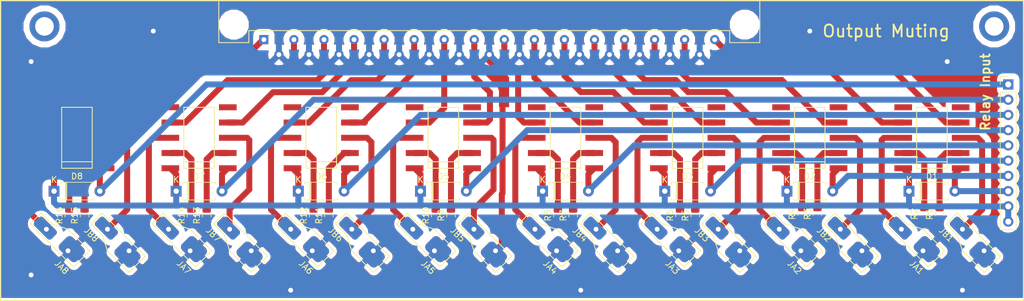
<source format=kicad_pcb>
(kicad_pcb (version 20171130) (host pcbnew 5.0.2-bee76a0~70~ubuntu16.04.1)

  (general
    (thickness 1.6)
    (drawings 6)
    (tracks 397)
    (zones 0)
    (modules 50)
    (nets 59)
  )

  (page A4)
  (layers
    (0 F.Cu signal)
    (31 B.Cu signal)
    (32 B.Adhes user)
    (33 F.Adhes user)
    (34 B.Paste user)
    (35 F.Paste user)
    (36 B.SilkS user)
    (37 F.SilkS user)
    (38 B.Mask user)
    (39 F.Mask user)
    (40 Dwgs.User user)
    (41 Cmts.User user)
    (42 Eco1.User user)
    (43 Eco2.User user)
    (44 Edge.Cuts user)
    (45 Margin user)
    (46 B.CrtYd user)
    (47 F.CrtYd user)
    (48 B.Fab user)
    (49 F.Fab user hide)
  )

  (setup
    (last_trace_width 1)
    (trace_clearance 0.5)
    (zone_clearance 1)
    (zone_45_only no)
    (trace_min 0.2)
    (segment_width 0.2)
    (edge_width 0.15)
    (via_size 0.8)
    (via_drill 0.4)
    (via_min_size 0.4)
    (via_min_drill 0.3)
    (uvia_size 0.3)
    (uvia_drill 0.1)
    (uvias_allowed no)
    (uvia_min_size 0.2)
    (uvia_min_drill 0.1)
    (pcb_text_width 0.3)
    (pcb_text_size 1.5 1.5)
    (mod_edge_width 0.15)
    (mod_text_size 1 1)
    (mod_text_width 0.15)
    (pad_size 1.524 1.524)
    (pad_drill 0.762)
    (pad_to_mask_clearance 0.051)
    (solder_mask_min_width 0.25)
    (aux_axis_origin 0 0)
    (visible_elements FFFFFF7F)
    (pcbplotparams
      (layerselection 0x010fc_ffffffff)
      (usegerberextensions false)
      (usegerberattributes false)
      (usegerberadvancedattributes false)
      (creategerberjobfile false)
      (excludeedgelayer true)
      (linewidth 0.100000)
      (plotframeref false)
      (viasonmask false)
      (mode 1)
      (useauxorigin false)
      (hpglpennumber 1)
      (hpglpenspeed 20)
      (hpglpendiameter 15.000000)
      (psnegative false)
      (psa4output false)
      (plotreference true)
      (plotvalue true)
      (plotinvisibletext false)
      (padsonsilk false)
      (subtractmaskfromsilk false)
      (outputformat 1)
      (mirror false)
      (drillshape 1)
      (scaleselection 1)
      (outputdirectory ""))
  )

  (net 0 "")
  (net 1 /relay/Relais1)
  (net 2 +9V)
  (net 3 /relay/Relais5)
  (net 4 /relay/Relais2)
  (net 5 /relay/Relais6)
  (net 6 /relay/Relais3)
  (net 7 /relay/Relais7)
  (net 8 /relay/Relais4)
  (net 9 /relay/Relais8)
  (net 10 GNDA)
  (net 11 /relay/R1A_NO)
  (net 12 /relay/R2B_NO)
  (net 13 /relay/R2A_NO)
  (net 14 /relay/R3B_NO)
  (net 15 /relay/R3A_NO)
  (net 16 /relay/R4B_NO)
  (net 17 /relay/R4A_NO)
  (net 18 /relay/R5B_NO)
  (net 19 /relay/R5A_NO)
  (net 20 /relay/R6B_NO)
  (net 21 /relay/R6A_NO)
  (net 22 /relay/R7B_NO)
  (net 23 /relay/R7A_NO)
  (net 24 /relay/R8B_NO)
  (net 25 /relay/R8A_NO)
  (net 26 "/output pads/1L")
  (net 27 "/output pads/2L")
  (net 28 "/output pads/3L")
  (net 29 "/output pads/4L")
  (net 30 "/output pads/5L")
  (net 31 "/output pads/6L")
  (net 32 "/output pads/7L")
  (net 33 "/output pads/8L")
  (net 34 "/output pads/1R")
  (net 35 "/output pads/2R")
  (net 36 "/output pads/3R")
  (net 37 "/output pads/4R")
  (net 38 "/output pads/5R")
  (net 39 "/output pads/6R")
  (net 40 "/output pads/7R")
  (net 41 "/output pads/8R")
  (net 42 /relay/R1B_NO)
  (net 43 /relay/R1B_NC)
  (net 44 /relay/R1A_NC)
  (net 45 /relay/R2B_NC)
  (net 46 /relay/R2A_NC)
  (net 47 /relay/R3B_NC)
  (net 48 /relay/R3A_NC)
  (net 49 /relay/R4B_NC)
  (net 50 /relay/R4A_NC)
  (net 51 /relay/R5B_NC)
  (net 52 /relay/R5A_NC)
  (net 53 /relay/R6B_NC)
  (net 54 /relay/R6A_NC)
  (net 55 /relay/R7B_NC)
  (net 56 /relay/R7A_NC)
  (net 57 /relay/R8B_NC)
  (net 58 /relay/R8A_NC)

  (net_class Default "This is the default net class."
    (clearance 0.5)
    (trace_width 1)
    (via_dia 0.8)
    (via_drill 0.4)
    (uvia_dia 0.3)
    (uvia_drill 0.1)
    (add_net +9V)
    (add_net "/output pads/1L")
    (add_net "/output pads/1R")
    (add_net "/output pads/2L")
    (add_net "/output pads/2R")
    (add_net "/output pads/3L")
    (add_net "/output pads/3R")
    (add_net "/output pads/4L")
    (add_net "/output pads/4R")
    (add_net "/output pads/5L")
    (add_net "/output pads/5R")
    (add_net "/output pads/6L")
    (add_net "/output pads/6R")
    (add_net "/output pads/7L")
    (add_net "/output pads/7R")
    (add_net "/output pads/8L")
    (add_net "/output pads/8R")
    (add_net /relay/R1A_NC)
    (add_net /relay/R1A_NO)
    (add_net /relay/R1B_NC)
    (add_net /relay/R1B_NO)
    (add_net /relay/R2A_NC)
    (add_net /relay/R2A_NO)
    (add_net /relay/R2B_NC)
    (add_net /relay/R2B_NO)
    (add_net /relay/R3A_NC)
    (add_net /relay/R3A_NO)
    (add_net /relay/R3B_NC)
    (add_net /relay/R3B_NO)
    (add_net /relay/R4A_NC)
    (add_net /relay/R4A_NO)
    (add_net /relay/R4B_NC)
    (add_net /relay/R4B_NO)
    (add_net /relay/R5A_NC)
    (add_net /relay/R5A_NO)
    (add_net /relay/R5B_NC)
    (add_net /relay/R5B_NO)
    (add_net /relay/R6A_NC)
    (add_net /relay/R6A_NO)
    (add_net /relay/R6B_NC)
    (add_net /relay/R6B_NO)
    (add_net /relay/R7A_NC)
    (add_net /relay/R7A_NO)
    (add_net /relay/R7B_NC)
    (add_net /relay/R7B_NO)
    (add_net /relay/R8A_NC)
    (add_net /relay/R8A_NO)
    (add_net /relay/R8B_NC)
    (add_net /relay/R8B_NO)
    (add_net /relay/Relais1)
    (add_net /relay/Relais2)
    (add_net /relay/Relais3)
    (add_net /relay/Relais4)
    (add_net /relay/Relais5)
    (add_net /relay/Relais6)
    (add_net /relay/Relais7)
    (add_net /relay/Relais8)
    (add_net GNDA)
  )

  (module Diode_THT:D_A-405_P7.62mm_Horizontal (layer F.Cu) (tedit 5AE50CD5) (tstamp 5CE3D31C)
    (at 163.83 44.45)
    (descr "Diode, A-405 series, Axial, Horizontal, pin pitch=7.62mm, , length*diameter=5.2*2.7mm^2, , http://www.diodes.com/_files/packages/A-405.pdf")
    (tags "Diode A-405 series Axial Horizontal pin pitch 7.62mm  length 5.2mm diameter 2.7mm")
    (path /5CE3EA9A/5CD2E7CE)
    (fp_text reference D1 (at 3.81 -2.47) (layer F.SilkS)
      (effects (font (size 1 1) (thickness 0.15)))
    )
    (fp_text value D (at 3.81 2.47) (layer F.Fab)
      (effects (font (size 1 1) (thickness 0.15)))
    )
    (fp_text user K (at 0 -1.9) (layer F.SilkS)
      (effects (font (size 1 1) (thickness 0.15)))
    )
    (fp_text user K (at 0 -1.9) (layer F.Fab)
      (effects (font (size 1 1) (thickness 0.15)))
    )
    (fp_text user %R (at 4.2 0) (layer F.Fab)
      (effects (font (size 1 1) (thickness 0.15)))
    )
    (fp_line (start 8.77 -1.6) (end -1.15 -1.6) (layer F.CrtYd) (width 0.05))
    (fp_line (start 8.77 1.6) (end 8.77 -1.6) (layer F.CrtYd) (width 0.05))
    (fp_line (start -1.15 1.6) (end 8.77 1.6) (layer F.CrtYd) (width 0.05))
    (fp_line (start -1.15 -1.6) (end -1.15 1.6) (layer F.CrtYd) (width 0.05))
    (fp_line (start 1.87 -1.47) (end 1.87 1.47) (layer F.SilkS) (width 0.12))
    (fp_line (start 2.11 -1.47) (end 2.11 1.47) (layer F.SilkS) (width 0.12))
    (fp_line (start 1.99 -1.47) (end 1.99 1.47) (layer F.SilkS) (width 0.12))
    (fp_line (start 6.53 1.47) (end 6.53 1.14) (layer F.SilkS) (width 0.12))
    (fp_line (start 1.09 1.47) (end 6.53 1.47) (layer F.SilkS) (width 0.12))
    (fp_line (start 1.09 1.14) (end 1.09 1.47) (layer F.SilkS) (width 0.12))
    (fp_line (start 6.53 -1.47) (end 6.53 -1.14) (layer F.SilkS) (width 0.12))
    (fp_line (start 1.09 -1.47) (end 6.53 -1.47) (layer F.SilkS) (width 0.12))
    (fp_line (start 1.09 -1.14) (end 1.09 -1.47) (layer F.SilkS) (width 0.12))
    (fp_line (start 1.89 -1.35) (end 1.89 1.35) (layer F.Fab) (width 0.1))
    (fp_line (start 2.09 -1.35) (end 2.09 1.35) (layer F.Fab) (width 0.1))
    (fp_line (start 1.99 -1.35) (end 1.99 1.35) (layer F.Fab) (width 0.1))
    (fp_line (start 7.62 0) (end 6.41 0) (layer F.Fab) (width 0.1))
    (fp_line (start 0 0) (end 1.21 0) (layer F.Fab) (width 0.1))
    (fp_line (start 6.41 -1.35) (end 1.21 -1.35) (layer F.Fab) (width 0.1))
    (fp_line (start 6.41 1.35) (end 6.41 -1.35) (layer F.Fab) (width 0.1))
    (fp_line (start 1.21 1.35) (end 6.41 1.35) (layer F.Fab) (width 0.1))
    (fp_line (start 1.21 -1.35) (end 1.21 1.35) (layer F.Fab) (width 0.1))
    (pad 2 thru_hole oval (at 7.62 0) (size 1.8 1.8) (drill 0.9) (layers *.Cu *.Mask)
      (net 1 /relay/Relais1))
    (pad 1 thru_hole rect (at 0 0) (size 1.8 1.8) (drill 0.9) (layers *.Cu *.Mask)
      (net 2 +9V))
    (model ${KISYS3DMOD}/Diode_THT.3dshapes/D_A-405_P7.62mm_Horizontal.wrl
      (at (xyz 0 0 0))
      (scale (xyz 1 1 1))
      (rotate (xyz 0 0 0))
    )
  )

  (module Diode_THT:D_A-405_P7.62mm_Horizontal (layer F.Cu) (tedit 5AE50CD5) (tstamp 5CE3D33B)
    (at 143.51 44.45)
    (descr "Diode, A-405 series, Axial, Horizontal, pin pitch=7.62mm, , length*diameter=5.2*2.7mm^2, , http://www.diodes.com/_files/packages/A-405.pdf")
    (tags "Diode A-405 series Axial Horizontal pin pitch 7.62mm  length 5.2mm diameter 2.7mm")
    (path /5CE3EA9A/5CD3037D)
    (fp_text reference D2 (at 3.81 -2.47) (layer F.SilkS)
      (effects (font (size 1 1) (thickness 0.15)))
    )
    (fp_text value D (at 3.81 2.47) (layer F.Fab)
      (effects (font (size 1 1) (thickness 0.15)))
    )
    (fp_line (start 1.21 -1.35) (end 1.21 1.35) (layer F.Fab) (width 0.1))
    (fp_line (start 1.21 1.35) (end 6.41 1.35) (layer F.Fab) (width 0.1))
    (fp_line (start 6.41 1.35) (end 6.41 -1.35) (layer F.Fab) (width 0.1))
    (fp_line (start 6.41 -1.35) (end 1.21 -1.35) (layer F.Fab) (width 0.1))
    (fp_line (start 0 0) (end 1.21 0) (layer F.Fab) (width 0.1))
    (fp_line (start 7.62 0) (end 6.41 0) (layer F.Fab) (width 0.1))
    (fp_line (start 1.99 -1.35) (end 1.99 1.35) (layer F.Fab) (width 0.1))
    (fp_line (start 2.09 -1.35) (end 2.09 1.35) (layer F.Fab) (width 0.1))
    (fp_line (start 1.89 -1.35) (end 1.89 1.35) (layer F.Fab) (width 0.1))
    (fp_line (start 1.09 -1.14) (end 1.09 -1.47) (layer F.SilkS) (width 0.12))
    (fp_line (start 1.09 -1.47) (end 6.53 -1.47) (layer F.SilkS) (width 0.12))
    (fp_line (start 6.53 -1.47) (end 6.53 -1.14) (layer F.SilkS) (width 0.12))
    (fp_line (start 1.09 1.14) (end 1.09 1.47) (layer F.SilkS) (width 0.12))
    (fp_line (start 1.09 1.47) (end 6.53 1.47) (layer F.SilkS) (width 0.12))
    (fp_line (start 6.53 1.47) (end 6.53 1.14) (layer F.SilkS) (width 0.12))
    (fp_line (start 1.99 -1.47) (end 1.99 1.47) (layer F.SilkS) (width 0.12))
    (fp_line (start 2.11 -1.47) (end 2.11 1.47) (layer F.SilkS) (width 0.12))
    (fp_line (start 1.87 -1.47) (end 1.87 1.47) (layer F.SilkS) (width 0.12))
    (fp_line (start -1.15 -1.6) (end -1.15 1.6) (layer F.CrtYd) (width 0.05))
    (fp_line (start -1.15 1.6) (end 8.77 1.6) (layer F.CrtYd) (width 0.05))
    (fp_line (start 8.77 1.6) (end 8.77 -1.6) (layer F.CrtYd) (width 0.05))
    (fp_line (start 8.77 -1.6) (end -1.15 -1.6) (layer F.CrtYd) (width 0.05))
    (fp_text user %R (at 4.2 0) (layer F.Fab)
      (effects (font (size 1 1) (thickness 0.15)))
    )
    (fp_text user K (at 0 -1.9) (layer F.Fab)
      (effects (font (size 1 1) (thickness 0.15)))
    )
    (fp_text user K (at 0 -1.9) (layer F.SilkS)
      (effects (font (size 1 1) (thickness 0.15)))
    )
    (pad 1 thru_hole rect (at 0 0) (size 1.8 1.8) (drill 0.9) (layers *.Cu *.Mask)
      (net 2 +9V))
    (pad 2 thru_hole oval (at 7.62 0) (size 1.8 1.8) (drill 0.9) (layers *.Cu *.Mask)
      (net 4 /relay/Relais2))
    (model ${KISYS3DMOD}/Diode_THT.3dshapes/D_A-405_P7.62mm_Horizontal.wrl
      (at (xyz 0 0 0))
      (scale (xyz 1 1 1))
      (rotate (xyz 0 0 0))
    )
  )

  (module Diode_THT:D_A-405_P7.62mm_Horizontal (layer F.Cu) (tedit 5AE50CD5) (tstamp 5CE3D35A)
    (at 123.19 44.45)
    (descr "Diode, A-405 series, Axial, Horizontal, pin pitch=7.62mm, , length*diameter=5.2*2.7mm^2, , http://www.diodes.com/_files/packages/A-405.pdf")
    (tags "Diode A-405 series Axial Horizontal pin pitch 7.62mm  length 5.2mm diameter 2.7mm")
    (path /5CE3EA9A/5CD316ED)
    (fp_text reference D3 (at 3.81 -2.47) (layer F.SilkS)
      (effects (font (size 1 1) (thickness 0.15)))
    )
    (fp_text value D (at 3.81 2.47) (layer F.Fab)
      (effects (font (size 1 1) (thickness 0.15)))
    )
    (fp_text user K (at 0 -1.9) (layer F.SilkS)
      (effects (font (size 1 1) (thickness 0.15)))
    )
    (fp_text user K (at 0 -1.9) (layer F.Fab)
      (effects (font (size 1 1) (thickness 0.15)))
    )
    (fp_text user %R (at 4.2 0) (layer F.Fab)
      (effects (font (size 1 1) (thickness 0.15)))
    )
    (fp_line (start 8.77 -1.6) (end -1.15 -1.6) (layer F.CrtYd) (width 0.05))
    (fp_line (start 8.77 1.6) (end 8.77 -1.6) (layer F.CrtYd) (width 0.05))
    (fp_line (start -1.15 1.6) (end 8.77 1.6) (layer F.CrtYd) (width 0.05))
    (fp_line (start -1.15 -1.6) (end -1.15 1.6) (layer F.CrtYd) (width 0.05))
    (fp_line (start 1.87 -1.47) (end 1.87 1.47) (layer F.SilkS) (width 0.12))
    (fp_line (start 2.11 -1.47) (end 2.11 1.47) (layer F.SilkS) (width 0.12))
    (fp_line (start 1.99 -1.47) (end 1.99 1.47) (layer F.SilkS) (width 0.12))
    (fp_line (start 6.53 1.47) (end 6.53 1.14) (layer F.SilkS) (width 0.12))
    (fp_line (start 1.09 1.47) (end 6.53 1.47) (layer F.SilkS) (width 0.12))
    (fp_line (start 1.09 1.14) (end 1.09 1.47) (layer F.SilkS) (width 0.12))
    (fp_line (start 6.53 -1.47) (end 6.53 -1.14) (layer F.SilkS) (width 0.12))
    (fp_line (start 1.09 -1.47) (end 6.53 -1.47) (layer F.SilkS) (width 0.12))
    (fp_line (start 1.09 -1.14) (end 1.09 -1.47) (layer F.SilkS) (width 0.12))
    (fp_line (start 1.89 -1.35) (end 1.89 1.35) (layer F.Fab) (width 0.1))
    (fp_line (start 2.09 -1.35) (end 2.09 1.35) (layer F.Fab) (width 0.1))
    (fp_line (start 1.99 -1.35) (end 1.99 1.35) (layer F.Fab) (width 0.1))
    (fp_line (start 7.62 0) (end 6.41 0) (layer F.Fab) (width 0.1))
    (fp_line (start 0 0) (end 1.21 0) (layer F.Fab) (width 0.1))
    (fp_line (start 6.41 -1.35) (end 1.21 -1.35) (layer F.Fab) (width 0.1))
    (fp_line (start 6.41 1.35) (end 6.41 -1.35) (layer F.Fab) (width 0.1))
    (fp_line (start 1.21 1.35) (end 6.41 1.35) (layer F.Fab) (width 0.1))
    (fp_line (start 1.21 -1.35) (end 1.21 1.35) (layer F.Fab) (width 0.1))
    (pad 2 thru_hole oval (at 7.62 0) (size 1.8 1.8) (drill 0.9) (layers *.Cu *.Mask)
      (net 6 /relay/Relais3))
    (pad 1 thru_hole rect (at 0 0) (size 1.8 1.8) (drill 0.9) (layers *.Cu *.Mask)
      (net 2 +9V))
    (model ${KISYS3DMOD}/Diode_THT.3dshapes/D_A-405_P7.62mm_Horizontal.wrl
      (at (xyz 0 0 0))
      (scale (xyz 1 1 1))
      (rotate (xyz 0 0 0))
    )
  )

  (module Diode_THT:D_A-405_P7.62mm_Horizontal (layer F.Cu) (tedit 5AE50CD5) (tstamp 5CE3D379)
    (at 102.87 44.45)
    (descr "Diode, A-405 series, Axial, Horizontal, pin pitch=7.62mm, , length*diameter=5.2*2.7mm^2, , http://www.diodes.com/_files/packages/A-405.pdf")
    (tags "Diode A-405 series Axial Horizontal pin pitch 7.62mm  length 5.2mm diameter 2.7mm")
    (path /5CE3EA9A/5CD3173F)
    (fp_text reference D4 (at 3.81 -2.47) (layer F.SilkS)
      (effects (font (size 1 1) (thickness 0.15)))
    )
    (fp_text value D (at 3.81 2.47) (layer F.Fab)
      (effects (font (size 1 1) (thickness 0.15)))
    )
    (fp_line (start 1.21 -1.35) (end 1.21 1.35) (layer F.Fab) (width 0.1))
    (fp_line (start 1.21 1.35) (end 6.41 1.35) (layer F.Fab) (width 0.1))
    (fp_line (start 6.41 1.35) (end 6.41 -1.35) (layer F.Fab) (width 0.1))
    (fp_line (start 6.41 -1.35) (end 1.21 -1.35) (layer F.Fab) (width 0.1))
    (fp_line (start 0 0) (end 1.21 0) (layer F.Fab) (width 0.1))
    (fp_line (start 7.62 0) (end 6.41 0) (layer F.Fab) (width 0.1))
    (fp_line (start 1.99 -1.35) (end 1.99 1.35) (layer F.Fab) (width 0.1))
    (fp_line (start 2.09 -1.35) (end 2.09 1.35) (layer F.Fab) (width 0.1))
    (fp_line (start 1.89 -1.35) (end 1.89 1.35) (layer F.Fab) (width 0.1))
    (fp_line (start 1.09 -1.14) (end 1.09 -1.47) (layer F.SilkS) (width 0.12))
    (fp_line (start 1.09 -1.47) (end 6.53 -1.47) (layer F.SilkS) (width 0.12))
    (fp_line (start 6.53 -1.47) (end 6.53 -1.14) (layer F.SilkS) (width 0.12))
    (fp_line (start 1.09 1.14) (end 1.09 1.47) (layer F.SilkS) (width 0.12))
    (fp_line (start 1.09 1.47) (end 6.53 1.47) (layer F.SilkS) (width 0.12))
    (fp_line (start 6.53 1.47) (end 6.53 1.14) (layer F.SilkS) (width 0.12))
    (fp_line (start 1.99 -1.47) (end 1.99 1.47) (layer F.SilkS) (width 0.12))
    (fp_line (start 2.11 -1.47) (end 2.11 1.47) (layer F.SilkS) (width 0.12))
    (fp_line (start 1.87 -1.47) (end 1.87 1.47) (layer F.SilkS) (width 0.12))
    (fp_line (start -1.15 -1.6) (end -1.15 1.6) (layer F.CrtYd) (width 0.05))
    (fp_line (start -1.15 1.6) (end 8.77 1.6) (layer F.CrtYd) (width 0.05))
    (fp_line (start 8.77 1.6) (end 8.77 -1.6) (layer F.CrtYd) (width 0.05))
    (fp_line (start 8.77 -1.6) (end -1.15 -1.6) (layer F.CrtYd) (width 0.05))
    (fp_text user %R (at 4.2 0) (layer F.Fab)
      (effects (font (size 1 1) (thickness 0.15)))
    )
    (fp_text user K (at 0 -1.9) (layer F.Fab)
      (effects (font (size 1 1) (thickness 0.15)))
    )
    (fp_text user K (at 0 -1.9) (layer F.SilkS)
      (effects (font (size 1 1) (thickness 0.15)))
    )
    (pad 1 thru_hole rect (at 0 0) (size 1.8 1.8) (drill 0.9) (layers *.Cu *.Mask)
      (net 2 +9V))
    (pad 2 thru_hole oval (at 7.62 0) (size 1.8 1.8) (drill 0.9) (layers *.Cu *.Mask)
      (net 8 /relay/Relais4))
    (model ${KISYS3DMOD}/Diode_THT.3dshapes/D_A-405_P7.62mm_Horizontal.wrl
      (at (xyz 0 0 0))
      (scale (xyz 1 1 1))
      (rotate (xyz 0 0 0))
    )
  )

  (module Diode_THT:D_A-405_P7.62mm_Horizontal (layer F.Cu) (tedit 5AE50CD5) (tstamp 5CE3D398)
    (at 82.55 44.45)
    (descr "Diode, A-405 series, Axial, Horizontal, pin pitch=7.62mm, , length*diameter=5.2*2.7mm^2, , http://www.diodes.com/_files/packages/A-405.pdf")
    (tags "Diode A-405 series Axial Horizontal pin pitch 7.62mm  length 5.2mm diameter 2.7mm")
    (path /5CE3EA9A/5CD2FCE5)
    (fp_text reference D5 (at 3.81 -2.47) (layer F.SilkS)
      (effects (font (size 1 1) (thickness 0.15)))
    )
    (fp_text value D (at 3.81 2.47) (layer F.Fab)
      (effects (font (size 1 1) (thickness 0.15)))
    )
    (fp_text user K (at 0 -1.9) (layer F.SilkS)
      (effects (font (size 1 1) (thickness 0.15)))
    )
    (fp_text user K (at 0 -1.9) (layer F.Fab)
      (effects (font (size 1 1) (thickness 0.15)))
    )
    (fp_text user %R (at 4.2 0) (layer F.Fab)
      (effects (font (size 1 1) (thickness 0.15)))
    )
    (fp_line (start 8.77 -1.6) (end -1.15 -1.6) (layer F.CrtYd) (width 0.05))
    (fp_line (start 8.77 1.6) (end 8.77 -1.6) (layer F.CrtYd) (width 0.05))
    (fp_line (start -1.15 1.6) (end 8.77 1.6) (layer F.CrtYd) (width 0.05))
    (fp_line (start -1.15 -1.6) (end -1.15 1.6) (layer F.CrtYd) (width 0.05))
    (fp_line (start 1.87 -1.47) (end 1.87 1.47) (layer F.SilkS) (width 0.12))
    (fp_line (start 2.11 -1.47) (end 2.11 1.47) (layer F.SilkS) (width 0.12))
    (fp_line (start 1.99 -1.47) (end 1.99 1.47) (layer F.SilkS) (width 0.12))
    (fp_line (start 6.53 1.47) (end 6.53 1.14) (layer F.SilkS) (width 0.12))
    (fp_line (start 1.09 1.47) (end 6.53 1.47) (layer F.SilkS) (width 0.12))
    (fp_line (start 1.09 1.14) (end 1.09 1.47) (layer F.SilkS) (width 0.12))
    (fp_line (start 6.53 -1.47) (end 6.53 -1.14) (layer F.SilkS) (width 0.12))
    (fp_line (start 1.09 -1.47) (end 6.53 -1.47) (layer F.SilkS) (width 0.12))
    (fp_line (start 1.09 -1.14) (end 1.09 -1.47) (layer F.SilkS) (width 0.12))
    (fp_line (start 1.89 -1.35) (end 1.89 1.35) (layer F.Fab) (width 0.1))
    (fp_line (start 2.09 -1.35) (end 2.09 1.35) (layer F.Fab) (width 0.1))
    (fp_line (start 1.99 -1.35) (end 1.99 1.35) (layer F.Fab) (width 0.1))
    (fp_line (start 7.62 0) (end 6.41 0) (layer F.Fab) (width 0.1))
    (fp_line (start 0 0) (end 1.21 0) (layer F.Fab) (width 0.1))
    (fp_line (start 6.41 -1.35) (end 1.21 -1.35) (layer F.Fab) (width 0.1))
    (fp_line (start 6.41 1.35) (end 6.41 -1.35) (layer F.Fab) (width 0.1))
    (fp_line (start 1.21 1.35) (end 6.41 1.35) (layer F.Fab) (width 0.1))
    (fp_line (start 1.21 -1.35) (end 1.21 1.35) (layer F.Fab) (width 0.1))
    (pad 2 thru_hole oval (at 7.62 0) (size 1.8 1.8) (drill 0.9) (layers *.Cu *.Mask)
      (net 3 /relay/Relais5))
    (pad 1 thru_hole rect (at 0 0) (size 1.8 1.8) (drill 0.9) (layers *.Cu *.Mask)
      (net 2 +9V))
    (model ${KISYS3DMOD}/Diode_THT.3dshapes/D_A-405_P7.62mm_Horizontal.wrl
      (at (xyz 0 0 0))
      (scale (xyz 1 1 1))
      (rotate (xyz 0 0 0))
    )
  )

  (module Diode_THT:D_A-405_P7.62mm_Horizontal (layer F.Cu) (tedit 5AE50CD5) (tstamp 5CE3D3B7)
    (at 62.23 44.45)
    (descr "Diode, A-405 series, Axial, Horizontal, pin pitch=7.62mm, , length*diameter=5.2*2.7mm^2, , http://www.diodes.com/_files/packages/A-405.pdf")
    (tags "Diode A-405 series Axial Horizontal pin pitch 7.62mm  length 5.2mm diameter 2.7mm")
    (path /5CE3EA9A/5CD303A6)
    (fp_text reference D6 (at 3.81 -2.47) (layer F.SilkS)
      (effects (font (size 1 1) (thickness 0.15)))
    )
    (fp_text value D (at 3.81 2.47) (layer F.Fab)
      (effects (font (size 1 1) (thickness 0.15)))
    )
    (fp_line (start 1.21 -1.35) (end 1.21 1.35) (layer F.Fab) (width 0.1))
    (fp_line (start 1.21 1.35) (end 6.41 1.35) (layer F.Fab) (width 0.1))
    (fp_line (start 6.41 1.35) (end 6.41 -1.35) (layer F.Fab) (width 0.1))
    (fp_line (start 6.41 -1.35) (end 1.21 -1.35) (layer F.Fab) (width 0.1))
    (fp_line (start 0 0) (end 1.21 0) (layer F.Fab) (width 0.1))
    (fp_line (start 7.62 0) (end 6.41 0) (layer F.Fab) (width 0.1))
    (fp_line (start 1.99 -1.35) (end 1.99 1.35) (layer F.Fab) (width 0.1))
    (fp_line (start 2.09 -1.35) (end 2.09 1.35) (layer F.Fab) (width 0.1))
    (fp_line (start 1.89 -1.35) (end 1.89 1.35) (layer F.Fab) (width 0.1))
    (fp_line (start 1.09 -1.14) (end 1.09 -1.47) (layer F.SilkS) (width 0.12))
    (fp_line (start 1.09 -1.47) (end 6.53 -1.47) (layer F.SilkS) (width 0.12))
    (fp_line (start 6.53 -1.47) (end 6.53 -1.14) (layer F.SilkS) (width 0.12))
    (fp_line (start 1.09 1.14) (end 1.09 1.47) (layer F.SilkS) (width 0.12))
    (fp_line (start 1.09 1.47) (end 6.53 1.47) (layer F.SilkS) (width 0.12))
    (fp_line (start 6.53 1.47) (end 6.53 1.14) (layer F.SilkS) (width 0.12))
    (fp_line (start 1.99 -1.47) (end 1.99 1.47) (layer F.SilkS) (width 0.12))
    (fp_line (start 2.11 -1.47) (end 2.11 1.47) (layer F.SilkS) (width 0.12))
    (fp_line (start 1.87 -1.47) (end 1.87 1.47) (layer F.SilkS) (width 0.12))
    (fp_line (start -1.15 -1.6) (end -1.15 1.6) (layer F.CrtYd) (width 0.05))
    (fp_line (start -1.15 1.6) (end 8.77 1.6) (layer F.CrtYd) (width 0.05))
    (fp_line (start 8.77 1.6) (end 8.77 -1.6) (layer F.CrtYd) (width 0.05))
    (fp_line (start 8.77 -1.6) (end -1.15 -1.6) (layer F.CrtYd) (width 0.05))
    (fp_text user %R (at 4.2 0) (layer F.Fab)
      (effects (font (size 1 1) (thickness 0.15)))
    )
    (fp_text user K (at 0 -1.9) (layer F.Fab)
      (effects (font (size 1 1) (thickness 0.15)))
    )
    (fp_text user K (at 0 -1.9) (layer F.SilkS)
      (effects (font (size 1 1) (thickness 0.15)))
    )
    (pad 1 thru_hole rect (at 0 0) (size 1.8 1.8) (drill 0.9) (layers *.Cu *.Mask)
      (net 2 +9V))
    (pad 2 thru_hole oval (at 7.62 0) (size 1.8 1.8) (drill 0.9) (layers *.Cu *.Mask)
      (net 5 /relay/Relais6))
    (model ${KISYS3DMOD}/Diode_THT.3dshapes/D_A-405_P7.62mm_Horizontal.wrl
      (at (xyz 0 0 0))
      (scale (xyz 1 1 1))
      (rotate (xyz 0 0 0))
    )
  )

  (module Diode_THT:D_A-405_P7.62mm_Horizontal (layer F.Cu) (tedit 5AE50CD5) (tstamp 5CE3D3D6)
    (at 41.91 44.45)
    (descr "Diode, A-405 series, Axial, Horizontal, pin pitch=7.62mm, , length*diameter=5.2*2.7mm^2, , http://www.diodes.com/_files/packages/A-405.pdf")
    (tags "Diode A-405 series Axial Horizontal pin pitch 7.62mm  length 5.2mm diameter 2.7mm")
    (path /5CE3EA9A/5CD31716)
    (fp_text reference D7 (at 3.81 -2.47) (layer F.SilkS)
      (effects (font (size 1 1) (thickness 0.15)))
    )
    (fp_text value D (at 3.81 2.47) (layer F.Fab)
      (effects (font (size 1 1) (thickness 0.15)))
    )
    (fp_text user K (at 0 -1.9) (layer F.SilkS)
      (effects (font (size 1 1) (thickness 0.15)))
    )
    (fp_text user K (at 0 -1.9) (layer F.Fab)
      (effects (font (size 1 1) (thickness 0.15)))
    )
    (fp_text user %R (at 4.2 0) (layer F.Fab)
      (effects (font (size 1 1) (thickness 0.15)))
    )
    (fp_line (start 8.77 -1.6) (end -1.15 -1.6) (layer F.CrtYd) (width 0.05))
    (fp_line (start 8.77 1.6) (end 8.77 -1.6) (layer F.CrtYd) (width 0.05))
    (fp_line (start -1.15 1.6) (end 8.77 1.6) (layer F.CrtYd) (width 0.05))
    (fp_line (start -1.15 -1.6) (end -1.15 1.6) (layer F.CrtYd) (width 0.05))
    (fp_line (start 1.87 -1.47) (end 1.87 1.47) (layer F.SilkS) (width 0.12))
    (fp_line (start 2.11 -1.47) (end 2.11 1.47) (layer F.SilkS) (width 0.12))
    (fp_line (start 1.99 -1.47) (end 1.99 1.47) (layer F.SilkS) (width 0.12))
    (fp_line (start 6.53 1.47) (end 6.53 1.14) (layer F.SilkS) (width 0.12))
    (fp_line (start 1.09 1.47) (end 6.53 1.47) (layer F.SilkS) (width 0.12))
    (fp_line (start 1.09 1.14) (end 1.09 1.47) (layer F.SilkS) (width 0.12))
    (fp_line (start 6.53 -1.47) (end 6.53 -1.14) (layer F.SilkS) (width 0.12))
    (fp_line (start 1.09 -1.47) (end 6.53 -1.47) (layer F.SilkS) (width 0.12))
    (fp_line (start 1.09 -1.14) (end 1.09 -1.47) (layer F.SilkS) (width 0.12))
    (fp_line (start 1.89 -1.35) (end 1.89 1.35) (layer F.Fab) (width 0.1))
    (fp_line (start 2.09 -1.35) (end 2.09 1.35) (layer F.Fab) (width 0.1))
    (fp_line (start 1.99 -1.35) (end 1.99 1.35) (layer F.Fab) (width 0.1))
    (fp_line (start 7.62 0) (end 6.41 0) (layer F.Fab) (width 0.1))
    (fp_line (start 0 0) (end 1.21 0) (layer F.Fab) (width 0.1))
    (fp_line (start 6.41 -1.35) (end 1.21 -1.35) (layer F.Fab) (width 0.1))
    (fp_line (start 6.41 1.35) (end 6.41 -1.35) (layer F.Fab) (width 0.1))
    (fp_line (start 1.21 1.35) (end 6.41 1.35) (layer F.Fab) (width 0.1))
    (fp_line (start 1.21 -1.35) (end 1.21 1.35) (layer F.Fab) (width 0.1))
    (pad 2 thru_hole oval (at 7.62 0) (size 1.8 1.8) (drill 0.9) (layers *.Cu *.Mask)
      (net 7 /relay/Relais7))
    (pad 1 thru_hole rect (at 0 0) (size 1.8 1.8) (drill 0.9) (layers *.Cu *.Mask)
      (net 2 +9V))
    (model ${KISYS3DMOD}/Diode_THT.3dshapes/D_A-405_P7.62mm_Horizontal.wrl
      (at (xyz 0 0 0))
      (scale (xyz 1 1 1))
      (rotate (xyz 0 0 0))
    )
  )

  (module Diode_THT:D_A-405_P7.62mm_Horizontal (layer F.Cu) (tedit 5AE50CD5) (tstamp 5CE3D3F5)
    (at 21.59 44.45)
    (descr "Diode, A-405 series, Axial, Horizontal, pin pitch=7.62mm, , length*diameter=5.2*2.7mm^2, , http://www.diodes.com/_files/packages/A-405.pdf")
    (tags "Diode A-405 series Axial Horizontal pin pitch 7.62mm  length 5.2mm diameter 2.7mm")
    (path /5CE3EA9A/5CD31768)
    (fp_text reference D8 (at 3.81 -2.47) (layer F.SilkS)
      (effects (font (size 1 1) (thickness 0.15)))
    )
    (fp_text value D (at 3.81 2.47) (layer F.Fab)
      (effects (font (size 1 1) (thickness 0.15)))
    )
    (fp_line (start 1.21 -1.35) (end 1.21 1.35) (layer F.Fab) (width 0.1))
    (fp_line (start 1.21 1.35) (end 6.41 1.35) (layer F.Fab) (width 0.1))
    (fp_line (start 6.41 1.35) (end 6.41 -1.35) (layer F.Fab) (width 0.1))
    (fp_line (start 6.41 -1.35) (end 1.21 -1.35) (layer F.Fab) (width 0.1))
    (fp_line (start 0 0) (end 1.21 0) (layer F.Fab) (width 0.1))
    (fp_line (start 7.62 0) (end 6.41 0) (layer F.Fab) (width 0.1))
    (fp_line (start 1.99 -1.35) (end 1.99 1.35) (layer F.Fab) (width 0.1))
    (fp_line (start 2.09 -1.35) (end 2.09 1.35) (layer F.Fab) (width 0.1))
    (fp_line (start 1.89 -1.35) (end 1.89 1.35) (layer F.Fab) (width 0.1))
    (fp_line (start 1.09 -1.14) (end 1.09 -1.47) (layer F.SilkS) (width 0.12))
    (fp_line (start 1.09 -1.47) (end 6.53 -1.47) (layer F.SilkS) (width 0.12))
    (fp_line (start 6.53 -1.47) (end 6.53 -1.14) (layer F.SilkS) (width 0.12))
    (fp_line (start 1.09 1.14) (end 1.09 1.47) (layer F.SilkS) (width 0.12))
    (fp_line (start 1.09 1.47) (end 6.53 1.47) (layer F.SilkS) (width 0.12))
    (fp_line (start 6.53 1.47) (end 6.53 1.14) (layer F.SilkS) (width 0.12))
    (fp_line (start 1.99 -1.47) (end 1.99 1.47) (layer F.SilkS) (width 0.12))
    (fp_line (start 2.11 -1.47) (end 2.11 1.47) (layer F.SilkS) (width 0.12))
    (fp_line (start 1.87 -1.47) (end 1.87 1.47) (layer F.SilkS) (width 0.12))
    (fp_line (start -1.15 -1.6) (end -1.15 1.6) (layer F.CrtYd) (width 0.05))
    (fp_line (start -1.15 1.6) (end 8.77 1.6) (layer F.CrtYd) (width 0.05))
    (fp_line (start 8.77 1.6) (end 8.77 -1.6) (layer F.CrtYd) (width 0.05))
    (fp_line (start 8.77 -1.6) (end -1.15 -1.6) (layer F.CrtYd) (width 0.05))
    (fp_text user %R (at 4.2 0) (layer F.Fab)
      (effects (font (size 1 1) (thickness 0.15)))
    )
    (fp_text user K (at 0 -1.9) (layer F.Fab)
      (effects (font (size 1 1) (thickness 0.15)))
    )
    (fp_text user K (at 0 -1.9) (layer F.SilkS)
      (effects (font (size 1 1) (thickness 0.15)))
    )
    (pad 1 thru_hole rect (at 0 0) (size 1.8 1.8) (drill 0.9) (layers *.Cu *.Mask)
      (net 2 +9V))
    (pad 2 thru_hole oval (at 7.62 0) (size 1.8 1.8) (drill 0.9) (layers *.Cu *.Mask)
      (net 9 /relay/Relais8))
    (model ${KISYS3DMOD}/Diode_THT.3dshapes/D_A-405_P7.62mm_Horizontal.wrl
      (at (xyz 0 0 0))
      (scale (xyz 1 1 1))
      (rotate (xyz 0 0 0))
    )
  )

  (module footprints:Schroff_69001-908_Male (layer F.Cu) (tedit 5CE3E1B3) (tstamp 5CE44983)
    (at 94 21.7)
    (path /5CE3C8CF)
    (fp_text reference J2 (at 0 -11) (layer F.SilkS) hide
      (effects (font (size 1 1) (thickness 0.15)))
    )
    (fp_text value Conn_02x16_Odd_Even (at 1 -7) (layer F.Fab)
      (effects (font (size 1 1) (thickness 0.15)))
    )
    (fp_line (start -45 -9) (end 45 -9) (layer F.SilkS) (width 0.15))
    (fp_line (start -45 -2) (end -45 -9) (layer F.SilkS) (width 0.15))
    (fp_line (start -40 -2) (end -45 -2) (layer F.SilkS) (width 0.15))
    (fp_line (start -40 -4) (end -40 -2) (layer F.SilkS) (width 0.15))
    (fp_line (start 40 -4) (end -40 -4) (layer F.SilkS) (width 0.15))
    (fp_line (start 40 -2) (end 40 -4) (layer F.SilkS) (width 0.15))
    (fp_line (start 45 -2) (end 40 -2) (layer F.SilkS) (width 0.15))
    (fp_line (start 45 -9) (end 45 -2) (layer F.SilkS) (width 0.15))
    (pad "" np_thru_hole circle (at 42.5 -5) (size 3 3) (drill 3) (layers *.Cu *.Mask))
    (pad "" np_thru_hole circle (at -42.5 -5) (size 3 3) (drill 3) (layers *.Cu *.Mask))
    (pad 31 thru_hole circle (at 37.5 -2.5) (size 1.524 1.524) (drill 0.8) (layers *.Cu *.Mask)
      (net 42 /relay/R1B_NO))
    (pad 30 thru_hole circle (at 35 0) (size 1.524 1.524) (drill 0.8) (layers *.Cu *.Mask)
      (net 10 GNDA))
    (pad 29 thru_hole circle (at 32.5 -2.5) (size 1.524 1.524) (drill 0.8) (layers *.Cu *.Mask)
      (net 11 /relay/R1A_NO))
    (pad 28 thru_hole circle (at 30 0) (size 1.524 1.524) (drill 0.8) (layers *.Cu *.Mask)
      (net 10 GNDA))
    (pad 27 thru_hole circle (at 27.5 -2.5) (size 1.524 1.524) (drill 0.8) (layers *.Cu *.Mask)
      (net 12 /relay/R2B_NO))
    (pad 26 thru_hole circle (at 25 0) (size 1.524 1.524) (drill 0.8) (layers *.Cu *.Mask)
      (net 10 GNDA))
    (pad 25 thru_hole circle (at 22.5 -2.5) (size 1.524 1.524) (drill 0.8) (layers *.Cu *.Mask)
      (net 13 /relay/R2A_NO))
    (pad 24 thru_hole circle (at 20 0) (size 1.524 1.524) (drill 0.8) (layers *.Cu *.Mask)
      (net 10 GNDA))
    (pad 23 thru_hole circle (at 17.5 -2.5) (size 1.524 1.524) (drill 0.8) (layers *.Cu *.Mask)
      (net 14 /relay/R3B_NO))
    (pad 22 thru_hole circle (at 15 0) (size 1.524 1.524) (drill 0.8) (layers *.Cu *.Mask)
      (net 10 GNDA))
    (pad 21 thru_hole circle (at 12.5 -2.5) (size 1.524 1.524) (drill 0.8) (layers *.Cu *.Mask)
      (net 15 /relay/R3A_NO))
    (pad 20 thru_hole circle (at 10 0) (size 1.524 1.524) (drill 0.8) (layers *.Cu *.Mask)
      (net 10 GNDA))
    (pad 19 thru_hole circle (at 7.5 -2.5) (size 1.524 1.524) (drill 0.8) (layers *.Cu *.Mask)
      (net 16 /relay/R4B_NO))
    (pad 18 thru_hole circle (at 5 0) (size 1.524 1.524) (drill 0.8) (layers *.Cu *.Mask)
      (net 10 GNDA))
    (pad 17 thru_hole circle (at 2.5 -2.5) (size 1.524 1.524) (drill 0.8) (layers *.Cu *.Mask)
      (net 17 /relay/R4A_NO))
    (pad 16 thru_hole circle (at 0 0) (size 1.524 1.524) (drill 0.8) (layers *.Cu *.Mask)
      (net 10 GNDA))
    (pad 15 thru_hole circle (at -2.5 -2.5) (size 1.524 1.524) (drill 0.8) (layers *.Cu *.Mask)
      (net 18 /relay/R5B_NO))
    (pad 14 thru_hole circle (at -5 0) (size 1.524 1.524) (drill 0.8) (layers *.Cu *.Mask)
      (net 10 GNDA))
    (pad 13 thru_hole circle (at -7.5 -2.5) (size 1.524 1.524) (drill 0.8) (layers *.Cu *.Mask)
      (net 19 /relay/R5A_NO))
    (pad 12 thru_hole circle (at -10 0) (size 1.524 1.524) (drill 0.8) (layers *.Cu *.Mask)
      (net 10 GNDA))
    (pad 11 thru_hole circle (at -12.5 -2.5) (size 1.524 1.524) (drill 0.8) (layers *.Cu *.Mask)
      (net 20 /relay/R6B_NO))
    (pad 10 thru_hole circle (at -15 0) (size 1.524 1.524) (drill 0.8) (layers *.Cu *.Mask)
      (net 10 GNDA))
    (pad 9 thru_hole circle (at -17.5 -2.5) (size 1.524 1.524) (drill 0.8) (layers *.Cu *.Mask)
      (net 21 /relay/R6A_NO))
    (pad 8 thru_hole circle (at -20 0) (size 1.524 1.524) (drill 0.8) (layers *.Cu *.Mask)
      (net 10 GNDA))
    (pad 7 thru_hole circle (at -22.5 -2.5) (size 1.524 1.524) (drill 0.8) (layers *.Cu *.Mask)
      (net 22 /relay/R7B_NO))
    (pad 6 thru_hole circle (at -25 0) (size 1.524 1.524) (drill 0.8) (layers *.Cu *.Mask)
      (net 10 GNDA))
    (pad 5 thru_hole circle (at -27.5 -2.5) (size 1.524 1.524) (drill 0.8) (layers *.Cu *.Mask)
      (net 23 /relay/R7A_NO))
    (pad 4 thru_hole circle (at -30 0) (size 1.524 1.524) (drill 0.8) (layers *.Cu *.Mask)
      (net 10 GNDA))
    (pad 3 thru_hole circle (at -32.5 -2.5) (size 1.524 1.524) (drill 0.8) (layers *.Cu *.Mask)
      (net 24 /relay/R8B_NO))
    (pad 2 thru_hole circle (at -35 0) (size 1.524 1.524) (drill 0.8) (layers *.Cu *.Mask)
      (net 10 GNDA))
    (pad 1 thru_hole rect (at -37.5 -2.5) (size 1.524 1.524) (drill 0.8) (layers *.Cu *.Mask)
      (net 25 /relay/R8A_NO))
  )

  (module footprints:NEC-EB2-12NU (layer F.Cu) (tedit 5CE3DE32) (tstamp 5CE3F0EA)
    (at 167.64 35.56 90)
    (path /5CE3EA9A/5CD2D6AA)
    (fp_text reference U1 (at 10.16 0 90) (layer F.SilkS) hide
      (effects (font (size 1 1) (thickness 0.15)))
    )
    (fp_text value NEC-EB2-12NU (at 0 0 90) (layer F.Fab)
      (effects (font (size 1 1) (thickness 0.15)))
    )
    (fp_line (start -7.15 -4.65) (end 7.15 -4.65) (layer F.Fab) (width 0.15))
    (fp_line (start 7.15 -4.65) (end 7.15 4.65) (layer F.Fab) (width 0.15))
    (fp_line (start 7.15 4.65) (end -7.15 4.65) (layer F.Fab) (width 0.15))
    (fp_line (start -7.15 4.65) (end -7.15 -4.65) (layer F.Fab) (width 0.15))
    (fp_line (start -6 -4.65) (end -6 4.65) (layer F.Fab) (width 0.15))
    (fp_line (start -5.08 -2.54) (end 5.08 -2.54) (layer F.SilkS) (width 0.15))
    (fp_line (start 5.08 -2.54) (end 5.08 2.54) (layer F.SilkS) (width 0.15))
    (fp_line (start 5.08 2.54) (end -5.08 2.54) (layer F.SilkS) (width 0.15))
    (fp_line (start -5.08 2.54) (end -5.08 -2.54) (layer F.SilkS) (width 0.15))
    (fp_line (start -4 -2.54) (end -4 2.54) (layer F.SilkS) (width 0.15))
    (pad 1 smd rect (at -5.08 -4.78 90) (size 1 2.94) (layers F.Cu F.Paste F.Mask)
      (net 2 +9V))
    (pad 2 smd rect (at -2.54 -4.78 90) (size 1 2.94) (layers F.Cu F.Paste F.Mask)
      (net 44 /relay/R1A_NC))
    (pad 3 smd rect (at 0 -4.78 90) (size 1 2.94) (layers F.Cu F.Paste F.Mask)
      (net 34 "/output pads/1R"))
    (pad 4 smd rect (at 2.54 -4.78 90) (size 1 2.94) (layers F.Cu F.Paste F.Mask)
      (net 11 /relay/R1A_NO))
    (pad 5 smd rect (at 5.08 -4.78 90) (size 1 2.94) (layers F.Cu F.Paste F.Mask))
    (pad 6 smd rect (at 5.08 4.78 90) (size 1 2.94) (layers F.Cu F.Paste F.Mask))
    (pad 7 smd rect (at 2.54 4.78 90) (size 1 2.94) (layers F.Cu F.Paste F.Mask)
      (net 42 /relay/R1B_NO))
    (pad 8 smd rect (at 0 4.78 90) (size 1 2.94) (layers F.Cu F.Paste F.Mask)
      (net 26 "/output pads/1L"))
    (pad 9 smd rect (at -2.54 4.78 90) (size 1 2.94) (layers F.Cu F.Paste F.Mask)
      (net 43 /relay/R1B_NC))
    (pad 10 smd rect (at -5.08 4.78 90) (size 1 2.94) (layers F.Cu F.Paste F.Mask)
      (net 1 /relay/Relais1))
  )

  (module footprints:NEC-EB2-12NU (layer F.Cu) (tedit 5CE3DE24) (tstamp 5CE3D52F)
    (at 86.36 35.56 90)
    (path /5CE3EA9A/5CD2FCCA)
    (fp_text reference U2 (at 10.16 0 90) (layer F.SilkS) hide
      (effects (font (size 1 1) (thickness 0.15)))
    )
    (fp_text value NEC-EB2-12NU (at 0 0 90) (layer F.Fab)
      (effects (font (size 1 1) (thickness 0.15)))
    )
    (fp_line (start -4 -2.54) (end -4 2.54) (layer F.SilkS) (width 0.15))
    (fp_line (start -5.08 2.54) (end -5.08 -2.54) (layer F.SilkS) (width 0.15))
    (fp_line (start 5.08 2.54) (end -5.08 2.54) (layer F.SilkS) (width 0.15))
    (fp_line (start 5.08 -2.54) (end 5.08 2.54) (layer F.SilkS) (width 0.15))
    (fp_line (start -5.08 -2.54) (end 5.08 -2.54) (layer F.SilkS) (width 0.15))
    (fp_line (start -6 -4.65) (end -6 4.65) (layer F.Fab) (width 0.15))
    (fp_line (start -7.15 4.65) (end -7.15 -4.65) (layer F.Fab) (width 0.15))
    (fp_line (start 7.15 4.65) (end -7.15 4.65) (layer F.Fab) (width 0.15))
    (fp_line (start 7.15 -4.65) (end 7.15 4.65) (layer F.Fab) (width 0.15))
    (fp_line (start -7.15 -4.65) (end 7.15 -4.65) (layer F.Fab) (width 0.15))
    (pad 10 smd rect (at -5.08 4.78 90) (size 1 2.94) (layers F.Cu F.Paste F.Mask)
      (net 3 /relay/Relais5))
    (pad 9 smd rect (at -2.54 4.78 90) (size 1 2.94) (layers F.Cu F.Paste F.Mask)
      (net 51 /relay/R5B_NC))
    (pad 8 smd rect (at 0 4.78 90) (size 1 2.94) (layers F.Cu F.Paste F.Mask)
      (net 30 "/output pads/5L"))
    (pad 7 smd rect (at 2.54 4.78 90) (size 1 2.94) (layers F.Cu F.Paste F.Mask)
      (net 18 /relay/R5B_NO))
    (pad 6 smd rect (at 5.08 4.78 90) (size 1 2.94) (layers F.Cu F.Paste F.Mask))
    (pad 5 smd rect (at 5.08 -4.78 90) (size 1 2.94) (layers F.Cu F.Paste F.Mask))
    (pad 4 smd rect (at 2.54 -4.78 90) (size 1 2.94) (layers F.Cu F.Paste F.Mask)
      (net 19 /relay/R5A_NO))
    (pad 3 smd rect (at 0 -4.78 90) (size 1 2.94) (layers F.Cu F.Paste F.Mask)
      (net 38 "/output pads/5R"))
    (pad 2 smd rect (at -2.54 -4.78 90) (size 1 2.94) (layers F.Cu F.Paste F.Mask)
      (net 52 /relay/R5A_NC))
    (pad 1 smd rect (at -5.08 -4.78 90) (size 1 2.94) (layers F.Cu F.Paste F.Mask)
      (net 2 +9V))
  )

  (module footprints:NEC-EB2-12NU (layer F.Cu) (tedit 5CE3DE2E) (tstamp 5CE3D547)
    (at 147.32 35.56 90)
    (path /5CE3EA9A/5CD30362)
    (fp_text reference U3 (at 10.16 0 90) (layer F.SilkS) hide
      (effects (font (size 1 1) (thickness 0.15)))
    )
    (fp_text value NEC-EB2-12NU (at 0 0 90) (layer F.Fab)
      (effects (font (size 1 1) (thickness 0.15)))
    )
    (fp_line (start -7.15 -4.65) (end 7.15 -4.65) (layer F.Fab) (width 0.15))
    (fp_line (start 7.15 -4.65) (end 7.15 4.65) (layer F.Fab) (width 0.15))
    (fp_line (start 7.15 4.65) (end -7.15 4.65) (layer F.Fab) (width 0.15))
    (fp_line (start -7.15 4.65) (end -7.15 -4.65) (layer F.Fab) (width 0.15))
    (fp_line (start -6 -4.65) (end -6 4.65) (layer F.Fab) (width 0.15))
    (fp_line (start -5.08 -2.54) (end 5.08 -2.54) (layer F.SilkS) (width 0.15))
    (fp_line (start 5.08 -2.54) (end 5.08 2.54) (layer F.SilkS) (width 0.15))
    (fp_line (start 5.08 2.54) (end -5.08 2.54) (layer F.SilkS) (width 0.15))
    (fp_line (start -5.08 2.54) (end -5.08 -2.54) (layer F.SilkS) (width 0.15))
    (fp_line (start -4 -2.54) (end -4 2.54) (layer F.SilkS) (width 0.15))
    (pad 1 smd rect (at -5.08 -4.78 90) (size 1 2.94) (layers F.Cu F.Paste F.Mask)
      (net 2 +9V))
    (pad 2 smd rect (at -2.54 -4.78 90) (size 1 2.94) (layers F.Cu F.Paste F.Mask)
      (net 46 /relay/R2A_NC))
    (pad 3 smd rect (at 0 -4.78 90) (size 1 2.94) (layers F.Cu F.Paste F.Mask)
      (net 35 "/output pads/2R"))
    (pad 4 smd rect (at 2.54 -4.78 90) (size 1 2.94) (layers F.Cu F.Paste F.Mask)
      (net 13 /relay/R2A_NO))
    (pad 5 smd rect (at 5.08 -4.78 90) (size 1 2.94) (layers F.Cu F.Paste F.Mask))
    (pad 6 smd rect (at 5.08 4.78 90) (size 1 2.94) (layers F.Cu F.Paste F.Mask))
    (pad 7 smd rect (at 2.54 4.78 90) (size 1 2.94) (layers F.Cu F.Paste F.Mask)
      (net 12 /relay/R2B_NO))
    (pad 8 smd rect (at 0 4.78 90) (size 1 2.94) (layers F.Cu F.Paste F.Mask)
      (net 27 "/output pads/2L"))
    (pad 9 smd rect (at -2.54 4.78 90) (size 1 2.94) (layers F.Cu F.Paste F.Mask)
      (net 45 /relay/R2B_NC))
    (pad 10 smd rect (at -5.08 4.78 90) (size 1 2.94) (layers F.Cu F.Paste F.Mask)
      (net 4 /relay/Relais2))
  )

  (module footprints:NEC-EB2-12NU (layer F.Cu) (tedit 5CE3DE22) (tstamp 5CE3D55F)
    (at 66.04 35.56 90)
    (path /5CE3EA9A/5CD3038B)
    (fp_text reference U4 (at 10.16 0 90) (layer F.SilkS) hide
      (effects (font (size 1 1) (thickness 0.15)))
    )
    (fp_text value NEC-EB2-12NU (at 0 0 90) (layer F.Fab)
      (effects (font (size 1 1) (thickness 0.15)))
    )
    (fp_line (start -4 -2.54) (end -4 2.54) (layer F.SilkS) (width 0.15))
    (fp_line (start -5.08 2.54) (end -5.08 -2.54) (layer F.SilkS) (width 0.15))
    (fp_line (start 5.08 2.54) (end -5.08 2.54) (layer F.SilkS) (width 0.15))
    (fp_line (start 5.08 -2.54) (end 5.08 2.54) (layer F.SilkS) (width 0.15))
    (fp_line (start -5.08 -2.54) (end 5.08 -2.54) (layer F.SilkS) (width 0.15))
    (fp_line (start -6 -4.65) (end -6 4.65) (layer F.Fab) (width 0.15))
    (fp_line (start -7.15 4.65) (end -7.15 -4.65) (layer F.Fab) (width 0.15))
    (fp_line (start 7.15 4.65) (end -7.15 4.65) (layer F.Fab) (width 0.15))
    (fp_line (start 7.15 -4.65) (end 7.15 4.65) (layer F.Fab) (width 0.15))
    (fp_line (start -7.15 -4.65) (end 7.15 -4.65) (layer F.Fab) (width 0.15))
    (pad 10 smd rect (at -5.08 4.78 90) (size 1 2.94) (layers F.Cu F.Paste F.Mask)
      (net 5 /relay/Relais6))
    (pad 9 smd rect (at -2.54 4.78 90) (size 1 2.94) (layers F.Cu F.Paste F.Mask)
      (net 53 /relay/R6B_NC))
    (pad 8 smd rect (at 0 4.78 90) (size 1 2.94) (layers F.Cu F.Paste F.Mask)
      (net 31 "/output pads/6L"))
    (pad 7 smd rect (at 2.54 4.78 90) (size 1 2.94) (layers F.Cu F.Paste F.Mask)
      (net 20 /relay/R6B_NO))
    (pad 6 smd rect (at 5.08 4.78 90) (size 1 2.94) (layers F.Cu F.Paste F.Mask))
    (pad 5 smd rect (at 5.08 -4.78 90) (size 1 2.94) (layers F.Cu F.Paste F.Mask))
    (pad 4 smd rect (at 2.54 -4.78 90) (size 1 2.94) (layers F.Cu F.Paste F.Mask)
      (net 21 /relay/R6A_NO))
    (pad 3 smd rect (at 0 -4.78 90) (size 1 2.94) (layers F.Cu F.Paste F.Mask)
      (net 39 "/output pads/6R"))
    (pad 2 smd rect (at -2.54 -4.78 90) (size 1 2.94) (layers F.Cu F.Paste F.Mask)
      (net 54 /relay/R6A_NC))
    (pad 1 smd rect (at -5.08 -4.78 90) (size 1 2.94) (layers F.Cu F.Paste F.Mask)
      (net 2 +9V))
  )

  (module footprints:NEC-EB2-12NU (layer F.Cu) (tedit 5CE3DE2B) (tstamp 5CE3D577)
    (at 127 35.56 90)
    (path /5CE3EA9A/5CD316D2)
    (fp_text reference U5 (at 10.16 0 90) (layer F.SilkS) hide
      (effects (font (size 1 1) (thickness 0.15)))
    )
    (fp_text value NEC-EB2-12NU (at 0 0 90) (layer F.Fab)
      (effects (font (size 1 1) (thickness 0.15)))
    )
    (fp_line (start -7.15 -4.65) (end 7.15 -4.65) (layer F.Fab) (width 0.15))
    (fp_line (start 7.15 -4.65) (end 7.15 4.65) (layer F.Fab) (width 0.15))
    (fp_line (start 7.15 4.65) (end -7.15 4.65) (layer F.Fab) (width 0.15))
    (fp_line (start -7.15 4.65) (end -7.15 -4.65) (layer F.Fab) (width 0.15))
    (fp_line (start -6 -4.65) (end -6 4.65) (layer F.Fab) (width 0.15))
    (fp_line (start -5.08 -2.54) (end 5.08 -2.54) (layer F.SilkS) (width 0.15))
    (fp_line (start 5.08 -2.54) (end 5.08 2.54) (layer F.SilkS) (width 0.15))
    (fp_line (start 5.08 2.54) (end -5.08 2.54) (layer F.SilkS) (width 0.15))
    (fp_line (start -5.08 2.54) (end -5.08 -2.54) (layer F.SilkS) (width 0.15))
    (fp_line (start -4 -2.54) (end -4 2.54) (layer F.SilkS) (width 0.15))
    (pad 1 smd rect (at -5.08 -4.78 90) (size 1 2.94) (layers F.Cu F.Paste F.Mask)
      (net 2 +9V))
    (pad 2 smd rect (at -2.54 -4.78 90) (size 1 2.94) (layers F.Cu F.Paste F.Mask)
      (net 48 /relay/R3A_NC))
    (pad 3 smd rect (at 0 -4.78 90) (size 1 2.94) (layers F.Cu F.Paste F.Mask)
      (net 36 "/output pads/3R"))
    (pad 4 smd rect (at 2.54 -4.78 90) (size 1 2.94) (layers F.Cu F.Paste F.Mask)
      (net 15 /relay/R3A_NO))
    (pad 5 smd rect (at 5.08 -4.78 90) (size 1 2.94) (layers F.Cu F.Paste F.Mask))
    (pad 6 smd rect (at 5.08 4.78 90) (size 1 2.94) (layers F.Cu F.Paste F.Mask))
    (pad 7 smd rect (at 2.54 4.78 90) (size 1 2.94) (layers F.Cu F.Paste F.Mask)
      (net 14 /relay/R3B_NO))
    (pad 8 smd rect (at 0 4.78 90) (size 1 2.94) (layers F.Cu F.Paste F.Mask)
      (net 28 "/output pads/3L"))
    (pad 9 smd rect (at -2.54 4.78 90) (size 1 2.94) (layers F.Cu F.Paste F.Mask)
      (net 47 /relay/R3B_NC))
    (pad 10 smd rect (at -5.08 4.78 90) (size 1 2.94) (layers F.Cu F.Paste F.Mask)
      (net 6 /relay/Relais3))
  )

  (module footprints:NEC-EB2-12NU (layer F.Cu) (tedit 5CE3DE1E) (tstamp 5CE3D58F)
    (at 45.72 35.56 90)
    (path /5CE3EA9A/5CD316FB)
    (fp_text reference U6 (at 10.16 0 90) (layer F.SilkS) hide
      (effects (font (size 1 1) (thickness 0.15)))
    )
    (fp_text value NEC-EB2-12NU (at 0 0 90) (layer F.Fab)
      (effects (font (size 1 1) (thickness 0.15)))
    )
    (fp_line (start -7.15 -4.65) (end 7.15 -4.65) (layer F.Fab) (width 0.15))
    (fp_line (start 7.15 -4.65) (end 7.15 4.65) (layer F.Fab) (width 0.15))
    (fp_line (start 7.15 4.65) (end -7.15 4.65) (layer F.Fab) (width 0.15))
    (fp_line (start -7.15 4.65) (end -7.15 -4.65) (layer F.Fab) (width 0.15))
    (fp_line (start -6 -4.65) (end -6 4.65) (layer F.Fab) (width 0.15))
    (fp_line (start -5.08 -2.54) (end 5.08 -2.54) (layer F.SilkS) (width 0.15))
    (fp_line (start 5.08 -2.54) (end 5.08 2.54) (layer F.SilkS) (width 0.15))
    (fp_line (start 5.08 2.54) (end -5.08 2.54) (layer F.SilkS) (width 0.15))
    (fp_line (start -5.08 2.54) (end -5.08 -2.54) (layer F.SilkS) (width 0.15))
    (fp_line (start -4 -2.54) (end -4 2.54) (layer F.SilkS) (width 0.15))
    (pad 1 smd rect (at -5.08 -4.78 90) (size 1 2.94) (layers F.Cu F.Paste F.Mask)
      (net 2 +9V))
    (pad 2 smd rect (at -2.54 -4.78 90) (size 1 2.94) (layers F.Cu F.Paste F.Mask)
      (net 56 /relay/R7A_NC))
    (pad 3 smd rect (at 0 -4.78 90) (size 1 2.94) (layers F.Cu F.Paste F.Mask)
      (net 40 "/output pads/7R"))
    (pad 4 smd rect (at 2.54 -4.78 90) (size 1 2.94) (layers F.Cu F.Paste F.Mask)
      (net 23 /relay/R7A_NO))
    (pad 5 smd rect (at 5.08 -4.78 90) (size 1 2.94) (layers F.Cu F.Paste F.Mask))
    (pad 6 smd rect (at 5.08 4.78 90) (size 1 2.94) (layers F.Cu F.Paste F.Mask))
    (pad 7 smd rect (at 2.54 4.78 90) (size 1 2.94) (layers F.Cu F.Paste F.Mask)
      (net 22 /relay/R7B_NO))
    (pad 8 smd rect (at 0 4.78 90) (size 1 2.94) (layers F.Cu F.Paste F.Mask)
      (net 32 "/output pads/7L"))
    (pad 9 smd rect (at -2.54 4.78 90) (size 1 2.94) (layers F.Cu F.Paste F.Mask)
      (net 55 /relay/R7B_NC))
    (pad 10 smd rect (at -5.08 4.78 90) (size 1 2.94) (layers F.Cu F.Paste F.Mask)
      (net 7 /relay/Relais7))
  )

  (module footprints:NEC-EB2-12NU (layer F.Cu) (tedit 5CE3DE28) (tstamp 5CE3D5A7)
    (at 106.68 35.56 90)
    (path /5CE3EA9A/5CD31724)
    (fp_text reference U7 (at 10.16 0 90) (layer F.SilkS) hide
      (effects (font (size 1 1) (thickness 0.15)))
    )
    (fp_text value NEC-EB2-12NU (at 0 0 90) (layer F.Fab)
      (effects (font (size 1 1) (thickness 0.15)))
    )
    (fp_line (start -4 -2.54) (end -4 2.54) (layer F.SilkS) (width 0.15))
    (fp_line (start -5.08 2.54) (end -5.08 -2.54) (layer F.SilkS) (width 0.15))
    (fp_line (start 5.08 2.54) (end -5.08 2.54) (layer F.SilkS) (width 0.15))
    (fp_line (start 5.08 -2.54) (end 5.08 2.54) (layer F.SilkS) (width 0.15))
    (fp_line (start -5.08 -2.54) (end 5.08 -2.54) (layer F.SilkS) (width 0.15))
    (fp_line (start -6 -4.65) (end -6 4.65) (layer F.Fab) (width 0.15))
    (fp_line (start -7.15 4.65) (end -7.15 -4.65) (layer F.Fab) (width 0.15))
    (fp_line (start 7.15 4.65) (end -7.15 4.65) (layer F.Fab) (width 0.15))
    (fp_line (start 7.15 -4.65) (end 7.15 4.65) (layer F.Fab) (width 0.15))
    (fp_line (start -7.15 -4.65) (end 7.15 -4.65) (layer F.Fab) (width 0.15))
    (pad 10 smd rect (at -5.08 4.78 90) (size 1 2.94) (layers F.Cu F.Paste F.Mask)
      (net 8 /relay/Relais4))
    (pad 9 smd rect (at -2.54 4.78 90) (size 1 2.94) (layers F.Cu F.Paste F.Mask)
      (net 49 /relay/R4B_NC))
    (pad 8 smd rect (at 0 4.78 90) (size 1 2.94) (layers F.Cu F.Paste F.Mask)
      (net 29 "/output pads/4L"))
    (pad 7 smd rect (at 2.54 4.78 90) (size 1 2.94) (layers F.Cu F.Paste F.Mask)
      (net 16 /relay/R4B_NO))
    (pad 6 smd rect (at 5.08 4.78 90) (size 1 2.94) (layers F.Cu F.Paste F.Mask))
    (pad 5 smd rect (at 5.08 -4.78 90) (size 1 2.94) (layers F.Cu F.Paste F.Mask))
    (pad 4 smd rect (at 2.54 -4.78 90) (size 1 2.94) (layers F.Cu F.Paste F.Mask)
      (net 17 /relay/R4A_NO))
    (pad 3 smd rect (at 0 -4.78 90) (size 1 2.94) (layers F.Cu F.Paste F.Mask)
      (net 37 "/output pads/4R"))
    (pad 2 smd rect (at -2.54 -4.78 90) (size 1 2.94) (layers F.Cu F.Paste F.Mask)
      (net 50 /relay/R4A_NC))
    (pad 1 smd rect (at -5.08 -4.78 90) (size 1 2.94) (layers F.Cu F.Paste F.Mask)
      (net 2 +9V))
  )

  (module footprints:NEC-EB2-12NU (layer F.Cu) (tedit 5CE3DE1A) (tstamp 5CE3EF5E)
    (at 25.4 35.56 90)
    (path /5CE3EA9A/5CD3174D)
    (fp_text reference U8 (at 10.16 0 90) (layer F.SilkS) hide
      (effects (font (size 1 1) (thickness 0.15)))
    )
    (fp_text value NEC-EB2-12NU (at 0 0 90) (layer F.Fab)
      (effects (font (size 1 1) (thickness 0.15)))
    )
    (fp_line (start -4 -2.54) (end -4 2.54) (layer F.SilkS) (width 0.15))
    (fp_line (start -5.08 2.54) (end -5.08 -2.54) (layer F.SilkS) (width 0.15))
    (fp_line (start 5.08 2.54) (end -5.08 2.54) (layer F.SilkS) (width 0.15))
    (fp_line (start 5.08 -2.54) (end 5.08 2.54) (layer F.SilkS) (width 0.15))
    (fp_line (start -5.08 -2.54) (end 5.08 -2.54) (layer F.SilkS) (width 0.15))
    (fp_line (start -6 -4.65) (end -6 4.65) (layer F.Fab) (width 0.15))
    (fp_line (start -7.15 4.65) (end -7.15 -4.65) (layer F.Fab) (width 0.15))
    (fp_line (start 7.15 4.65) (end -7.15 4.65) (layer F.Fab) (width 0.15))
    (fp_line (start 7.15 -4.65) (end 7.15 4.65) (layer F.Fab) (width 0.15))
    (fp_line (start -7.15 -4.65) (end 7.15 -4.65) (layer F.Fab) (width 0.15))
    (pad 10 smd rect (at -5.08 4.78 90) (size 1 2.94) (layers F.Cu F.Paste F.Mask)
      (net 9 /relay/Relais8))
    (pad 9 smd rect (at -2.54 4.78 90) (size 1 2.94) (layers F.Cu F.Paste F.Mask)
      (net 57 /relay/R8B_NC))
    (pad 8 smd rect (at 0 4.78 90) (size 1 2.94) (layers F.Cu F.Paste F.Mask)
      (net 33 "/output pads/8L"))
    (pad 7 smd rect (at 2.54 4.78 90) (size 1 2.94) (layers F.Cu F.Paste F.Mask)
      (net 24 /relay/R8B_NO))
    (pad 6 smd rect (at 5.08 4.78 90) (size 1 2.94) (layers F.Cu F.Paste F.Mask))
    (pad 5 smd rect (at 5.08 -4.78 90) (size 1 2.94) (layers F.Cu F.Paste F.Mask))
    (pad 4 smd rect (at 2.54 -4.78 90) (size 1 2.94) (layers F.Cu F.Paste F.Mask)
      (net 25 /relay/R8A_NO))
    (pad 3 smd rect (at 0 -4.78 90) (size 1 2.94) (layers F.Cu F.Paste F.Mask)
      (net 41 "/output pads/8R"))
    (pad 2 smd rect (at -2.54 -4.78 90) (size 1 2.94) (layers F.Cu F.Paste F.Mask)
      (net 58 /relay/R8A_NC))
    (pad 1 smd rect (at -5.08 -4.78 90) (size 1 2.94) (layers F.Cu F.Paste F.Mask)
      (net 2 +9V))
  )

  (module footprints:coax_solder_pad_flipped (layer F.Cu) (tedit 5CD00DB1) (tstamp 5CE4385A)
    (at 166.152102 54.392102 135)
    (path /5CE52E53/5CE531B5)
    (fp_text reference JA1 (at -1.20618 -2.694077 135) (layer F.SilkS)
      (effects (font (size 1 1) (thickness 0.15)))
    )
    (fp_text value Conn_01x02 (at 3.57 -3.57 135) (layer F.Fab)
      (effects (font (size 1 1) (thickness 0.15)))
    )
    (fp_line (start -2.54 2.54) (end 2.54 2.54) (layer F.SilkS) (width 0.15))
    (fp_line (start 2.54 2.54) (end 5.08 1.27) (layer F.SilkS) (width 0.15))
    (fp_line (start 5.08 1.27) (end 7.62 1.27) (layer F.SilkS) (width 0.15))
    (fp_line (start 7.62 1.27) (end 7.62 -1.27) (layer F.SilkS) (width 0.15))
    (fp_line (start 7.62 -1.27) (end -2.54 -1.27) (layer F.SilkS) (width 0.15))
    (fp_line (start -2.54 -1.27) (end -2.54 2.54) (layer F.SilkS) (width 0.15))
    (pad 1 thru_hole roundrect (at 0 0 315) (size 4 3) (drill 0.8 (offset 0.254 -0.635)) (layers *.Cu *.Mask) (roundrect_rratio 0.25)
      (net 10 GNDA))
    (pad 2 thru_hole roundrect (at 5.079999 0 315) (size 4 2) (drill 0.8 (offset -0.254 0)) (layers *.Cu *.Mask) (roundrect_rratio 0.25)
      (net 34 "/output pads/1R"))
  )

  (module footprints:coax_solder_pad_flipped (layer F.Cu) (tedit 5CD00DB1) (tstamp 5CE43866)
    (at 145.832102 54.392102 135)
    (path /5CE52E53/5CE533CA)
    (fp_text reference JA2 (at -1.20618 -2.694077 135) (layer F.SilkS)
      (effects (font (size 1 1) (thickness 0.15)))
    )
    (fp_text value Conn_01x02 (at 3.57 -3.57 135) (layer F.Fab)
      (effects (font (size 1 1) (thickness 0.15)))
    )
    (fp_line (start -2.54 -1.27) (end -2.54 2.54) (layer F.SilkS) (width 0.15))
    (fp_line (start 7.62 -1.27) (end -2.54 -1.27) (layer F.SilkS) (width 0.15))
    (fp_line (start 7.62 1.27) (end 7.62 -1.27) (layer F.SilkS) (width 0.15))
    (fp_line (start 5.08 1.27) (end 7.62 1.27) (layer F.SilkS) (width 0.15))
    (fp_line (start 2.54 2.54) (end 5.08 1.27) (layer F.SilkS) (width 0.15))
    (fp_line (start -2.54 2.54) (end 2.54 2.54) (layer F.SilkS) (width 0.15))
    (pad 2 thru_hole roundrect (at 5.079999 0 315) (size 4 2) (drill 0.8 (offset -0.254 0)) (layers *.Cu *.Mask) (roundrect_rratio 0.25)
      (net 35 "/output pads/2R"))
    (pad 1 thru_hole roundrect (at 0 0 315) (size 4 3) (drill 0.8 (offset 0.254 -0.635)) (layers *.Cu *.Mask) (roundrect_rratio 0.25)
      (net 10 GNDA))
  )

  (module footprints:coax_solder_pad_flipped (layer F.Cu) (tedit 5CD00DB1) (tstamp 5CE43872)
    (at 125.512102 54.392102 135)
    (path /5CE52E53/5CE546EA)
    (fp_text reference JA3 (at -1.20618 -2.694077 135) (layer F.SilkS)
      (effects (font (size 1 1) (thickness 0.15)))
    )
    (fp_text value Conn_01x02 (at 3.57 -3.57 135) (layer F.Fab)
      (effects (font (size 1 1) (thickness 0.15)))
    )
    (fp_line (start -2.54 2.54) (end 2.54 2.54) (layer F.SilkS) (width 0.15))
    (fp_line (start 2.54 2.54) (end 5.08 1.27) (layer F.SilkS) (width 0.15))
    (fp_line (start 5.08 1.27) (end 7.62 1.27) (layer F.SilkS) (width 0.15))
    (fp_line (start 7.62 1.27) (end 7.62 -1.27) (layer F.SilkS) (width 0.15))
    (fp_line (start 7.62 -1.27) (end -2.54 -1.27) (layer F.SilkS) (width 0.15))
    (fp_line (start -2.54 -1.27) (end -2.54 2.54) (layer F.SilkS) (width 0.15))
    (pad 1 thru_hole roundrect (at 0 0 315) (size 4 3) (drill 0.8 (offset 0.254 -0.635)) (layers *.Cu *.Mask) (roundrect_rratio 0.25)
      (net 10 GNDA))
    (pad 2 thru_hole roundrect (at 5.079999 0 315) (size 4 2) (drill 0.8 (offset -0.254 0)) (layers *.Cu *.Mask) (roundrect_rratio 0.25)
      (net 36 "/output pads/3R"))
  )

  (module footprints:coax_solder_pad_flipped (layer F.Cu) (tedit 5CD00DB1) (tstamp 5CE4387E)
    (at 105.192102 54.392102 135)
    (path /5CE52E53/5CE54708)
    (fp_text reference JA4 (at -1.20618 -2.694077 135) (layer F.SilkS)
      (effects (font (size 1 1) (thickness 0.15)))
    )
    (fp_text value Conn_01x02 (at 3.57 -3.57 135) (layer F.Fab)
      (effects (font (size 1 1) (thickness 0.15)))
    )
    (fp_line (start -2.54 -1.27) (end -2.54 2.54) (layer F.SilkS) (width 0.15))
    (fp_line (start 7.62 -1.27) (end -2.54 -1.27) (layer F.SilkS) (width 0.15))
    (fp_line (start 7.62 1.27) (end 7.62 -1.27) (layer F.SilkS) (width 0.15))
    (fp_line (start 5.08 1.27) (end 7.62 1.27) (layer F.SilkS) (width 0.15))
    (fp_line (start 2.54 2.54) (end 5.08 1.27) (layer F.SilkS) (width 0.15))
    (fp_line (start -2.54 2.54) (end 2.54 2.54) (layer F.SilkS) (width 0.15))
    (pad 2 thru_hole roundrect (at 5.079999 0 315) (size 4 2) (drill 0.8 (offset -0.254 0)) (layers *.Cu *.Mask) (roundrect_rratio 0.25)
      (net 37 "/output pads/4R"))
    (pad 1 thru_hole roundrect (at 0 0 315) (size 4 3) (drill 0.8 (offset 0.254 -0.635)) (layers *.Cu *.Mask) (roundrect_rratio 0.25)
      (net 10 GNDA))
  )

  (module footprints:coax_solder_pad_flipped (layer F.Cu) (tedit 5CD00DB1) (tstamp 5CE4388A)
    (at 84.872102 54.392102 135)
    (path /5CE52E53/5CE54DBA)
    (fp_text reference JA5 (at -1.20618 -2.694077 135) (layer F.SilkS)
      (effects (font (size 1 1) (thickness 0.15)))
    )
    (fp_text value Conn_01x02 (at 3.57 -3.57 135) (layer F.Fab)
      (effects (font (size 1 1) (thickness 0.15)))
    )
    (fp_line (start -2.54 2.54) (end 2.54 2.54) (layer F.SilkS) (width 0.15))
    (fp_line (start 2.54 2.54) (end 5.08 1.27) (layer F.SilkS) (width 0.15))
    (fp_line (start 5.08 1.27) (end 7.62 1.27) (layer F.SilkS) (width 0.15))
    (fp_line (start 7.62 1.27) (end 7.62 -1.27) (layer F.SilkS) (width 0.15))
    (fp_line (start 7.62 -1.27) (end -2.54 -1.27) (layer F.SilkS) (width 0.15))
    (fp_line (start -2.54 -1.27) (end -2.54 2.54) (layer F.SilkS) (width 0.15))
    (pad 1 thru_hole roundrect (at 0 0 315) (size 4 3) (drill 0.8 (offset 0.254 -0.635)) (layers *.Cu *.Mask) (roundrect_rratio 0.25)
      (net 10 GNDA))
    (pad 2 thru_hole roundrect (at 5.079999 0 315) (size 4 2) (drill 0.8 (offset -0.254 0)) (layers *.Cu *.Mask) (roundrect_rratio 0.25)
      (net 38 "/output pads/5R"))
  )

  (module footprints:coax_solder_pad_flipped (layer F.Cu) (tedit 5CD00DB1) (tstamp 5CE43896)
    (at 64.552102 54.392102 135)
    (path /5CE52E53/5CE54DD8)
    (fp_text reference JA6 (at -1.20618 -2.694077 135) (layer F.SilkS)
      (effects (font (size 1 1) (thickness 0.15)))
    )
    (fp_text value Conn_01x02 (at 3.57 -3.57 135) (layer F.Fab)
      (effects (font (size 1 1) (thickness 0.15)))
    )
    (fp_line (start -2.54 2.54) (end 2.54 2.54) (layer F.SilkS) (width 0.15))
    (fp_line (start 2.54 2.54) (end 5.08 1.27) (layer F.SilkS) (width 0.15))
    (fp_line (start 5.08 1.27) (end 7.62 1.27) (layer F.SilkS) (width 0.15))
    (fp_line (start 7.62 1.27) (end 7.62 -1.27) (layer F.SilkS) (width 0.15))
    (fp_line (start 7.62 -1.27) (end -2.54 -1.27) (layer F.SilkS) (width 0.15))
    (fp_line (start -2.54 -1.27) (end -2.54 2.54) (layer F.SilkS) (width 0.15))
    (pad 1 thru_hole roundrect (at 0 0 315) (size 4 3) (drill 0.8 (offset 0.254 -0.635)) (layers *.Cu *.Mask) (roundrect_rratio 0.25)
      (net 10 GNDA))
    (pad 2 thru_hole roundrect (at 5.079999 0 315) (size 4 2) (drill 0.8 (offset -0.254 0)) (layers *.Cu *.Mask) (roundrect_rratio 0.25)
      (net 39 "/output pads/6R"))
  )

  (module footprints:coax_solder_pad_flipped (layer F.Cu) (tedit 5CD00DB1) (tstamp 5CE438A2)
    (at 44.232102 54.392102 135)
    (path /5CE52E53/5CE54DF6)
    (fp_text reference JA7 (at -1.20618 -2.694077 135) (layer F.SilkS)
      (effects (font (size 1 1) (thickness 0.15)))
    )
    (fp_text value Conn_01x02 (at 3.57 -3.57 135) (layer F.Fab)
      (effects (font (size 1 1) (thickness 0.15)))
    )
    (fp_line (start -2.54 -1.27) (end -2.54 2.54) (layer F.SilkS) (width 0.15))
    (fp_line (start 7.62 -1.27) (end -2.54 -1.27) (layer F.SilkS) (width 0.15))
    (fp_line (start 7.62 1.27) (end 7.62 -1.27) (layer F.SilkS) (width 0.15))
    (fp_line (start 5.08 1.27) (end 7.62 1.27) (layer F.SilkS) (width 0.15))
    (fp_line (start 2.54 2.54) (end 5.08 1.27) (layer F.SilkS) (width 0.15))
    (fp_line (start -2.54 2.54) (end 2.54 2.54) (layer F.SilkS) (width 0.15))
    (pad 2 thru_hole roundrect (at 5.079999 0 315) (size 4 2) (drill 0.8 (offset -0.254 0)) (layers *.Cu *.Mask) (roundrect_rratio 0.25)
      (net 40 "/output pads/7R"))
    (pad 1 thru_hole roundrect (at 0 0 315) (size 4 3) (drill 0.8 (offset 0.254 -0.635)) (layers *.Cu *.Mask) (roundrect_rratio 0.25)
      (net 10 GNDA))
  )

  (module footprints:coax_solder_pad_flipped (layer F.Cu) (tedit 5CD00DB1) (tstamp 5CE438AE)
    (at 23.912102 54.392102 135)
    (path /5CE52E53/5CE54E14)
    (fp_text reference JA8 (at -1.20618 -2.694077 135) (layer F.SilkS)
      (effects (font (size 1 1) (thickness 0.15)))
    )
    (fp_text value Conn_01x02 (at 3.57 -3.57 135) (layer F.Fab)
      (effects (font (size 1 1) (thickness 0.15)))
    )
    (fp_line (start -2.54 -1.27) (end -2.54 2.54) (layer F.SilkS) (width 0.15))
    (fp_line (start 7.62 -1.27) (end -2.54 -1.27) (layer F.SilkS) (width 0.15))
    (fp_line (start 7.62 1.27) (end 7.62 -1.27) (layer F.SilkS) (width 0.15))
    (fp_line (start 5.08 1.27) (end 7.62 1.27) (layer F.SilkS) (width 0.15))
    (fp_line (start 2.54 2.54) (end 5.08 1.27) (layer F.SilkS) (width 0.15))
    (fp_line (start -2.54 2.54) (end 2.54 2.54) (layer F.SilkS) (width 0.15))
    (pad 2 thru_hole roundrect (at 5.079999 0 315) (size 4 2) (drill 0.8 (offset -0.254 0)) (layers *.Cu *.Mask) (roundrect_rratio 0.25)
      (net 41 "/output pads/8R"))
    (pad 1 thru_hole roundrect (at 0 0 315) (size 4 3) (drill 0.8 (offset 0.254 -0.635)) (layers *.Cu *.Mask) (roundrect_rratio 0.25)
      (net 10 GNDA))
  )

  (module footprints:coax_solder_pad (layer F.Cu) (tedit 5CB1CA80) (tstamp 5CE43E26)
    (at 176.312102 54.392102 135)
    (path /5CE52E53/5CE52F04)
    (fp_text reference JB1 (at 6.35 -2.54 135) (layer F.SilkS)
      (effects (font (size 1 1) (thickness 0.15)))
    )
    (fp_text value Conn_01x02 (at 3.81 -3.81 135) (layer F.Fab)
      (effects (font (size 1 1) (thickness 0.15)))
    )
    (fp_line (start -2.54 1.27) (end -2.54 -2.54) (layer F.SilkS) (width 0.15))
    (fp_line (start 7.62 1.27) (end -2.54 1.27) (layer F.SilkS) (width 0.15))
    (fp_line (start 7.62 -1.27) (end 7.62 1.27) (layer F.SilkS) (width 0.15))
    (fp_line (start 5.08 -1.27) (end 7.62 -1.27) (layer F.SilkS) (width 0.15))
    (fp_line (start 2.54 -2.54) (end 5.08 -1.27) (layer F.SilkS) (width 0.15))
    (fp_line (start -2.54 -2.54) (end 2.54 -2.54) (layer F.SilkS) (width 0.15))
    (pad 2 thru_hole roundrect (at 5.079999 0 135) (size 4 2) (drill 0.8 (offset 0.254 0)) (layers *.Cu *.Mask) (roundrect_rratio 0.25)
      (net 26 "/output pads/1L"))
    (pad 1 thru_hole roundrect (at 0 0 135) (size 4 3) (drill 0.8 (offset -0.254 -0.635)) (layers *.Cu *.Mask) (roundrect_rratio 0.25)
      (net 10 GNDA))
  )

  (module footprints:coax_solder_pad (layer F.Cu) (tedit 5CB1CA80) (tstamp 5CE438C6)
    (at 155.992102 54.392102 135)
    (path /5CE52E53/5CE533BB)
    (fp_text reference JB2 (at 6.35 -2.54 135) (layer F.SilkS)
      (effects (font (size 1 1) (thickness 0.15)))
    )
    (fp_text value Conn_01x02 (at 3.81 -3.81 135) (layer F.Fab)
      (effects (font (size 1 1) (thickness 0.15)))
    )
    (fp_line (start -2.54 -2.54) (end 2.54 -2.54) (layer F.SilkS) (width 0.15))
    (fp_line (start 2.54 -2.54) (end 5.08 -1.27) (layer F.SilkS) (width 0.15))
    (fp_line (start 5.08 -1.27) (end 7.62 -1.27) (layer F.SilkS) (width 0.15))
    (fp_line (start 7.62 -1.27) (end 7.62 1.27) (layer F.SilkS) (width 0.15))
    (fp_line (start 7.62 1.27) (end -2.54 1.27) (layer F.SilkS) (width 0.15))
    (fp_line (start -2.54 1.27) (end -2.54 -2.54) (layer F.SilkS) (width 0.15))
    (pad 1 thru_hole roundrect (at 0 0 135) (size 4 3) (drill 0.8 (offset -0.254 -0.635)) (layers *.Cu *.Mask) (roundrect_rratio 0.25)
      (net 10 GNDA))
    (pad 2 thru_hole roundrect (at 5.079999 0 135) (size 4 2) (drill 0.8 (offset 0.254 0)) (layers *.Cu *.Mask) (roundrect_rratio 0.25)
      (net 27 "/output pads/2L"))
  )

  (module footprints:coax_solder_pad (layer F.Cu) (tedit 5CB1CA80) (tstamp 5CE438D2)
    (at 135.672102 54.392102 135)
    (path /5CE52E53/5CE546DB)
    (fp_text reference JB3 (at 6.35 -2.54 135) (layer F.SilkS)
      (effects (font (size 1 1) (thickness 0.15)))
    )
    (fp_text value Conn_01x02 (at 3.81 -3.81 135) (layer F.Fab)
      (effects (font (size 1 1) (thickness 0.15)))
    )
    (fp_line (start -2.54 1.27) (end -2.54 -2.54) (layer F.SilkS) (width 0.15))
    (fp_line (start 7.62 1.27) (end -2.54 1.27) (layer F.SilkS) (width 0.15))
    (fp_line (start 7.62 -1.27) (end 7.62 1.27) (layer F.SilkS) (width 0.15))
    (fp_line (start 5.08 -1.27) (end 7.62 -1.27) (layer F.SilkS) (width 0.15))
    (fp_line (start 2.54 -2.54) (end 5.08 -1.27) (layer F.SilkS) (width 0.15))
    (fp_line (start -2.54 -2.54) (end 2.54 -2.54) (layer F.SilkS) (width 0.15))
    (pad 2 thru_hole roundrect (at 5.079999 0 135) (size 4 2) (drill 0.8 (offset 0.254 0)) (layers *.Cu *.Mask) (roundrect_rratio 0.25)
      (net 28 "/output pads/3L"))
    (pad 1 thru_hole roundrect (at 0 0 135) (size 4 3) (drill 0.8 (offset -0.254 -0.635)) (layers *.Cu *.Mask) (roundrect_rratio 0.25)
      (net 10 GNDA))
  )

  (module footprints:coax_solder_pad (layer F.Cu) (tedit 5CB1CA80) (tstamp 5CE438DE)
    (at 115.352102 54.392102 135)
    (path /5CE52E53/5CE546F9)
    (fp_text reference JB4 (at 6.35 -2.54 135) (layer F.SilkS)
      (effects (font (size 1 1) (thickness 0.15)))
    )
    (fp_text value Conn_01x02 (at 3.81 -3.81 135) (layer F.Fab)
      (effects (font (size 1 1) (thickness 0.15)))
    )
    (fp_line (start -2.54 -2.54) (end 2.54 -2.54) (layer F.SilkS) (width 0.15))
    (fp_line (start 2.54 -2.54) (end 5.08 -1.27) (layer F.SilkS) (width 0.15))
    (fp_line (start 5.08 -1.27) (end 7.62 -1.27) (layer F.SilkS) (width 0.15))
    (fp_line (start 7.62 -1.27) (end 7.62 1.27) (layer F.SilkS) (width 0.15))
    (fp_line (start 7.62 1.27) (end -2.54 1.27) (layer F.SilkS) (width 0.15))
    (fp_line (start -2.54 1.27) (end -2.54 -2.54) (layer F.SilkS) (width 0.15))
    (pad 1 thru_hole roundrect (at 0 0 135) (size 4 3) (drill 0.8 (offset -0.254 -0.635)) (layers *.Cu *.Mask) (roundrect_rratio 0.25)
      (net 10 GNDA))
    (pad 2 thru_hole roundrect (at 5.079999 0 135) (size 4 2) (drill 0.8 (offset 0.254 0)) (layers *.Cu *.Mask) (roundrect_rratio 0.25)
      (net 29 "/output pads/4L"))
  )

  (module footprints:coax_solder_pad (layer F.Cu) (tedit 5CB1CA80) (tstamp 5CE438EA)
    (at 95.032102 54.392102 135)
    (path /5CE52E53/5CE54DAB)
    (fp_text reference JB5 (at 6.35 -2.54 135) (layer F.SilkS)
      (effects (font (size 1 1) (thickness 0.15)))
    )
    (fp_text value Conn_01x02 (at 3.81 -3.81 135) (layer F.Fab)
      (effects (font (size 1 1) (thickness 0.15)))
    )
    (fp_line (start -2.54 1.27) (end -2.54 -2.54) (layer F.SilkS) (width 0.15))
    (fp_line (start 7.62 1.27) (end -2.54 1.27) (layer F.SilkS) (width 0.15))
    (fp_line (start 7.62 -1.27) (end 7.62 1.27) (layer F.SilkS) (width 0.15))
    (fp_line (start 5.08 -1.27) (end 7.62 -1.27) (layer F.SilkS) (width 0.15))
    (fp_line (start 2.54 -2.54) (end 5.08 -1.27) (layer F.SilkS) (width 0.15))
    (fp_line (start -2.54 -2.54) (end 2.54 -2.54) (layer F.SilkS) (width 0.15))
    (pad 2 thru_hole roundrect (at 5.079999 0 135) (size 4 2) (drill 0.8 (offset 0.254 0)) (layers *.Cu *.Mask) (roundrect_rratio 0.25)
      (net 30 "/output pads/5L"))
    (pad 1 thru_hole roundrect (at 0 0 135) (size 4 3) (drill 0.8 (offset -0.254 -0.635)) (layers *.Cu *.Mask) (roundrect_rratio 0.25)
      (net 10 GNDA))
  )

  (module footprints:coax_solder_pad (layer F.Cu) (tedit 5CB1CA80) (tstamp 5CE438F6)
    (at 74.712102 54.392102 135)
    (path /5CE52E53/5CE54DC9)
    (fp_text reference JB6 (at 6.35 -2.54 135) (layer F.SilkS)
      (effects (font (size 1 1) (thickness 0.15)))
    )
    (fp_text value Conn_01x02 (at 3.81 -3.81 135) (layer F.Fab)
      (effects (font (size 1 1) (thickness 0.15)))
    )
    (fp_line (start -2.54 -2.54) (end 2.54 -2.54) (layer F.SilkS) (width 0.15))
    (fp_line (start 2.54 -2.54) (end 5.08 -1.27) (layer F.SilkS) (width 0.15))
    (fp_line (start 5.08 -1.27) (end 7.62 -1.27) (layer F.SilkS) (width 0.15))
    (fp_line (start 7.62 -1.27) (end 7.62 1.27) (layer F.SilkS) (width 0.15))
    (fp_line (start 7.62 1.27) (end -2.54 1.27) (layer F.SilkS) (width 0.15))
    (fp_line (start -2.54 1.27) (end -2.54 -2.54) (layer F.SilkS) (width 0.15))
    (pad 1 thru_hole roundrect (at 0 0 135) (size 4 3) (drill 0.8 (offset -0.254 -0.635)) (layers *.Cu *.Mask) (roundrect_rratio 0.25)
      (net 10 GNDA))
    (pad 2 thru_hole roundrect (at 5.079999 0 135) (size 4 2) (drill 0.8 (offset 0.254 0)) (layers *.Cu *.Mask) (roundrect_rratio 0.25)
      (net 31 "/output pads/6L"))
  )

  (module footprints:coax_solder_pad (layer F.Cu) (tedit 5CB1CA80) (tstamp 5CE43902)
    (at 54.392102 54.392102 135)
    (path /5CE52E53/5CE54DE7)
    (fp_text reference JB7 (at 6.35 -2.54 135) (layer F.SilkS)
      (effects (font (size 1 1) (thickness 0.15)))
    )
    (fp_text value Conn_01x02 (at 3.81 -3.81 135) (layer F.Fab)
      (effects (font (size 1 1) (thickness 0.15)))
    )
    (fp_line (start -2.54 1.27) (end -2.54 -2.54) (layer F.SilkS) (width 0.15))
    (fp_line (start 7.62 1.27) (end -2.54 1.27) (layer F.SilkS) (width 0.15))
    (fp_line (start 7.62 -1.27) (end 7.62 1.27) (layer F.SilkS) (width 0.15))
    (fp_line (start 5.08 -1.27) (end 7.62 -1.27) (layer F.SilkS) (width 0.15))
    (fp_line (start 2.54 -2.54) (end 5.08 -1.27) (layer F.SilkS) (width 0.15))
    (fp_line (start -2.54 -2.54) (end 2.54 -2.54) (layer F.SilkS) (width 0.15))
    (pad 2 thru_hole roundrect (at 5.079999 0 135) (size 4 2) (drill 0.8 (offset 0.254 0)) (layers *.Cu *.Mask) (roundrect_rratio 0.25)
      (net 32 "/output pads/7L"))
    (pad 1 thru_hole roundrect (at 0 0 135) (size 4 3) (drill 0.8 (offset -0.254 -0.635)) (layers *.Cu *.Mask) (roundrect_rratio 0.25)
      (net 10 GNDA))
  )

  (module footprints:coax_solder_pad (layer F.Cu) (tedit 5CB1CA80) (tstamp 5CE4390E)
    (at 34.072102 54.392102 135)
    (path /5CE52E53/5CE54E05)
    (fp_text reference JB8 (at 6.35 -2.54 135) (layer F.SilkS)
      (effects (font (size 1 1) (thickness 0.15)))
    )
    (fp_text value Conn_01x02 (at 3.81 -3.81 135) (layer F.Fab)
      (effects (font (size 1 1) (thickness 0.15)))
    )
    (fp_line (start -2.54 -2.54) (end 2.54 -2.54) (layer F.SilkS) (width 0.15))
    (fp_line (start 2.54 -2.54) (end 5.08 -1.27) (layer F.SilkS) (width 0.15))
    (fp_line (start 5.08 -1.27) (end 7.62 -1.27) (layer F.SilkS) (width 0.15))
    (fp_line (start 7.62 -1.27) (end 7.62 1.27) (layer F.SilkS) (width 0.15))
    (fp_line (start 7.62 1.27) (end -2.54 1.27) (layer F.SilkS) (width 0.15))
    (fp_line (start -2.54 1.27) (end -2.54 -2.54) (layer F.SilkS) (width 0.15))
    (pad 1 thru_hole roundrect (at 0 0 135) (size 4 3) (drill 0.8 (offset -0.254 -0.635)) (layers *.Cu *.Mask) (roundrect_rratio 0.25)
      (net 10 GNDA))
    (pad 2 thru_hole roundrect (at 5.079999 0 135) (size 4 2) (drill 0.8 (offset 0.254 0)) (layers *.Cu *.Mask) (roundrect_rratio 0.25)
      (net 33 "/output pads/8L"))
  )

  (module Connector_PinHeader_2.54mm:PinHeader_1x10_P2.54mm_Vertical (layer F.Cu) (tedit 5CE3ED5D) (tstamp 5CE3EFB1)
    (at 180.34 26.67)
    (descr "Through hole straight pin header, 1x10, 2.54mm pitch, single row")
    (tags "Through hole pin header THT 1x10 2.54mm single row")
    (path /5CE7E745)
    (fp_text reference J1 (at 0 -2.33) (layer F.SilkS) hide
      (effects (font (size 1 1) (thickness 0.15)))
    )
    (fp_text value Conn_01x10 (at 0 25.19) (layer F.Fab)
      (effects (font (size 1 1) (thickness 0.15)))
    )
    (fp_line (start -0.635 -1.27) (end 1.27 -1.27) (layer F.Fab) (width 0.1))
    (fp_line (start 1.27 -1.27) (end 1.27 24.13) (layer F.Fab) (width 0.1))
    (fp_line (start 1.27 24.13) (end -1.27 24.13) (layer F.Fab) (width 0.1))
    (fp_line (start -1.27 24.13) (end -1.27 -0.635) (layer F.Fab) (width 0.1))
    (fp_line (start -1.27 -0.635) (end -0.635 -1.27) (layer F.Fab) (width 0.1))
    (fp_line (start -1.33 24.19) (end 1.33 24.19) (layer F.SilkS) (width 0.12))
    (fp_line (start -1.33 1.27) (end -1.33 24.19) (layer F.SilkS) (width 0.12))
    (fp_line (start 1.33 1.27) (end 1.33 24.19) (layer F.SilkS) (width 0.12))
    (fp_line (start -1.33 1.27) (end 1.33 1.27) (layer F.SilkS) (width 0.12))
    (fp_line (start -1.33 0) (end -1.33 -1.33) (layer F.SilkS) (width 0.12))
    (fp_line (start -1.33 -1.33) (end 0 -1.33) (layer F.SilkS) (width 0.12))
    (fp_line (start -1.8 -1.8) (end -1.8 24.65) (layer F.CrtYd) (width 0.05))
    (fp_line (start -1.8 24.65) (end 1.8 24.65) (layer F.CrtYd) (width 0.05))
    (fp_line (start 1.8 24.65) (end 1.8 -1.8) (layer F.CrtYd) (width 0.05))
    (fp_line (start 1.8 -1.8) (end -1.8 -1.8) (layer F.CrtYd) (width 0.05))
    (fp_text user %R (at 0 11.43 90) (layer F.Fab)
      (effects (font (size 1 1) (thickness 0.15)))
    )
    (pad 1 thru_hole rect (at 0 0) (size 1.7 1.7) (drill 1) (layers *.Cu *.Mask)
      (net 9 /relay/Relais8))
    (pad 2 thru_hole oval (at 0 2.54) (size 1.7 1.7) (drill 1) (layers *.Cu *.Mask)
      (net 7 /relay/Relais7))
    (pad 3 thru_hole oval (at 0 5.08) (size 1.7 1.7) (drill 1) (layers *.Cu *.Mask)
      (net 5 /relay/Relais6))
    (pad 4 thru_hole oval (at 0 7.62) (size 1.7 1.7) (drill 1) (layers *.Cu *.Mask)
      (net 3 /relay/Relais5))
    (pad 5 thru_hole oval (at 0 10.16) (size 1.7 1.7) (drill 1) (layers *.Cu *.Mask)
      (net 8 /relay/Relais4))
    (pad 6 thru_hole oval (at 0 12.7) (size 1.7 1.7) (drill 1) (layers *.Cu *.Mask)
      (net 6 /relay/Relais3))
    (pad 7 thru_hole oval (at 0 15.24) (size 1.7 1.7) (drill 1) (layers *.Cu *.Mask)
      (net 4 /relay/Relais2))
    (pad 8 thru_hole oval (at 0 17.78) (size 1.7 1.7) (drill 1) (layers *.Cu *.Mask)
      (net 1 /relay/Relais1))
    (pad 9 thru_hole oval (at 0 20.32) (size 1.7 1.7) (drill 1) (layers *.Cu *.Mask)
      (net 2 +9V))
    (pad 10 thru_hole oval (at 0 22.86) (size 1.7 1.7) (drill 1) (layers *.Cu *.Mask)
      (net 2 +9V))
    (model ${KISYS3DMOD}/Connector_PinHeader_2.54mm.3dshapes/PinHeader_1x10_P2.54mm_Vertical.wrl
      (at (xyz 0 0 0))
      (scale (xyz 1 1 1))
      (rotate (xyz 0 0 0))
    )
  )

  (module Resistor_SMD:R_0805_2012Metric_Pad1.15x1.40mm_HandSolder (layer F.Cu) (tedit 5B36C52B) (tstamp 5D3AFABE)
    (at 168.91 48.26 90)
    (descr "Resistor SMD 0805 (2012 Metric), square (rectangular) end terminal, IPC_7351 nominal with elongated pad for handsoldering. (Body size source: https://docs.google.com/spreadsheets/d/1BsfQQcO9C6DZCsRaXUlFlo91Tg2WpOkGARC1WS5S8t0/edit?usp=sharing), generated with kicad-footprint-generator")
    (tags "resistor handsolder")
    (path /5D3B57EA)
    (attr smd)
    (fp_text reference R1 (at 0 -1.65 90) (layer F.SilkS)
      (effects (font (size 1 1) (thickness 0.15)))
    )
    (fp_text value 10 (at 0 1.65 90) (layer F.Fab)
      (effects (font (size 1 1) (thickness 0.15)))
    )
    (fp_text user %R (at 0 0 90) (layer F.Fab)
      (effects (font (size 0.5 0.5) (thickness 0.08)))
    )
    (fp_line (start 1.85 0.95) (end -1.85 0.95) (layer F.CrtYd) (width 0.05))
    (fp_line (start 1.85 -0.95) (end 1.85 0.95) (layer F.CrtYd) (width 0.05))
    (fp_line (start -1.85 -0.95) (end 1.85 -0.95) (layer F.CrtYd) (width 0.05))
    (fp_line (start -1.85 0.95) (end -1.85 -0.95) (layer F.CrtYd) (width 0.05))
    (fp_line (start -0.261252 0.71) (end 0.261252 0.71) (layer F.SilkS) (width 0.12))
    (fp_line (start -0.261252 -0.71) (end 0.261252 -0.71) (layer F.SilkS) (width 0.12))
    (fp_line (start 1 0.6) (end -1 0.6) (layer F.Fab) (width 0.1))
    (fp_line (start 1 -0.6) (end 1 0.6) (layer F.Fab) (width 0.1))
    (fp_line (start -1 -0.6) (end 1 -0.6) (layer F.Fab) (width 0.1))
    (fp_line (start -1 0.6) (end -1 -0.6) (layer F.Fab) (width 0.1))
    (pad 2 smd roundrect (at 1.025 0 90) (size 1.15 1.4) (layers F.Cu F.Paste F.Mask) (roundrect_rratio 0.217391)
      (net 43 /relay/R1B_NC))
    (pad 1 smd roundrect (at -1.025 0 90) (size 1.15 1.4) (layers F.Cu F.Paste F.Mask) (roundrect_rratio 0.217391)
      (net 10 GNDA))
    (model ${KISYS3DMOD}/Resistor_SMD.3dshapes/R_0805_2012Metric.wrl
      (at (xyz 0 0 0))
      (scale (xyz 1 1 1))
      (rotate (xyz 0 0 0))
    )
  )

  (module Resistor_SMD:R_0805_2012Metric_Pad1.15x1.40mm_HandSolder (layer F.Cu) (tedit 5B36C52B) (tstamp 5D3AFBDF)
    (at 166.37 48.26 90)
    (descr "Resistor SMD 0805 (2012 Metric), square (rectangular) end terminal, IPC_7351 nominal with elongated pad for handsoldering. (Body size source: https://docs.google.com/spreadsheets/d/1BsfQQcO9C6DZCsRaXUlFlo91Tg2WpOkGARC1WS5S8t0/edit?usp=sharing), generated with kicad-footprint-generator")
    (tags "resistor handsolder")
    (path /5D3B58F0)
    (attr smd)
    (fp_text reference R2 (at 0 -1.65 90) (layer F.SilkS)
      (effects (font (size 1 1) (thickness 0.15)))
    )
    (fp_text value 10 (at 0 1.65 90) (layer F.Fab)
      (effects (font (size 1 1) (thickness 0.15)))
    )
    (fp_text user %R (at 0 0 90) (layer F.Fab)
      (effects (font (size 0.5 0.5) (thickness 0.08)))
    )
    (fp_line (start 1.85 0.95) (end -1.85 0.95) (layer F.CrtYd) (width 0.05))
    (fp_line (start 1.85 -0.95) (end 1.85 0.95) (layer F.CrtYd) (width 0.05))
    (fp_line (start -1.85 -0.95) (end 1.85 -0.95) (layer F.CrtYd) (width 0.05))
    (fp_line (start -1.85 0.95) (end -1.85 -0.95) (layer F.CrtYd) (width 0.05))
    (fp_line (start -0.261252 0.71) (end 0.261252 0.71) (layer F.SilkS) (width 0.12))
    (fp_line (start -0.261252 -0.71) (end 0.261252 -0.71) (layer F.SilkS) (width 0.12))
    (fp_line (start 1 0.6) (end -1 0.6) (layer F.Fab) (width 0.1))
    (fp_line (start 1 -0.6) (end 1 0.6) (layer F.Fab) (width 0.1))
    (fp_line (start -1 -0.6) (end 1 -0.6) (layer F.Fab) (width 0.1))
    (fp_line (start -1 0.6) (end -1 -0.6) (layer F.Fab) (width 0.1))
    (pad 2 smd roundrect (at 1.025 0 90) (size 1.15 1.4) (layers F.Cu F.Paste F.Mask) (roundrect_rratio 0.217391)
      (net 44 /relay/R1A_NC))
    (pad 1 smd roundrect (at -1.025 0 90) (size 1.15 1.4) (layers F.Cu F.Paste F.Mask) (roundrect_rratio 0.217391)
      (net 10 GNDA))
    (model ${KISYS3DMOD}/Resistor_SMD.3dshapes/R_0805_2012Metric.wrl
      (at (xyz 0 0 0))
      (scale (xyz 1 1 1))
      (rotate (xyz 0 0 0))
    )
  )

  (module Resistor_SMD:R_0805_2012Metric_Pad1.15x1.40mm_HandSolder (layer F.Cu) (tedit 5B36C52B) (tstamp 5D3AFADE)
    (at 148.59 48.26 90)
    (descr "Resistor SMD 0805 (2012 Metric), square (rectangular) end terminal, IPC_7351 nominal with elongated pad for handsoldering. (Body size source: https://docs.google.com/spreadsheets/d/1BsfQQcO9C6DZCsRaXUlFlo91Tg2WpOkGARC1WS5S8t0/edit?usp=sharing), generated with kicad-footprint-generator")
    (tags "resistor handsolder")
    (path /5D3B590C)
    (attr smd)
    (fp_text reference R3 (at 0 -1.65 90) (layer F.SilkS)
      (effects (font (size 1 1) (thickness 0.15)))
    )
    (fp_text value 10 (at 0 1.65 90) (layer F.Fab)
      (effects (font (size 1 1) (thickness 0.15)))
    )
    (fp_text user %R (at 0 0 90) (layer F.Fab)
      (effects (font (size 0.5 0.5) (thickness 0.08)))
    )
    (fp_line (start 1.85 0.95) (end -1.85 0.95) (layer F.CrtYd) (width 0.05))
    (fp_line (start 1.85 -0.95) (end 1.85 0.95) (layer F.CrtYd) (width 0.05))
    (fp_line (start -1.85 -0.95) (end 1.85 -0.95) (layer F.CrtYd) (width 0.05))
    (fp_line (start -1.85 0.95) (end -1.85 -0.95) (layer F.CrtYd) (width 0.05))
    (fp_line (start -0.261252 0.71) (end 0.261252 0.71) (layer F.SilkS) (width 0.12))
    (fp_line (start -0.261252 -0.71) (end 0.261252 -0.71) (layer F.SilkS) (width 0.12))
    (fp_line (start 1 0.6) (end -1 0.6) (layer F.Fab) (width 0.1))
    (fp_line (start 1 -0.6) (end 1 0.6) (layer F.Fab) (width 0.1))
    (fp_line (start -1 -0.6) (end 1 -0.6) (layer F.Fab) (width 0.1))
    (fp_line (start -1 0.6) (end -1 -0.6) (layer F.Fab) (width 0.1))
    (pad 2 smd roundrect (at 1.025 0 90) (size 1.15 1.4) (layers F.Cu F.Paste F.Mask) (roundrect_rratio 0.217391)
      (net 45 /relay/R2B_NC))
    (pad 1 smd roundrect (at -1.025 0 90) (size 1.15 1.4) (layers F.Cu F.Paste F.Mask) (roundrect_rratio 0.217391)
      (net 10 GNDA))
    (model ${KISYS3DMOD}/Resistor_SMD.3dshapes/R_0805_2012Metric.wrl
      (at (xyz 0 0 0))
      (scale (xyz 1 1 1))
      (rotate (xyz 0 0 0))
    )
  )

  (module Resistor_SMD:R_0805_2012Metric_Pad1.15x1.40mm_HandSolder (layer F.Cu) (tedit 5B36C52B) (tstamp 5D3AFAEE)
    (at 146.05 48.26 90)
    (descr "Resistor SMD 0805 (2012 Metric), square (rectangular) end terminal, IPC_7351 nominal with elongated pad for handsoldering. (Body size source: https://docs.google.com/spreadsheets/d/1BsfQQcO9C6DZCsRaXUlFlo91Tg2WpOkGARC1WS5S8t0/edit?usp=sharing), generated with kicad-footprint-generator")
    (tags "resistor handsolder")
    (path /5D3B592A)
    (attr smd)
    (fp_text reference R4 (at 0 -1.65 90) (layer F.SilkS)
      (effects (font (size 1 1) (thickness 0.15)))
    )
    (fp_text value 10 (at 0 1.65 90) (layer F.Fab)
      (effects (font (size 1 1) (thickness 0.15)))
    )
    (fp_line (start -1 0.6) (end -1 -0.6) (layer F.Fab) (width 0.1))
    (fp_line (start -1 -0.6) (end 1 -0.6) (layer F.Fab) (width 0.1))
    (fp_line (start 1 -0.6) (end 1 0.6) (layer F.Fab) (width 0.1))
    (fp_line (start 1 0.6) (end -1 0.6) (layer F.Fab) (width 0.1))
    (fp_line (start -0.261252 -0.71) (end 0.261252 -0.71) (layer F.SilkS) (width 0.12))
    (fp_line (start -0.261252 0.71) (end 0.261252 0.71) (layer F.SilkS) (width 0.12))
    (fp_line (start -1.85 0.95) (end -1.85 -0.95) (layer F.CrtYd) (width 0.05))
    (fp_line (start -1.85 -0.95) (end 1.85 -0.95) (layer F.CrtYd) (width 0.05))
    (fp_line (start 1.85 -0.95) (end 1.85 0.95) (layer F.CrtYd) (width 0.05))
    (fp_line (start 1.85 0.95) (end -1.85 0.95) (layer F.CrtYd) (width 0.05))
    (fp_text user %R (at 0 0 90) (layer F.Fab)
      (effects (font (size 0.5 0.5) (thickness 0.08)))
    )
    (pad 1 smd roundrect (at -1.025 0 90) (size 1.15 1.4) (layers F.Cu F.Paste F.Mask) (roundrect_rratio 0.217391)
      (net 10 GNDA))
    (pad 2 smd roundrect (at 1.025 0 90) (size 1.15 1.4) (layers F.Cu F.Paste F.Mask) (roundrect_rratio 0.217391)
      (net 46 /relay/R2A_NC))
    (model ${KISYS3DMOD}/Resistor_SMD.3dshapes/R_0805_2012Metric.wrl
      (at (xyz 0 0 0))
      (scale (xyz 1 1 1))
      (rotate (xyz 0 0 0))
    )
  )

  (module Resistor_SMD:R_0805_2012Metric_Pad1.15x1.40mm_HandSolder (layer F.Cu) (tedit 5B36C52B) (tstamp 5D3AFAFE)
    (at 128.27 48.505 90)
    (descr "Resistor SMD 0805 (2012 Metric), square (rectangular) end terminal, IPC_7351 nominal with elongated pad for handsoldering. (Body size source: https://docs.google.com/spreadsheets/d/1BsfQQcO9C6DZCsRaXUlFlo91Tg2WpOkGARC1WS5S8t0/edit?usp=sharing), generated with kicad-footprint-generator")
    (tags "resistor handsolder")
    (path /5D3B5946)
    (attr smd)
    (fp_text reference R5 (at 0 -1.65 90) (layer F.SilkS)
      (effects (font (size 1 1) (thickness 0.15)))
    )
    (fp_text value 10 (at 0 1.65 90) (layer F.Fab)
      (effects (font (size 1 1) (thickness 0.15)))
    )
    (fp_line (start -1 0.6) (end -1 -0.6) (layer F.Fab) (width 0.1))
    (fp_line (start -1 -0.6) (end 1 -0.6) (layer F.Fab) (width 0.1))
    (fp_line (start 1 -0.6) (end 1 0.6) (layer F.Fab) (width 0.1))
    (fp_line (start 1 0.6) (end -1 0.6) (layer F.Fab) (width 0.1))
    (fp_line (start -0.261252 -0.71) (end 0.261252 -0.71) (layer F.SilkS) (width 0.12))
    (fp_line (start -0.261252 0.71) (end 0.261252 0.71) (layer F.SilkS) (width 0.12))
    (fp_line (start -1.85 0.95) (end -1.85 -0.95) (layer F.CrtYd) (width 0.05))
    (fp_line (start -1.85 -0.95) (end 1.85 -0.95) (layer F.CrtYd) (width 0.05))
    (fp_line (start 1.85 -0.95) (end 1.85 0.95) (layer F.CrtYd) (width 0.05))
    (fp_line (start 1.85 0.95) (end -1.85 0.95) (layer F.CrtYd) (width 0.05))
    (fp_text user %R (at 0 0 90) (layer F.Fab)
      (effects (font (size 0.5 0.5) (thickness 0.08)))
    )
    (pad 1 smd roundrect (at -1.025 0 90) (size 1.15 1.4) (layers F.Cu F.Paste F.Mask) (roundrect_rratio 0.217391)
      (net 10 GNDA))
    (pad 2 smd roundrect (at 1.025 0 90) (size 1.15 1.4) (layers F.Cu F.Paste F.Mask) (roundrect_rratio 0.217391)
      (net 47 /relay/R3B_NC))
    (model ${KISYS3DMOD}/Resistor_SMD.3dshapes/R_0805_2012Metric.wrl
      (at (xyz 0 0 0))
      (scale (xyz 1 1 1))
      (rotate (xyz 0 0 0))
    )
  )

  (module Resistor_SMD:R_0805_2012Metric_Pad1.15x1.40mm_HandSolder (layer F.Cu) (tedit 5B36C52B) (tstamp 5D3AFB0E)
    (at 125.73 48.505 90)
    (descr "Resistor SMD 0805 (2012 Metric), square (rectangular) end terminal, IPC_7351 nominal with elongated pad for handsoldering. (Body size source: https://docs.google.com/spreadsheets/d/1BsfQQcO9C6DZCsRaXUlFlo91Tg2WpOkGARC1WS5S8t0/edit?usp=sharing), generated with kicad-footprint-generator")
    (tags "resistor handsolder")
    (path /5D3B5964)
    (attr smd)
    (fp_text reference R6 (at 0 -1.65 90) (layer F.SilkS)
      (effects (font (size 1 1) (thickness 0.15)))
    )
    (fp_text value 10 (at 0 1.65 90) (layer F.Fab)
      (effects (font (size 1 1) (thickness 0.15)))
    )
    (fp_text user %R (at 0 0 90) (layer F.Fab)
      (effects (font (size 0.5 0.5) (thickness 0.08)))
    )
    (fp_line (start 1.85 0.95) (end -1.85 0.95) (layer F.CrtYd) (width 0.05))
    (fp_line (start 1.85 -0.95) (end 1.85 0.95) (layer F.CrtYd) (width 0.05))
    (fp_line (start -1.85 -0.95) (end 1.85 -0.95) (layer F.CrtYd) (width 0.05))
    (fp_line (start -1.85 0.95) (end -1.85 -0.95) (layer F.CrtYd) (width 0.05))
    (fp_line (start -0.261252 0.71) (end 0.261252 0.71) (layer F.SilkS) (width 0.12))
    (fp_line (start -0.261252 -0.71) (end 0.261252 -0.71) (layer F.SilkS) (width 0.12))
    (fp_line (start 1 0.6) (end -1 0.6) (layer F.Fab) (width 0.1))
    (fp_line (start 1 -0.6) (end 1 0.6) (layer F.Fab) (width 0.1))
    (fp_line (start -1 -0.6) (end 1 -0.6) (layer F.Fab) (width 0.1))
    (fp_line (start -1 0.6) (end -1 -0.6) (layer F.Fab) (width 0.1))
    (pad 2 smd roundrect (at 1.025 0 90) (size 1.15 1.4) (layers F.Cu F.Paste F.Mask) (roundrect_rratio 0.217391)
      (net 48 /relay/R3A_NC))
    (pad 1 smd roundrect (at -1.025 0 90) (size 1.15 1.4) (layers F.Cu F.Paste F.Mask) (roundrect_rratio 0.217391)
      (net 10 GNDA))
    (model ${KISYS3DMOD}/Resistor_SMD.3dshapes/R_0805_2012Metric.wrl
      (at (xyz 0 0 0))
      (scale (xyz 1 1 1))
      (rotate (xyz 0 0 0))
    )
  )

  (module Resistor_SMD:R_0805_2012Metric_Pad1.15x1.40mm_HandSolder (layer F.Cu) (tedit 5B36C52B) (tstamp 5D3AFB1E)
    (at 107.95 48.505 90)
    (descr "Resistor SMD 0805 (2012 Metric), square (rectangular) end terminal, IPC_7351 nominal with elongated pad for handsoldering. (Body size source: https://docs.google.com/spreadsheets/d/1BsfQQcO9C6DZCsRaXUlFlo91Tg2WpOkGARC1WS5S8t0/edit?usp=sharing), generated with kicad-footprint-generator")
    (tags "resistor handsolder")
    (path /5D3B5984)
    (attr smd)
    (fp_text reference R7 (at 0 -1.65 90) (layer F.SilkS)
      (effects (font (size 1 1) (thickness 0.15)))
    )
    (fp_text value 10 (at 0 1.65 90) (layer F.Fab)
      (effects (font (size 1 1) (thickness 0.15)))
    )
    (fp_text user %R (at 0 0 90) (layer F.Fab)
      (effects (font (size 0.5 0.5) (thickness 0.08)))
    )
    (fp_line (start 1.85 0.95) (end -1.85 0.95) (layer F.CrtYd) (width 0.05))
    (fp_line (start 1.85 -0.95) (end 1.85 0.95) (layer F.CrtYd) (width 0.05))
    (fp_line (start -1.85 -0.95) (end 1.85 -0.95) (layer F.CrtYd) (width 0.05))
    (fp_line (start -1.85 0.95) (end -1.85 -0.95) (layer F.CrtYd) (width 0.05))
    (fp_line (start -0.261252 0.71) (end 0.261252 0.71) (layer F.SilkS) (width 0.12))
    (fp_line (start -0.261252 -0.71) (end 0.261252 -0.71) (layer F.SilkS) (width 0.12))
    (fp_line (start 1 0.6) (end -1 0.6) (layer F.Fab) (width 0.1))
    (fp_line (start 1 -0.6) (end 1 0.6) (layer F.Fab) (width 0.1))
    (fp_line (start -1 -0.6) (end 1 -0.6) (layer F.Fab) (width 0.1))
    (fp_line (start -1 0.6) (end -1 -0.6) (layer F.Fab) (width 0.1))
    (pad 2 smd roundrect (at 1.025 0 90) (size 1.15 1.4) (layers F.Cu F.Paste F.Mask) (roundrect_rratio 0.217391)
      (net 49 /relay/R4B_NC))
    (pad 1 smd roundrect (at -1.025 0 90) (size 1.15 1.4) (layers F.Cu F.Paste F.Mask) (roundrect_rratio 0.217391)
      (net 10 GNDA))
    (model ${KISYS3DMOD}/Resistor_SMD.3dshapes/R_0805_2012Metric.wrl
      (at (xyz 0 0 0))
      (scale (xyz 1 1 1))
      (rotate (xyz 0 0 0))
    )
  )

  (module Resistor_SMD:R_0805_2012Metric_Pad1.15x1.40mm_HandSolder (layer F.Cu) (tedit 5B36C52B) (tstamp 5D3AFB2E)
    (at 105.41 48.505 90)
    (descr "Resistor SMD 0805 (2012 Metric), square (rectangular) end terminal, IPC_7351 nominal with elongated pad for handsoldering. (Body size source: https://docs.google.com/spreadsheets/d/1BsfQQcO9C6DZCsRaXUlFlo91Tg2WpOkGARC1WS5S8t0/edit?usp=sharing), generated with kicad-footprint-generator")
    (tags "resistor handsolder")
    (path /5D3B59AA)
    (attr smd)
    (fp_text reference R8 (at 0 -1.65 90) (layer F.SilkS)
      (effects (font (size 1 1) (thickness 0.15)))
    )
    (fp_text value 10 (at 0 1.65 90) (layer F.Fab)
      (effects (font (size 1 1) (thickness 0.15)))
    )
    (fp_line (start -1 0.6) (end -1 -0.6) (layer F.Fab) (width 0.1))
    (fp_line (start -1 -0.6) (end 1 -0.6) (layer F.Fab) (width 0.1))
    (fp_line (start 1 -0.6) (end 1 0.6) (layer F.Fab) (width 0.1))
    (fp_line (start 1 0.6) (end -1 0.6) (layer F.Fab) (width 0.1))
    (fp_line (start -0.261252 -0.71) (end 0.261252 -0.71) (layer F.SilkS) (width 0.12))
    (fp_line (start -0.261252 0.71) (end 0.261252 0.71) (layer F.SilkS) (width 0.12))
    (fp_line (start -1.85 0.95) (end -1.85 -0.95) (layer F.CrtYd) (width 0.05))
    (fp_line (start -1.85 -0.95) (end 1.85 -0.95) (layer F.CrtYd) (width 0.05))
    (fp_line (start 1.85 -0.95) (end 1.85 0.95) (layer F.CrtYd) (width 0.05))
    (fp_line (start 1.85 0.95) (end -1.85 0.95) (layer F.CrtYd) (width 0.05))
    (fp_text user %R (at 0 0 90) (layer F.Fab)
      (effects (font (size 0.5 0.5) (thickness 0.08)))
    )
    (pad 1 smd roundrect (at -1.025 0 90) (size 1.15 1.4) (layers F.Cu F.Paste F.Mask) (roundrect_rratio 0.217391)
      (net 10 GNDA))
    (pad 2 smd roundrect (at 1.025 0 90) (size 1.15 1.4) (layers F.Cu F.Paste F.Mask) (roundrect_rratio 0.217391)
      (net 50 /relay/R4A_NC))
    (model ${KISYS3DMOD}/Resistor_SMD.3dshapes/R_0805_2012Metric.wrl
      (at (xyz 0 0 0))
      (scale (xyz 1 1 1))
      (rotate (xyz 0 0 0))
    )
  )

  (module Resistor_SMD:R_0805_2012Metric_Pad1.15x1.40mm_HandSolder (layer F.Cu) (tedit 5B36C52B) (tstamp 5D3AFB3E)
    (at 87.63 48.505 90)
    (descr "Resistor SMD 0805 (2012 Metric), square (rectangular) end terminal, IPC_7351 nominal with elongated pad for handsoldering. (Body size source: https://docs.google.com/spreadsheets/d/1BsfQQcO9C6DZCsRaXUlFlo91Tg2WpOkGARC1WS5S8t0/edit?usp=sharing), generated with kicad-footprint-generator")
    (tags "resistor handsolder")
    (path /5D3B59CE)
    (attr smd)
    (fp_text reference R9 (at 0 -1.65 90) (layer F.SilkS)
      (effects (font (size 1 1) (thickness 0.15)))
    )
    (fp_text value 10 (at 0 1.65 90) (layer F.Fab)
      (effects (font (size 1 1) (thickness 0.15)))
    )
    (fp_line (start -1 0.6) (end -1 -0.6) (layer F.Fab) (width 0.1))
    (fp_line (start -1 -0.6) (end 1 -0.6) (layer F.Fab) (width 0.1))
    (fp_line (start 1 -0.6) (end 1 0.6) (layer F.Fab) (width 0.1))
    (fp_line (start 1 0.6) (end -1 0.6) (layer F.Fab) (width 0.1))
    (fp_line (start -0.261252 -0.71) (end 0.261252 -0.71) (layer F.SilkS) (width 0.12))
    (fp_line (start -0.261252 0.71) (end 0.261252 0.71) (layer F.SilkS) (width 0.12))
    (fp_line (start -1.85 0.95) (end -1.85 -0.95) (layer F.CrtYd) (width 0.05))
    (fp_line (start -1.85 -0.95) (end 1.85 -0.95) (layer F.CrtYd) (width 0.05))
    (fp_line (start 1.85 -0.95) (end 1.85 0.95) (layer F.CrtYd) (width 0.05))
    (fp_line (start 1.85 0.95) (end -1.85 0.95) (layer F.CrtYd) (width 0.05))
    (fp_text user %R (at 0 0 90) (layer F.Fab)
      (effects (font (size 0.5 0.5) (thickness 0.08)))
    )
    (pad 1 smd roundrect (at -1.025 0 90) (size 1.15 1.4) (layers F.Cu F.Paste F.Mask) (roundrect_rratio 0.217391)
      (net 10 GNDA))
    (pad 2 smd roundrect (at 1.025 0 90) (size 1.15 1.4) (layers F.Cu F.Paste F.Mask) (roundrect_rratio 0.217391)
      (net 51 /relay/R5B_NC))
    (model ${KISYS3DMOD}/Resistor_SMD.3dshapes/R_0805_2012Metric.wrl
      (at (xyz 0 0 0))
      (scale (xyz 1 1 1))
      (rotate (xyz 0 0 0))
    )
  )

  (module Resistor_SMD:R_0805_2012Metric_Pad1.15x1.40mm_HandSolder (layer F.Cu) (tedit 5B36C52B) (tstamp 5D3AFB4E)
    (at 85.09 48.505 90)
    (descr "Resistor SMD 0805 (2012 Metric), square (rectangular) end terminal, IPC_7351 nominal with elongated pad for handsoldering. (Body size source: https://docs.google.com/spreadsheets/d/1BsfQQcO9C6DZCsRaXUlFlo91Tg2WpOkGARC1WS5S8t0/edit?usp=sharing), generated with kicad-footprint-generator")
    (tags "resistor handsolder")
    (path /5D3B59FA)
    (attr smd)
    (fp_text reference R10 (at 0 -1.65 90) (layer F.SilkS)
      (effects (font (size 1 1) (thickness 0.15)))
    )
    (fp_text value 10 (at 0 1.65 90) (layer F.Fab)
      (effects (font (size 1 1) (thickness 0.15)))
    )
    (fp_line (start -1 0.6) (end -1 -0.6) (layer F.Fab) (width 0.1))
    (fp_line (start -1 -0.6) (end 1 -0.6) (layer F.Fab) (width 0.1))
    (fp_line (start 1 -0.6) (end 1 0.6) (layer F.Fab) (width 0.1))
    (fp_line (start 1 0.6) (end -1 0.6) (layer F.Fab) (width 0.1))
    (fp_line (start -0.261252 -0.71) (end 0.261252 -0.71) (layer F.SilkS) (width 0.12))
    (fp_line (start -0.261252 0.71) (end 0.261252 0.71) (layer F.SilkS) (width 0.12))
    (fp_line (start -1.85 0.95) (end -1.85 -0.95) (layer F.CrtYd) (width 0.05))
    (fp_line (start -1.85 -0.95) (end 1.85 -0.95) (layer F.CrtYd) (width 0.05))
    (fp_line (start 1.85 -0.95) (end 1.85 0.95) (layer F.CrtYd) (width 0.05))
    (fp_line (start 1.85 0.95) (end -1.85 0.95) (layer F.CrtYd) (width 0.05))
    (fp_text user %R (at 0 0 90) (layer F.Fab)
      (effects (font (size 0.5 0.5) (thickness 0.08)))
    )
    (pad 1 smd roundrect (at -1.025 0 90) (size 1.15 1.4) (layers F.Cu F.Paste F.Mask) (roundrect_rratio 0.217391)
      (net 10 GNDA))
    (pad 2 smd roundrect (at 1.025 0 90) (size 1.15 1.4) (layers F.Cu F.Paste F.Mask) (roundrect_rratio 0.217391)
      (net 52 /relay/R5A_NC))
    (model ${KISYS3DMOD}/Resistor_SMD.3dshapes/R_0805_2012Metric.wrl
      (at (xyz 0 0 0))
      (scale (xyz 1 1 1))
      (rotate (xyz 0 0 0))
    )
  )

  (module Resistor_SMD:R_0805_2012Metric_Pad1.15x1.40mm_HandSolder (layer F.Cu) (tedit 5B36C52B) (tstamp 5D3AFB5E)
    (at 67.31 48.505 90)
    (descr "Resistor SMD 0805 (2012 Metric), square (rectangular) end terminal, IPC_7351 nominal with elongated pad for handsoldering. (Body size source: https://docs.google.com/spreadsheets/d/1BsfQQcO9C6DZCsRaXUlFlo91Tg2WpOkGARC1WS5S8t0/edit?usp=sharing), generated with kicad-footprint-generator")
    (tags "resistor handsolder")
    (path /5D3B5A22)
    (attr smd)
    (fp_text reference R11 (at 0 -1.65 90) (layer F.SilkS)
      (effects (font (size 1 1) (thickness 0.15)))
    )
    (fp_text value 10 (at 0 1.65 90) (layer F.Fab)
      (effects (font (size 1 1) (thickness 0.15)))
    )
    (fp_line (start -1 0.6) (end -1 -0.6) (layer F.Fab) (width 0.1))
    (fp_line (start -1 -0.6) (end 1 -0.6) (layer F.Fab) (width 0.1))
    (fp_line (start 1 -0.6) (end 1 0.6) (layer F.Fab) (width 0.1))
    (fp_line (start 1 0.6) (end -1 0.6) (layer F.Fab) (width 0.1))
    (fp_line (start -0.261252 -0.71) (end 0.261252 -0.71) (layer F.SilkS) (width 0.12))
    (fp_line (start -0.261252 0.71) (end 0.261252 0.71) (layer F.SilkS) (width 0.12))
    (fp_line (start -1.85 0.95) (end -1.85 -0.95) (layer F.CrtYd) (width 0.05))
    (fp_line (start -1.85 -0.95) (end 1.85 -0.95) (layer F.CrtYd) (width 0.05))
    (fp_line (start 1.85 -0.95) (end 1.85 0.95) (layer F.CrtYd) (width 0.05))
    (fp_line (start 1.85 0.95) (end -1.85 0.95) (layer F.CrtYd) (width 0.05))
    (fp_text user %R (at 0 0 90) (layer F.Fab)
      (effects (font (size 0.5 0.5) (thickness 0.08)))
    )
    (pad 1 smd roundrect (at -1.025 0 90) (size 1.15 1.4) (layers F.Cu F.Paste F.Mask) (roundrect_rratio 0.217391)
      (net 10 GNDA))
    (pad 2 smd roundrect (at 1.025 0 90) (size 1.15 1.4) (layers F.Cu F.Paste F.Mask) (roundrect_rratio 0.217391)
      (net 53 /relay/R6B_NC))
    (model ${KISYS3DMOD}/Resistor_SMD.3dshapes/R_0805_2012Metric.wrl
      (at (xyz 0 0 0))
      (scale (xyz 1 1 1))
      (rotate (xyz 0 0 0))
    )
  )

  (module Resistor_SMD:R_0805_2012Metric_Pad1.15x1.40mm_HandSolder (layer F.Cu) (tedit 5B36C52B) (tstamp 5D3AFB6E)
    (at 64.77 48.505 90)
    (descr "Resistor SMD 0805 (2012 Metric), square (rectangular) end terminal, IPC_7351 nominal with elongated pad for handsoldering. (Body size source: https://docs.google.com/spreadsheets/d/1BsfQQcO9C6DZCsRaXUlFlo91Tg2WpOkGARC1WS5S8t0/edit?usp=sharing), generated with kicad-footprint-generator")
    (tags "resistor handsolder")
    (path /5D3B5A4C)
    (attr smd)
    (fp_text reference R12 (at 0 -1.65 90) (layer F.SilkS)
      (effects (font (size 1 1) (thickness 0.15)))
    )
    (fp_text value 10 (at 0 1.65 90) (layer F.Fab)
      (effects (font (size 1 1) (thickness 0.15)))
    )
    (fp_text user %R (at 0 0 90) (layer F.Fab)
      (effects (font (size 0.5 0.5) (thickness 0.08)))
    )
    (fp_line (start 1.85 0.95) (end -1.85 0.95) (layer F.CrtYd) (width 0.05))
    (fp_line (start 1.85 -0.95) (end 1.85 0.95) (layer F.CrtYd) (width 0.05))
    (fp_line (start -1.85 -0.95) (end 1.85 -0.95) (layer F.CrtYd) (width 0.05))
    (fp_line (start -1.85 0.95) (end -1.85 -0.95) (layer F.CrtYd) (width 0.05))
    (fp_line (start -0.261252 0.71) (end 0.261252 0.71) (layer F.SilkS) (width 0.12))
    (fp_line (start -0.261252 -0.71) (end 0.261252 -0.71) (layer F.SilkS) (width 0.12))
    (fp_line (start 1 0.6) (end -1 0.6) (layer F.Fab) (width 0.1))
    (fp_line (start 1 -0.6) (end 1 0.6) (layer F.Fab) (width 0.1))
    (fp_line (start -1 -0.6) (end 1 -0.6) (layer F.Fab) (width 0.1))
    (fp_line (start -1 0.6) (end -1 -0.6) (layer F.Fab) (width 0.1))
    (pad 2 smd roundrect (at 1.025 0 90) (size 1.15 1.4) (layers F.Cu F.Paste F.Mask) (roundrect_rratio 0.217391)
      (net 54 /relay/R6A_NC))
    (pad 1 smd roundrect (at -1.025 0 90) (size 1.15 1.4) (layers F.Cu F.Paste F.Mask) (roundrect_rratio 0.217391)
      (net 10 GNDA))
    (model ${KISYS3DMOD}/Resistor_SMD.3dshapes/R_0805_2012Metric.wrl
      (at (xyz 0 0 0))
      (scale (xyz 1 1 1))
      (rotate (xyz 0 0 0))
    )
  )

  (module Resistor_SMD:R_0805_2012Metric_Pad1.15x1.40mm_HandSolder (layer F.Cu) (tedit 5B36C52B) (tstamp 5D3AFB7E)
    (at 46.99 48.505 90)
    (descr "Resistor SMD 0805 (2012 Metric), square (rectangular) end terminal, IPC_7351 nominal with elongated pad for handsoldering. (Body size source: https://docs.google.com/spreadsheets/d/1BsfQQcO9C6DZCsRaXUlFlo91Tg2WpOkGARC1WS5S8t0/edit?usp=sharing), generated with kicad-footprint-generator")
    (tags "resistor handsolder")
    (path /5D3B5A78)
    (attr smd)
    (fp_text reference R13 (at 0 -1.65 90) (layer F.SilkS)
      (effects (font (size 1 1) (thickness 0.15)))
    )
    (fp_text value 10 (at 0 1.65 90) (layer F.Fab)
      (effects (font (size 1 1) (thickness 0.15)))
    )
    (fp_line (start -1 0.6) (end -1 -0.6) (layer F.Fab) (width 0.1))
    (fp_line (start -1 -0.6) (end 1 -0.6) (layer F.Fab) (width 0.1))
    (fp_line (start 1 -0.6) (end 1 0.6) (layer F.Fab) (width 0.1))
    (fp_line (start 1 0.6) (end -1 0.6) (layer F.Fab) (width 0.1))
    (fp_line (start -0.261252 -0.71) (end 0.261252 -0.71) (layer F.SilkS) (width 0.12))
    (fp_line (start -0.261252 0.71) (end 0.261252 0.71) (layer F.SilkS) (width 0.12))
    (fp_line (start -1.85 0.95) (end -1.85 -0.95) (layer F.CrtYd) (width 0.05))
    (fp_line (start -1.85 -0.95) (end 1.85 -0.95) (layer F.CrtYd) (width 0.05))
    (fp_line (start 1.85 -0.95) (end 1.85 0.95) (layer F.CrtYd) (width 0.05))
    (fp_line (start 1.85 0.95) (end -1.85 0.95) (layer F.CrtYd) (width 0.05))
    (fp_text user %R (at 0 0 90) (layer F.Fab)
      (effects (font (size 0.5 0.5) (thickness 0.08)))
    )
    (pad 1 smd roundrect (at -1.025 0 90) (size 1.15 1.4) (layers F.Cu F.Paste F.Mask) (roundrect_rratio 0.217391)
      (net 10 GNDA))
    (pad 2 smd roundrect (at 1.025 0 90) (size 1.15 1.4) (layers F.Cu F.Paste F.Mask) (roundrect_rratio 0.217391)
      (net 55 /relay/R7B_NC))
    (model ${KISYS3DMOD}/Resistor_SMD.3dshapes/R_0805_2012Metric.wrl
      (at (xyz 0 0 0))
      (scale (xyz 1 1 1))
      (rotate (xyz 0 0 0))
    )
  )

  (module Resistor_SMD:R_0805_2012Metric_Pad1.15x1.40mm_HandSolder (layer F.Cu) (tedit 5B36C52B) (tstamp 5D3AFB8E)
    (at 44.45 48.505 90)
    (descr "Resistor SMD 0805 (2012 Metric), square (rectangular) end terminal, IPC_7351 nominal with elongated pad for handsoldering. (Body size source: https://docs.google.com/spreadsheets/d/1BsfQQcO9C6DZCsRaXUlFlo91Tg2WpOkGARC1WS5S8t0/edit?usp=sharing), generated with kicad-footprint-generator")
    (tags "resistor handsolder")
    (path /5D3B5AA6)
    (attr smd)
    (fp_text reference R14 (at 0 -1.65 90) (layer F.SilkS)
      (effects (font (size 1 1) (thickness 0.15)))
    )
    (fp_text value 10 (at 0 1.65 90) (layer F.Fab)
      (effects (font (size 1 1) (thickness 0.15)))
    )
    (fp_text user %R (at 0 0 90) (layer F.Fab)
      (effects (font (size 0.5 0.5) (thickness 0.08)))
    )
    (fp_line (start 1.85 0.95) (end -1.85 0.95) (layer F.CrtYd) (width 0.05))
    (fp_line (start 1.85 -0.95) (end 1.85 0.95) (layer F.CrtYd) (width 0.05))
    (fp_line (start -1.85 -0.95) (end 1.85 -0.95) (layer F.CrtYd) (width 0.05))
    (fp_line (start -1.85 0.95) (end -1.85 -0.95) (layer F.CrtYd) (width 0.05))
    (fp_line (start -0.261252 0.71) (end 0.261252 0.71) (layer F.SilkS) (width 0.12))
    (fp_line (start -0.261252 -0.71) (end 0.261252 -0.71) (layer F.SilkS) (width 0.12))
    (fp_line (start 1 0.6) (end -1 0.6) (layer F.Fab) (width 0.1))
    (fp_line (start 1 -0.6) (end 1 0.6) (layer F.Fab) (width 0.1))
    (fp_line (start -1 -0.6) (end 1 -0.6) (layer F.Fab) (width 0.1))
    (fp_line (start -1 0.6) (end -1 -0.6) (layer F.Fab) (width 0.1))
    (pad 2 smd roundrect (at 1.025 0 90) (size 1.15 1.4) (layers F.Cu F.Paste F.Mask) (roundrect_rratio 0.217391)
      (net 56 /relay/R7A_NC))
    (pad 1 smd roundrect (at -1.025 0 90) (size 1.15 1.4) (layers F.Cu F.Paste F.Mask) (roundrect_rratio 0.217391)
      (net 10 GNDA))
    (model ${KISYS3DMOD}/Resistor_SMD.3dshapes/R_0805_2012Metric.wrl
      (at (xyz 0 0 0))
      (scale (xyz 1 1 1))
      (rotate (xyz 0 0 0))
    )
  )

  (module Resistor_SMD:R_0805_2012Metric_Pad1.15x1.40mm_HandSolder (layer F.Cu) (tedit 5B36C52B) (tstamp 5D3AFB9E)
    (at 26.67 48.505 90)
    (descr "Resistor SMD 0805 (2012 Metric), square (rectangular) end terminal, IPC_7351 nominal with elongated pad for handsoldering. (Body size source: https://docs.google.com/spreadsheets/d/1BsfQQcO9C6DZCsRaXUlFlo91Tg2WpOkGARC1WS5S8t0/edit?usp=sharing), generated with kicad-footprint-generator")
    (tags "resistor handsolder")
    (path /5D3B5AD6)
    (attr smd)
    (fp_text reference R15 (at 0 -1.65 90) (layer F.SilkS)
      (effects (font (size 1 1) (thickness 0.15)))
    )
    (fp_text value 10 (at 0 1.65 90) (layer F.Fab)
      (effects (font (size 1 1) (thickness 0.15)))
    )
    (fp_line (start -1 0.6) (end -1 -0.6) (layer F.Fab) (width 0.1))
    (fp_line (start -1 -0.6) (end 1 -0.6) (layer F.Fab) (width 0.1))
    (fp_line (start 1 -0.6) (end 1 0.6) (layer F.Fab) (width 0.1))
    (fp_line (start 1 0.6) (end -1 0.6) (layer F.Fab) (width 0.1))
    (fp_line (start -0.261252 -0.71) (end 0.261252 -0.71) (layer F.SilkS) (width 0.12))
    (fp_line (start -0.261252 0.71) (end 0.261252 0.71) (layer F.SilkS) (width 0.12))
    (fp_line (start -1.85 0.95) (end -1.85 -0.95) (layer F.CrtYd) (width 0.05))
    (fp_line (start -1.85 -0.95) (end 1.85 -0.95) (layer F.CrtYd) (width 0.05))
    (fp_line (start 1.85 -0.95) (end 1.85 0.95) (layer F.CrtYd) (width 0.05))
    (fp_line (start 1.85 0.95) (end -1.85 0.95) (layer F.CrtYd) (width 0.05))
    (fp_text user %R (at 0 0 90) (layer F.Fab)
      (effects (font (size 0.5 0.5) (thickness 0.08)))
    )
    (pad 1 smd roundrect (at -1.025 0 90) (size 1.15 1.4) (layers F.Cu F.Paste F.Mask) (roundrect_rratio 0.217391)
      (net 10 GNDA))
    (pad 2 smd roundrect (at 1.025 0 90) (size 1.15 1.4) (layers F.Cu F.Paste F.Mask) (roundrect_rratio 0.217391)
      (net 57 /relay/R8B_NC))
    (model ${KISYS3DMOD}/Resistor_SMD.3dshapes/R_0805_2012Metric.wrl
      (at (xyz 0 0 0))
      (scale (xyz 1 1 1))
      (rotate (xyz 0 0 0))
    )
  )

  (module Resistor_SMD:R_0805_2012Metric_Pad1.15x1.40mm_HandSolder (layer F.Cu) (tedit 5B36C52B) (tstamp 5D3AFBAE)
    (at 24.13 48.505 90)
    (descr "Resistor SMD 0805 (2012 Metric), square (rectangular) end terminal, IPC_7351 nominal with elongated pad for handsoldering. (Body size source: https://docs.google.com/spreadsheets/d/1BsfQQcO9C6DZCsRaXUlFlo91Tg2WpOkGARC1WS5S8t0/edit?usp=sharing), generated with kicad-footprint-generator")
    (tags "resistor handsolder")
    (path /5D3B5B08)
    (attr smd)
    (fp_text reference R16 (at 0 -1.65 90) (layer F.SilkS)
      (effects (font (size 1 1) (thickness 0.15)))
    )
    (fp_text value 10 (at 0 1.65 90) (layer F.Fab)
      (effects (font (size 1 1) (thickness 0.15)))
    )
    (fp_text user %R (at 0 0 90) (layer F.Fab)
      (effects (font (size 0.5 0.5) (thickness 0.08)))
    )
    (fp_line (start 1.85 0.95) (end -1.85 0.95) (layer F.CrtYd) (width 0.05))
    (fp_line (start 1.85 -0.95) (end 1.85 0.95) (layer F.CrtYd) (width 0.05))
    (fp_line (start -1.85 -0.95) (end 1.85 -0.95) (layer F.CrtYd) (width 0.05))
    (fp_line (start -1.85 0.95) (end -1.85 -0.95) (layer F.CrtYd) (width 0.05))
    (fp_line (start -0.261252 0.71) (end 0.261252 0.71) (layer F.SilkS) (width 0.12))
    (fp_line (start -0.261252 -0.71) (end 0.261252 -0.71) (layer F.SilkS) (width 0.12))
    (fp_line (start 1 0.6) (end -1 0.6) (layer F.Fab) (width 0.1))
    (fp_line (start 1 -0.6) (end 1 0.6) (layer F.Fab) (width 0.1))
    (fp_line (start -1 -0.6) (end 1 -0.6) (layer F.Fab) (width 0.1))
    (fp_line (start -1 0.6) (end -1 -0.6) (layer F.Fab) (width 0.1))
    (pad 2 smd roundrect (at 1.025 0 90) (size 1.15 1.4) (layers F.Cu F.Paste F.Mask) (roundrect_rratio 0.217391)
      (net 58 /relay/R8A_NC))
    (pad 1 smd roundrect (at -1.025 0 90) (size 1.15 1.4) (layers F.Cu F.Paste F.Mask) (roundrect_rratio 0.217391)
      (net 10 GNDA))
    (model ${KISYS3DMOD}/Resistor_SMD.3dshapes/R_0805_2012Metric.wrl
      (at (xyz 0 0 0))
      (scale (xyz 1 1 1))
      (rotate (xyz 0 0 0))
    )
  )

  (gr_text "Output Muting" (at 160.02 17.78) (layer F.SilkS)
    (effects (font (size 2 2) (thickness 0.3)))
  )
  (gr_text "Relay Input" (at 176.53 27.94 90) (layer F.SilkS)
    (effects (font (size 1.5 1.5) (thickness 0.3)))
  )
  (gr_line (start 12.7 62.7) (end 12.7 12.7) (layer F.SilkS) (width 0.2))
  (gr_line (start 182.88 62.7) (end 12.7 62.7) (layer F.SilkS) (width 0.2))
  (gr_line (start 182.88 12.7) (end 182.88 62.7) (layer F.SilkS) (width 0.2))
  (gr_line (start 12.7 12.7) (end 182.88 12.7) (layer F.SilkS) (width 0.2))

  (via (at 178 17) (size 5) (drill 3.1) (layers F.Cu B.Cu) (net 0))
  (via (at 20 17) (size 5) (drill 3.1) (layers F.Cu B.Cu) (net 0) (tstamp 5CE42A1E))
  (segment (start 171.45 41.61) (end 172.42 40.64) (width 1) (layer F.Cu) (net 1) (status 20))
  (segment (start 171.45 44.45) (end 171.45 41.61) (width 1) (layer F.Cu) (net 1) (status 10))
  (segment (start 180.34 44.45) (end 171.45 44.45) (width 1) (layer B.Cu) (net 1) (status 30))
  (segment (start 21.59 41.61) (end 20.62 40.64) (width 1) (layer F.Cu) (net 2) (status 20))
  (segment (start 21.59 44.45) (end 21.59 41.61) (width 1) (layer F.Cu) (net 2) (status 10))
  (segment (start 41.91 41.61) (end 40.94 40.64) (width 1) (layer F.Cu) (net 2) (status 20))
  (segment (start 41.91 44.45) (end 41.91 41.61) (width 1) (layer F.Cu) (net 2) (status 10))
  (segment (start 62.23 41.61) (end 61.26 40.64) (width 1) (layer F.Cu) (net 2) (status 20))
  (segment (start 62.23 44.45) (end 62.23 41.61) (width 1) (layer F.Cu) (net 2) (status 10))
  (segment (start 82.55 41.61) (end 81.58 40.64) (width 1) (layer F.Cu) (net 2) (status 20))
  (segment (start 82.55 44.45) (end 82.55 41.61) (width 1) (layer F.Cu) (net 2) (status 10))
  (segment (start 102.87 41.61) (end 101.9 40.64) (width 1) (layer F.Cu) (net 2) (status 20))
  (segment (start 102.87 44.45) (end 102.87 41.61) (width 1) (layer F.Cu) (net 2) (status 10))
  (segment (start 123.19 41.61) (end 122.22 40.64) (width 1) (layer F.Cu) (net 2) (status 20))
  (segment (start 123.19 44.45) (end 123.19 41.61) (width 1) (layer F.Cu) (net 2) (status 10))
  (segment (start 143.51 41.61) (end 142.54 40.64) (width 1) (layer F.Cu) (net 2) (status 20))
  (segment (start 143.51 44.45) (end 143.51 41.61) (width 1) (layer F.Cu) (net 2) (status 10))
  (segment (start 163.83 41.61) (end 162.86 40.64) (width 1) (layer F.Cu) (net 2) (status 20))
  (segment (start 163.83 44.45) (end 163.83 41.61) (width 1) (layer F.Cu) (net 2) (status 10))
  (segment (start 21.59 46.35) (end 22.090001 46.850001) (width 1) (layer B.Cu) (net 2))
  (segment (start 21.59 44.45) (end 21.59 46.35) (width 1) (layer B.Cu) (net 2) (status 10))
  (segment (start 163.83 46.35) (end 163.83 46.850001) (width 1) (layer B.Cu) (net 2))
  (segment (start 163.83 44.45) (end 163.83 46.35) (width 1) (layer B.Cu) (net 2) (status 10))
  (segment (start 143.51 44.45) (end 143.51 46.850001) (width 1) (layer B.Cu) (net 2) (status 10))
  (segment (start 143.51 46.850001) (end 163.83 46.850001) (width 1) (layer B.Cu) (net 2) (tstamp 5D3B0325))
  (segment (start 123.19 44.45) (end 123.19 46.850001) (width 1) (layer B.Cu) (net 2) (status 10))
  (segment (start 123.19 46.850001) (end 143.51 46.850001) (width 1) (layer B.Cu) (net 2))
  (segment (start 102.87 44.45) (end 102.87 46.850001) (width 1) (layer B.Cu) (net 2) (status 10))
  (segment (start 102.87 46.850001) (end 123.19 46.850001) (width 1) (layer B.Cu) (net 2))
  (segment (start 82.55 44.45) (end 82.55 46.850001) (width 1) (layer B.Cu) (net 2) (status 10))
  (segment (start 82.55 46.850001) (end 102.87 46.850001) (width 1) (layer B.Cu) (net 2))
  (segment (start 62.23 44.45) (end 62.23 46.850001) (width 1) (layer B.Cu) (net 2) (status 10))
  (segment (start 62.23 46.850001) (end 82.55 46.850001) (width 1) (layer B.Cu) (net 2))
  (segment (start 41.91 44.45) (end 41.91 46.850001) (width 1) (layer B.Cu) (net 2) (status 10))
  (segment (start 41.91 46.850001) (end 62.23 46.850001) (width 1) (layer B.Cu) (net 2))
  (segment (start 22.090001 46.850001) (end 41.91 46.850001) (width 1) (layer B.Cu) (net 2))
  (segment (start 163.969999 46.99) (end 163.83 46.850001) (width 1) (layer B.Cu) (net 2))
  (segment (start 180.34 46.99) (end 163.969999 46.99) (width 1) (layer B.Cu) (net 2) (status 10))
  (segment (start 180.34 49.53) (end 180.34 46.99) (width 1) (layer B.Cu) (net 2))
  (segment (start 90.17 41.61) (end 91.14 40.64) (width 1) (layer F.Cu) (net 3) (status 20))
  (segment (start 180.34 34.29) (end 100.33 34.29) (width 1) (layer B.Cu) (net 3) (status 10))
  (segment (start 100.33 34.29) (end 90.17 44.45) (width 1) (layer B.Cu) (net 3) (status 20))
  (segment (start 90.17 41.61) (end 90.17 44.45) (width 1) (layer F.Cu) (net 3) (status 20))
  (segment (start 151.13 41.61) (end 152.1 40.64) (width 1) (layer F.Cu) (net 4) (status 20))
  (segment (start 180.34 41.91) (end 153.67 41.91) (width 1) (layer B.Cu) (net 4) (status 10))
  (segment (start 153.67 41.91) (end 151.13 44.45) (width 1) (layer B.Cu) (net 4) (status 20))
  (segment (start 151.13 41.61) (end 151.13 44.45) (width 1) (layer F.Cu) (net 4) (status 20))
  (segment (start 69.85 41.61) (end 70.82 40.64) (width 1) (layer F.Cu) (net 5) (status 20))
  (segment (start 180.34 31.75) (end 82.55 31.75) (width 1) (layer B.Cu) (net 5) (status 10))
  (segment (start 82.55 31.75) (end 69.85 44.45) (width 1) (layer B.Cu) (net 5) (status 20))
  (segment (start 69.85 41.61) (end 69.85 44.45) (width 1) (layer F.Cu) (net 5) (status 20))
  (segment (start 130.81 41.61) (end 131.78 40.64) (width 1) (layer F.Cu) (net 6) (status 20))
  (segment (start 180.34 39.37) (end 135.89 39.37) (width 1) (layer B.Cu) (net 6) (status 10))
  (segment (start 135.89 39.37) (end 130.81 44.45) (width 1) (layer B.Cu) (net 6) (status 20))
  (segment (start 130.81 41.61) (end 130.81 44.45) (width 1) (layer F.Cu) (net 6) (status 20))
  (segment (start 49.53 41.61) (end 50.5 40.64) (width 1) (layer F.Cu) (net 7) (status 20))
  (segment (start 180.34 29.21) (end 64.77 29.21) (width 1) (layer B.Cu) (net 7) (status 10))
  (segment (start 64.77 29.21) (end 49.53 44.45) (width 1) (layer B.Cu) (net 7) (status 20))
  (segment (start 49.53 41.61) (end 49.53 44.45) (width 1) (layer F.Cu) (net 7) (status 20))
  (segment (start 110.49 41.61) (end 111.46 40.64) (width 1) (layer F.Cu) (net 8) (status 20))
  (segment (start 180.34 36.83) (end 118.11 36.83) (width 1) (layer B.Cu) (net 8) (status 10))
  (segment (start 118.11 36.83) (end 110.49 44.45) (width 1) (layer B.Cu) (net 8) (status 20))
  (segment (start 110.49 41.61) (end 110.49 44.45) (width 1) (layer F.Cu) (net 8) (status 20))
  (segment (start 29.21 41.61) (end 30.18 40.64) (width 1) (layer F.Cu) (net 9) (status 20))
  (segment (start 29.21 44.45) (end 29.21 41.61) (width 1) (layer F.Cu) (net 9) (status 10))
  (segment (start 46.99 26.67) (end 29.21 44.45) (width 1) (layer B.Cu) (net 9) (status 20))
  (segment (start 180.34 26.67) (end 46.99 26.67) (width 1) (layer B.Cu) (net 9) (status 10))
  (via (at 38.1 17.78) (size 1) (drill 0.8) (layers F.Cu B.Cu) (net 10))
  (via (at 147.32 17.78) (size 1) (drill 0.8) (layers F.Cu B.Cu) (net 10))
  (via (at 17.78 22.86) (size 1) (drill 0.8) (layers F.Cu B.Cu) (net 10) (tstamp 5CE52B88))
  (via (at 170.18 22.86) (size 1) (drill 0.8) (layers F.Cu B.Cu) (net 10) (tstamp 5CE52B8A))
  (via (at 17.78 58.42) (size 1) (drill 0.8) (layers F.Cu B.Cu) (net 10) (tstamp 5CE52B8C))
  (via (at 172.72 60.96) (size 1) (drill 0.8) (layers F.Cu B.Cu) (net 10) (tstamp 5CE52B90))
  (via (at 109.22 60.96) (size 1) (drill 0.8) (layers F.Cu B.Cu) (net 10) (tstamp 5CE52B92))
  (via (at 60.96 60.96) (size 1) (drill 0.8) (layers F.Cu B.Cu) (net 10) (tstamp 5CE52B94))
  (segment (start 96.084204 53.34) (end 95.032102 54.392102) (width 1) (layer F.Cu) (net 10))
  (segment (start 94 22.77763) (end 94 21.7) (width 1) (layer F.Cu) (net 10))
  (segment (start 96.210011 24.987641) (end 94 22.77763) (width 1) (layer F.Cu) (net 10))
  (segment (start 96.210011 44.801324) (end 96.210011 24.987641) (width 1) (layer F.Cu) (net 10))
  (segment (start 96.084204 44.927131) (end 96.210011 44.801324) (width 1) (layer F.Cu) (net 10))
  (segment (start 96.084204 53.34) (end 96.084204 44.927131) (width 1) (layer F.Cu) (net 10))
  (segment (start 59 21.7) (end 59 15.82) (width 1) (layer B.Cu) (net 10))
  (segment (start 59 15.82) (end 59.58 15.24) (width 1) (layer B.Cu) (net 10))
  (segment (start 129 15.272) (end 129.032 15.24) (width 1) (layer B.Cu) (net 10))
  (segment (start 129 21.7) (end 129 15.272) (width 1) (layer B.Cu) (net 10))
  (segment (start 129.032 15.24) (end 131.572 15.24) (width 1) (layer B.Cu) (net 10))
  (segment (start 124 15.288) (end 123.952 15.24) (width 1) (layer B.Cu) (net 10))
  (segment (start 124 21.7) (end 124 15.288) (width 1) (layer B.Cu) (net 10))
  (segment (start 123.952 15.24) (end 129.032 15.24) (width 1) (layer B.Cu) (net 10))
  (segment (start 119 15.368) (end 118.872 15.24) (width 1) (layer B.Cu) (net 10))
  (segment (start 119 21.7) (end 119 15.368) (width 1) (layer B.Cu) (net 10))
  (segment (start 118.872 15.24) (end 123.952 15.24) (width 1) (layer B.Cu) (net 10))
  (segment (start 114 15.54) (end 114.3 15.24) (width 1) (layer B.Cu) (net 10))
  (segment (start 114 21.7) (end 114 15.54) (width 1) (layer B.Cu) (net 10))
  (segment (start 114.3 15.24) (end 118.872 15.24) (width 1) (layer B.Cu) (net 10))
  (segment (start 109 15.528) (end 108.712 15.24) (width 1) (layer B.Cu) (net 10))
  (segment (start 109 21.7) (end 109 15.528) (width 1) (layer B.Cu) (net 10))
  (segment (start 108.712 15.24) (end 114.3 15.24) (width 1) (layer B.Cu) (net 10))
  (segment (start 104.14 15.24) (end 108.712 15.24) (width 1) (layer B.Cu) (net 10))
  (segment (start 104 15.38) (end 104.14 15.24) (width 1) (layer B.Cu) (net 10))
  (segment (start 104 21.7) (end 104 15.38) (width 1) (layer B.Cu) (net 10))
  (segment (start 99 21.7) (end 99 15.3) (width 1) (layer B.Cu) (net 10))
  (segment (start 99 15.3) (end 99.06 15.24) (width 1) (layer B.Cu) (net 10))
  (segment (start 99.06 15.24) (end 104.14 15.24) (width 1) (layer B.Cu) (net 10))
  (segment (start 93.98 20.60237) (end 93.98 15.24) (width 1) (layer B.Cu) (net 10))
  (segment (start 94 20.62237) (end 93.98 20.60237) (width 1) (layer B.Cu) (net 10))
  (segment (start 94 21.7) (end 94 20.62237) (width 1) (layer B.Cu) (net 10))
  (segment (start 93.98 15.24) (end 99.06 15.24) (width 1) (layer B.Cu) (net 10))
  (segment (start 89 15.34) (end 88.9 15.24) (width 1) (layer B.Cu) (net 10))
  (segment (start 88.9 15.24) (end 93.98 15.24) (width 1) (layer B.Cu) (net 10))
  (segment (start 89 21.7) (end 89 15.34) (width 1) (layer B.Cu) (net 10))
  (segment (start 84 15.568) (end 84.328 15.24) (width 1) (layer B.Cu) (net 10))
  (segment (start 84 21.7) (end 84 15.568) (width 1) (layer B.Cu) (net 10))
  (segment (start 84.328 15.24) (end 88.9 15.24) (width 1) (layer B.Cu) (net 10))
  (segment (start 79 15.5) (end 78.74 15.24) (width 1) (layer B.Cu) (net 10))
  (segment (start 79 21.7) (end 79 15.5) (width 1) (layer B.Cu) (net 10))
  (segment (start 78.74 15.24) (end 84.328 15.24) (width 1) (layer B.Cu) (net 10))
  (segment (start 74 15.58) (end 73.66 15.24) (width 1) (layer B.Cu) (net 10))
  (segment (start 73.66 15.24) (end 78.74 15.24) (width 1) (layer B.Cu) (net 10))
  (segment (start 74 21.7) (end 74 15.58) (width 1) (layer B.Cu) (net 10))
  (segment (start 69 15.328) (end 69.088 15.24) (width 1) (layer B.Cu) (net 10))
  (segment (start 69.088 15.24) (end 73.66 15.24) (width 1) (layer B.Cu) (net 10))
  (segment (start 69 21.7) (end 69 15.328) (width 1) (layer B.Cu) (net 10))
  (segment (start 64 15.756) (end 64.516 15.24) (width 1) (layer B.Cu) (net 10))
  (segment (start 64.516 15.24) (end 69.088 15.24) (width 1) (layer B.Cu) (net 10))
  (segment (start 64 21.7) (end 64 15.756) (width 1) (layer B.Cu) (net 10))
  (segment (start 59.58 15.24) (end 64.516 15.24) (width 1) (layer B.Cu) (net 10))
  (segment (start 167.64 49.285) (end 167.64 50.8) (width 1) (layer F.Cu) (net 10))
  (segment (start 166.37 49.285) (end 167.64 49.285) (width 1) (layer F.Cu) (net 10))
  (segment (start 167.64 49.285) (end 168.91 49.285) (width 1) (layer F.Cu) (net 10))
  (segment (start 167.64 50.8) (end 168.91 52.07) (width 1) (layer F.Cu) (net 10))
  (segment (start 166.587898 54.392102) (end 166.152102 54.392102) (width 1) (layer F.Cu) (net 10))
  (segment (start 168.91 52.07) (end 166.587898 54.392102) (width 1) (layer F.Cu) (net 10))
  (segment (start 23.912102 54.392102) (end 24.347898 54.392102) (width 1) (layer F.Cu) (net 10))
  (segment (start 24.347898 54.392102) (end 26.67 52.07) (width 1) (layer F.Cu) (net 10))
  (segment (start 26.67 52.07) (end 25.4 50.8) (width 1) (layer F.Cu) (net 10))
  (segment (start 25.4 49.53) (end 26.67 49.53) (width 1) (layer F.Cu) (net 10))
  (segment (start 25.4 50.8) (end 25.4 49.53) (width 1) (layer F.Cu) (net 10))
  (segment (start 24.13 49.53) (end 25.4 49.53) (width 1) (layer F.Cu) (net 10))
  (segment (start 45.72 49.53) (end 45.72 50.8) (width 1) (layer F.Cu) (net 10))
  (segment (start 44.45 49.53) (end 45.72 49.53) (width 1) (layer F.Cu) (net 10))
  (segment (start 45.72 49.53) (end 46.99 49.53) (width 1) (layer F.Cu) (net 10))
  (segment (start 45.72 50.8) (end 46.99 52.07) (width 1) (layer F.Cu) (net 10))
  (segment (start 44.667898 54.392102) (end 44.232102 54.392102) (width 1) (layer F.Cu) (net 10))
  (segment (start 46.99 52.07) (end 44.667898 54.392102) (width 1) (layer F.Cu) (net 10))
  (segment (start 86.36 49.53) (end 86.36 50.8) (width 1) (layer F.Cu) (net 10))
  (segment (start 85.09 49.53) (end 86.36 49.53) (width 1) (layer F.Cu) (net 10))
  (segment (start 86.36 49.53) (end 87.63 49.53) (width 1) (layer F.Cu) (net 10))
  (segment (start 86.36 50.8) (end 87.63 52.07) (width 1) (layer F.Cu) (net 10))
  (segment (start 85.307898 54.392102) (end 84.872102 54.392102) (width 1) (layer F.Cu) (net 10))
  (segment (start 87.63 52.07) (end 85.307898 54.392102) (width 1) (layer F.Cu) (net 10))
  (segment (start 66.04 49.53) (end 66.04 50.8) (width 1) (layer F.Cu) (net 10))
  (segment (start 64.77 49.53) (end 66.04 49.53) (width 1) (layer F.Cu) (net 10))
  (segment (start 66.04 49.53) (end 67.31 49.53) (width 1) (layer F.Cu) (net 10))
  (segment (start 66.04 50.8) (end 67.31 52.07) (width 1) (layer F.Cu) (net 10))
  (segment (start 64.987898 54.392102) (end 64.552102 54.392102) (width 1) (layer F.Cu) (net 10))
  (segment (start 67.31 52.07) (end 64.987898 54.392102) (width 1) (layer F.Cu) (net 10))
  (segment (start 106.68 49.53) (end 106.68 50.8) (width 1) (layer F.Cu) (net 10))
  (segment (start 105.41 49.53) (end 106.68 49.53) (width 1) (layer F.Cu) (net 10))
  (segment (start 106.68 49.53) (end 107.95 49.53) (width 1) (layer F.Cu) (net 10))
  (segment (start 106.68 50.8) (end 107.95 52.07) (width 1) (layer F.Cu) (net 10))
  (segment (start 105.627898 54.392102) (end 105.192102 54.392102) (width 1) (layer F.Cu) (net 10))
  (segment (start 107.95 52.07) (end 105.627898 54.392102) (width 1) (layer F.Cu) (net 10))
  (segment (start 127 49.53) (end 127 50.8) (width 1) (layer F.Cu) (net 10))
  (segment (start 125.73 49.53) (end 127 49.53) (width 1) (layer F.Cu) (net 10))
  (segment (start 127 49.53) (end 128.27 49.53) (width 1) (layer F.Cu) (net 10))
  (segment (start 127 50.8) (end 128.27 52.07) (width 1) (layer F.Cu) (net 10))
  (segment (start 125.947898 54.392102) (end 125.512102 54.392102) (width 1) (layer F.Cu) (net 10))
  (segment (start 128.27 52.07) (end 125.947898 54.392102) (width 1) (layer F.Cu) (net 10))
  (segment (start 147.32 49.285) (end 147.32 50.8) (width 1) (layer F.Cu) (net 10))
  (segment (start 146.05 49.285) (end 147.32 49.285) (width 1) (layer F.Cu) (net 10))
  (segment (start 147.32 49.285) (end 148.59 49.285) (width 1) (layer F.Cu) (net 10))
  (segment (start 147.32 50.8) (end 148.59 52.07) (width 1) (layer F.Cu) (net 10))
  (segment (start 146.267898 54.392102) (end 145.832102 54.392102) (width 1) (layer F.Cu) (net 10))
  (segment (start 148.59 52.07) (end 146.267898 54.392102) (width 1) (layer F.Cu) (net 10))
  (segment (start 159.310002 33.02) (end 162.86 33.02) (width 1) (layer F.Cu) (net 11))
  (segment (start 126.5 19.2) (end 126.5 22.547762) (width 1) (layer F.Cu) (net 11))
  (segment (start 126.5 22.547762) (end 128.082238 24.13) (width 1) (layer F.Cu) (net 11))
  (segment (start 150.420002 24.13) (end 159.310002 33.02) (width 1) (layer F.Cu) (net 11))
  (segment (start 128.082238 24.13) (end 150.420002 24.13) (width 1) (layer F.Cu) (net 11))
  (segment (start 121.5 22.547762) (end 121.5 20.27763) (width 1) (layer F.Cu) (net 12))
  (segment (start 122.892219 23.939981) (end 121.5 22.547762) (width 1) (layer F.Cu) (net 12))
  (segment (start 127.179764 25.93999) (end 125.179755 23.939981) (width 1) (layer F.Cu) (net 12))
  (segment (start 125.179755 23.939981) (end 122.892219 23.939981) (width 1) (layer F.Cu) (net 12))
  (segment (start 152.1 33.02) (end 149.63 33.02) (width 1) (layer F.Cu) (net 12))
  (segment (start 149.63 32.899998) (end 142.669992 25.93999) (width 1) (layer F.Cu) (net 12))
  (segment (start 121.5 20.27763) (end 121.5 19.2) (width 1) (layer F.Cu) (net 12))
  (segment (start 149.63 33.02) (end 149.63 32.899998) (width 1) (layer F.Cu) (net 12))
  (segment (start 142.669992 25.93999) (end 127.179764 25.93999) (width 1) (layer F.Cu) (net 12))
  (segment (start 116.5 22.547762) (end 116.5 20.27763) (width 1) (layer F.Cu) (net 13))
  (segment (start 119.892228 25.93999) (end 116.5 22.547762) (width 1) (layer F.Cu) (net 13))
  (segment (start 125.05843 25.93999) (end 119.892228 25.93999) (width 1) (layer F.Cu) (net 13))
  (segment (start 142.54 33.02) (end 138.43 33.02) (width 1) (layer F.Cu) (net 13))
  (segment (start 133.35 27.94) (end 127.05844 27.94) (width 1) (layer F.Cu) (net 13))
  (segment (start 138.43 33.02) (end 133.35 27.94) (width 1) (layer F.Cu) (net 13))
  (segment (start 116.5 20.27763) (end 116.5 19.2) (width 1) (layer F.Cu) (net 13))
  (segment (start 127.05844 27.94) (end 125.05843 25.93999) (width 1) (layer F.Cu) (net 13))
  (segment (start 111.5 20.27763) (end 111.5 19.2) (width 1) (layer F.Cu) (net 14))
  (segment (start 111.5 22.547762) (end 111.5 20.27763) (width 1) (layer F.Cu) (net 14))
  (segment (start 112.914239 23.962001) (end 111.5 22.547762) (width 1) (layer F.Cu) (net 14))
  (segment (start 114.132001 23.962001) (end 112.914239 23.962001) (width 1) (layer F.Cu) (net 14))
  (segment (start 131.78 33.02) (end 129.31 33.02) (width 1) (layer F.Cu) (net 14))
  (segment (start 129.31 33.02) (end 124.23 27.94) (width 1) (layer F.Cu) (net 14))
  (segment (start 124.23 27.94) (end 118.11 27.94) (width 1) (layer F.Cu) (net 14))
  (segment (start 118.11 27.94) (end 114.132001 23.962001) (width 1) (layer F.Cu) (net 14))
  (segment (start 106.5 25.22) (end 106.5 19.2) (width 1) (layer F.Cu) (net 15))
  (segment (start 122.22 33.02) (end 119.75 33.02) (width 1) (layer F.Cu) (net 15))
  (segment (start 109.22 27.94) (end 106.5 25.22) (width 1) (layer F.Cu) (net 15))
  (segment (start 119.75 33.02) (end 114.67 27.94) (width 1) (layer F.Cu) (net 15))
  (segment (start 114.67 27.94) (end 109.22 27.94) (width 1) (layer F.Cu) (net 15))
  (segment (start 101.5 25.53) (end 101.5 19.2) (width 1) (layer F.Cu) (net 16))
  (segment (start 108.99 33.02) (end 101.5 25.53) (width 1) (layer F.Cu) (net 16))
  (segment (start 111.46 33.02) (end 108.99 33.02) (width 1) (layer F.Cu) (net 16))
  (segment (start 99.769998 33.02) (end 98.8 32.050002) (width 1) (layer F.Cu) (net 17))
  (segment (start 101.9 33.02) (end 99.769998 33.02) (width 1) (layer F.Cu) (net 17))
  (segment (start 98.8 32.050002) (end 98.8 24.505) (width 1) (layer F.Cu) (net 17))
  (segment (start 96.5 22.547762) (end 96.5 20.27763) (width 1) (layer F.Cu) (net 17))
  (segment (start 98.457238 24.505) (end 96.5 22.547762) (width 1) (layer F.Cu) (net 17))
  (segment (start 96.5 20.27763) (end 96.5 19.2) (width 1) (layer F.Cu) (net 17))
  (segment (start 98.8 24.505) (end 98.457238 24.505) (width 1) (layer F.Cu) (net 17))
  (segment (start 91.5 20.27763) (end 91.5 19.2) (width 1) (layer F.Cu) (net 18))
  (segment (start 91.5 25.37624) (end 91.5 20.27763) (width 1) (layer F.Cu) (net 18))
  (segment (start 93.61 33.02) (end 94.110001 32.519999) (width 1) (layer F.Cu) (net 18))
  (segment (start 94.110001 32.519999) (end 94.110001 27.986241) (width 1) (layer F.Cu) (net 18))
  (segment (start 91.14 33.02) (end 93.61 33.02) (width 1) (layer F.Cu) (net 18))
  (segment (start 94.110001 27.986241) (end 91.5 25.37624) (width 1) (layer F.Cu) (net 18))
  (segment (start 81.58 33.02) (end 84.05 33.02) (width 1) (layer F.Cu) (net 19))
  (segment (start 86.5 30.57) (end 86.5 19.2) (width 1) (layer F.Cu) (net 19))
  (segment (start 84.05 33.02) (end 86.5 30.57) (width 1) (layer F.Cu) (net 19))
  (segment (start 81.5 24.545) (end 81.5 19.2) (width 1) (layer F.Cu) (net 20))
  (segment (start 73.29 33.02) (end 73.29 32.755) (width 1) (layer F.Cu) (net 20))
  (segment (start 73.29 32.755) (end 81.5 24.545) (width 1) (layer F.Cu) (net 20))
  (segment (start 70.82 33.02) (end 73.29 33.02) (width 1) (layer F.Cu) (net 20))
  (segment (start 61.26 33.02) (end 63.984644 33.02) (width 1) (layer F.Cu) (net 21))
  (segment (start 63.984644 33.02) (end 71.042651 25.961993) (width 1) (layer F.Cu) (net 21))
  (segment (start 71.042651 25.961993) (end 75.385769 25.961993) (width 1) (layer F.Cu) (net 21))
  (segment (start 76.5 24.847762) (end 76.5 19.2) (width 1) (layer F.Cu) (net 21))
  (segment (start 75.385769 25.961993) (end 76.5 24.847762) (width 1) (layer F.Cu) (net 21))
  (segment (start 58.027979 27.962021) (end 66.214182 27.962021) (width 1) (layer F.Cu) (net 22))
  (segment (start 50.5 33.02) (end 52.97 33.02) (width 1) (layer F.Cu) (net 22))
  (segment (start 52.97 33.02) (end 58.027979 27.962021) (width 1) (layer F.Cu) (net 22))
  (segment (start 71.5 22.676203) (end 71.5 19.2) (width 1) (layer F.Cu) (net 22))
  (segment (start 66.214182 27.962021) (end 71.5 22.676203) (width 1) (layer F.Cu) (net 22))
  (segment (start 40.94 33.02) (end 43.41 33.02) (width 1) (layer F.Cu) (net 23))
  (segment (start 43.41 33.02) (end 50.467989 25.962011) (width 1) (layer F.Cu) (net 23))
  (segment (start 50.467989 25.962011) (end 65.385751 25.962011) (width 1) (layer F.Cu) (net 23))
  (segment (start 66.5 24.847762) (end 65.385751 25.962011) (width 1) (layer F.Cu) (net 23))
  (segment (start 66.5 19.2) (end 66.5 24.847762) (width 1) (layer F.Cu) (net 23))
  (segment (start 33.729998 33.02) (end 42.787997 23.962001) (width 1) (layer F.Cu) (net 24))
  (segment (start 30.18 33.02) (end 33.729998 33.02) (width 1) (layer F.Cu) (net 24) (status 10))
  (segment (start 61.5 20.27763) (end 61.5 19.2) (width 1) (layer F.Cu) (net 24))
  (segment (start 61.5 22.547762) (end 61.5 20.27763) (width 1) (layer F.Cu) (net 24))
  (segment (start 60.085761 23.962001) (end 61.5 22.547762) (width 1) (layer F.Cu) (net 24))
  (segment (start 42.787997 23.962001) (end 60.085761 23.962001) (width 1) (layer F.Cu) (net 24))
  (segment (start 56.365 19.2) (end 56.5 19.2) (width 1) (layer F.Cu) (net 25))
  (segment (start 54.61 20.955) (end 56.365 19.2) (width 1) (layer F.Cu) (net 25))
  (segment (start 33.655 20.955) (end 54.61 20.955) (width 1) (layer F.Cu) (net 25))
  (segment (start 25.4 30.71) (end 25.4 29.21) (width 1) (layer F.Cu) (net 25))
  (segment (start 23.09 33.02) (end 25.4 30.71) (width 1) (layer F.Cu) (net 25))
  (segment (start 20.62 33.02) (end 23.09 33.02) (width 1) (layer F.Cu) (net 25))
  (segment (start 25.4 29.21) (end 33.655 20.955) (width 1) (layer F.Cu) (net 25))
  (segment (start 174.89 35.56) (end 172.42 35.56) (width 1) (layer F.Cu) (net 26) (status 20))
  (segment (start 175.26 35.56) (end 174.89 35.56) (width 1) (layer F.Cu) (net 26))
  (segment (start 175.990001 36.290001) (end 175.26 35.56) (width 1) (layer F.Cu) (net 26))
  (segment (start 175.990001 47.529999) (end 175.990001 36.290001) (width 1) (layer F.Cu) (net 26))
  (segment (start 172.72 50.8) (end 175.990001 47.529999) (width 1) (layer F.Cu) (net 26))
  (segment (start 154.57 35.56) (end 152.1 35.56) (width 1) (layer F.Cu) (net 27) (status 20))
  (segment (start 154.94 35.56) (end 154.57 35.56) (width 1) (layer F.Cu) (net 27))
  (segment (start 155.670001 36.290001) (end 154.94 35.56) (width 1) (layer F.Cu) (net 27))
  (segment (start 155.670001 47.529999) (end 155.670001 36.290001) (width 1) (layer F.Cu) (net 27))
  (segment (start 152.4 50.8) (end 155.670001 47.529999) (width 1) (layer F.Cu) (net 27))
  (segment (start 134.62 35.56) (end 134.25 35.56) (width 1) (layer F.Cu) (net 28))
  (segment (start 135.350001 36.290001) (end 134.62 35.56) (width 1) (layer F.Cu) (net 28))
  (segment (start 135.350001 47.529999) (end 135.350001 36.290001) (width 1) (layer F.Cu) (net 28))
  (segment (start 134.25 35.56) (end 131.78 35.56) (width 1) (layer F.Cu) (net 28) (status 20))
  (segment (start 132.08 50.8) (end 135.350001 47.529999) (width 1) (layer F.Cu) (net 28))
  (segment (start 113.93 35.56) (end 111.46 35.56) (width 1) (layer F.Cu) (net 29) (status 20))
  (segment (start 114.3 35.56) (end 113.93 35.56) (width 1) (layer F.Cu) (net 29))
  (segment (start 115.030001 36.290001) (end 114.3 35.56) (width 1) (layer F.Cu) (net 29))
  (segment (start 115.030001 47.529999) (end 115.030001 36.290001) (width 1) (layer F.Cu) (net 29))
  (segment (start 111.76 50.8) (end 115.030001 47.529999) (width 1) (layer F.Cu) (net 29))
  (segment (start 93.61 35.56) (end 91.14 35.56) (width 1) (layer F.Cu) (net 30) (status 20))
  (segment (start 94.350002 35.56) (end 93.61 35.56) (width 1) (layer F.Cu) (net 30))
  (segment (start 94.710001 35.919999) (end 94.350002 35.56) (width 1) (layer F.Cu) (net 30))
  (segment (start 91.44 47.450001) (end 94.710001 44.18) (width 1) (layer F.Cu) (net 30))
  (segment (start 94.710001 44.18) (end 94.710001 35.919999) (width 1) (layer F.Cu) (net 30))
  (segment (start 91.44 50.8) (end 91.44 47.450001) (width 1) (layer F.Cu) (net 30))
  (segment (start 74.390001 36.290001) (end 73.66 35.56) (width 1) (layer F.Cu) (net 31))
  (segment (start 73.29 35.56) (end 70.82 35.56) (width 1) (layer F.Cu) (net 31) (status 20))
  (segment (start 74.390001 47.529999) (end 74.390001 36.290001) (width 1) (layer F.Cu) (net 31))
  (segment (start 73.66 35.56) (end 73.29 35.56) (width 1) (layer F.Cu) (net 31))
  (segment (start 71.12 50.8) (end 74.390001 47.529999) (width 1) (layer F.Cu) (net 31))
  (segment (start 52.97 35.56) (end 50.5 35.56) (width 1) (layer F.Cu) (net 32) (status 20))
  (segment (start 53.710002 35.56) (end 52.97 35.56) (width 1) (layer F.Cu) (net 32))
  (segment (start 54.070001 35.919999) (end 53.710002 35.56) (width 1) (layer F.Cu) (net 32))
  (segment (start 54.070001 44.18) (end 54.070001 35.919999) (width 1) (layer F.Cu) (net 32))
  (segment (start 50.8 47.450001) (end 54.070001 44.18) (width 1) (layer F.Cu) (net 32))
  (segment (start 50.8 50.8) (end 50.8 47.450001) (width 1) (layer F.Cu) (net 32))
  (segment (start 33.02 35.56) (end 32.65 35.56) (width 1) (layer F.Cu) (net 33))
  (segment (start 33.750001 36.290001) (end 33.02 35.56) (width 1) (layer F.Cu) (net 33))
  (segment (start 33.750001 47.529999) (end 33.750001 36.290001) (width 1) (layer F.Cu) (net 33))
  (segment (start 32.65 35.56) (end 30.18 35.56) (width 1) (layer F.Cu) (net 33) (status 20))
  (segment (start 30.48 50.8) (end 33.750001 47.529999) (width 1) (layer F.Cu) (net 33))
  (segment (start 160.39 35.56) (end 162.86 35.56) (width 1) (layer F.Cu) (net 34) (status 20))
  (segment (start 159.649998 35.56) (end 160.39 35.56) (width 1) (layer F.Cu) (net 34))
  (segment (start 159.289999 35.919999) (end 159.649998 35.56) (width 1) (layer F.Cu) (net 34))
  (segment (start 159.289999 47.529999) (end 159.289999 35.919999) (width 1) (layer F.Cu) (net 34))
  (segment (start 162.56 50.8) (end 159.289999 47.529999) (width 1) (layer F.Cu) (net 34))
  (segment (start 139.7 35.56) (end 140.07 35.56) (width 1) (layer F.Cu) (net 35))
  (segment (start 140.07 35.56) (end 142.54 35.56) (width 1) (layer F.Cu) (net 35) (status 20))
  (segment (start 138.969999 36.290001) (end 139.7 35.56) (width 1) (layer F.Cu) (net 35))
  (segment (start 138.969999 47.529999) (end 138.969999 36.290001) (width 1) (layer F.Cu) (net 35))
  (segment (start 142.24 50.8) (end 138.969999 47.529999) (width 1) (layer F.Cu) (net 35))
  (segment (start 119.75 35.56) (end 122.22 35.56) (width 1) (layer F.Cu) (net 36) (status 20))
  (segment (start 119.38 35.56) (end 119.75 35.56) (width 1) (layer F.Cu) (net 36))
  (segment (start 118.649999 36.290001) (end 119.38 35.56) (width 1) (layer F.Cu) (net 36))
  (segment (start 118.649999 47.529999) (end 118.649999 36.290001) (width 1) (layer F.Cu) (net 36))
  (segment (start 121.92 50.8) (end 118.649999 47.529999) (width 1) (layer F.Cu) (net 36))
  (segment (start 99.06 35.56) (end 99.43 35.56) (width 1) (layer F.Cu) (net 37))
  (segment (start 98.329999 36.290001) (end 99.06 35.56) (width 1) (layer F.Cu) (net 37))
  (segment (start 98.329999 47.529999) (end 98.329999 36.290001) (width 1) (layer F.Cu) (net 37))
  (segment (start 99.43 35.56) (end 101.9 35.56) (width 1) (layer F.Cu) (net 37) (status 20))
  (segment (start 101.6 50.8) (end 98.329999 47.529999) (width 1) (layer F.Cu) (net 37))
  (segment (start 78.74 35.56) (end 79.11 35.56) (width 1) (layer F.Cu) (net 38))
  (segment (start 78.009999 36.290001) (end 78.74 35.56) (width 1) (layer F.Cu) (net 38))
  (segment (start 79.11 35.56) (end 81.58 35.56) (width 1) (layer F.Cu) (net 38) (status 20))
  (segment (start 78.009999 47.529999) (end 78.009999 36.290001) (width 1) (layer F.Cu) (net 38))
  (segment (start 81.28 50.8) (end 78.009999 47.529999) (width 1) (layer F.Cu) (net 38))
  (segment (start 58.79 35.56) (end 61.26 35.56) (width 1) (layer F.Cu) (net 39) (status 20))
  (segment (start 58.42 35.56) (end 58.79 35.56) (width 1) (layer F.Cu) (net 39))
  (segment (start 57.689999 36.290001) (end 58.42 35.56) (width 1) (layer F.Cu) (net 39))
  (segment (start 57.689999 47.529999) (end 57.689999 36.290001) (width 1) (layer F.Cu) (net 39))
  (segment (start 60.96 50.8) (end 57.689999 47.529999) (width 1) (layer F.Cu) (net 39))
  (segment (start 38.47 35.56) (end 40.94 35.56) (width 1) (layer F.Cu) (net 40) (status 20))
  (segment (start 37.369999 47.529999) (end 37.369999 36.290001) (width 1) (layer F.Cu) (net 40))
  (segment (start 38.1 35.56) (end 38.47 35.56) (width 1) (layer F.Cu) (net 40))
  (segment (start 37.369999 36.290001) (end 38.1 35.56) (width 1) (layer F.Cu) (net 40))
  (segment (start 40.64 50.8) (end 37.369999 47.529999) (width 1) (layer F.Cu) (net 40))
  (segment (start 18.15 35.56) (end 20.62 35.56) (width 1) (layer F.Cu) (net 41) (status 20))
  (segment (start 17.78 35.56) (end 18.15 35.56) (width 1) (layer F.Cu) (net 41))
  (segment (start 17.049999 36.290001) (end 17.78 35.56) (width 1) (layer F.Cu) (net 41))
  (segment (start 17.049999 47.529999) (end 17.049999 36.290001) (width 1) (layer F.Cu) (net 41))
  (segment (start 20.32 50.8) (end 17.049999 47.529999) (width 1) (layer F.Cu) (net 41))
  (segment (start 159.05999 22.12999) (end 134.42999 22.12999) (width 1) (layer F.Cu) (net 42))
  (segment (start 134.42999 22.12999) (end 131.5 19.2) (width 1) (layer F.Cu) (net 42))
  (segment (start 169.95 33.02) (end 159.05999 22.12999) (width 1) (layer F.Cu) (net 42))
  (segment (start 172.42 33.02) (end 169.95 33.02) (width 1) (layer F.Cu) (net 42))
  (segment (start 169.95 38.1) (end 172.42 38.1) (width 1) (layer F.Cu) (net 43))
  (segment (start 168.91 39.14) (end 169.95 38.1) (width 1) (layer F.Cu) (net 43))
  (segment (start 168.91 47.235) (end 168.91 39.14) (width 1) (layer F.Cu) (net 43))
  (segment (start 165.33 38.1) (end 162.86 38.1) (width 1) (layer F.Cu) (net 44))
  (segment (start 166.37 39.14) (end 165.33 38.1) (width 1) (layer F.Cu) (net 44))
  (segment (start 166.37 47.235) (end 166.37 39.14) (width 1) (layer F.Cu) (net 44))
  (segment (start 149.63 38.1) (end 152.1 38.1) (width 1) (layer F.Cu) (net 45))
  (segment (start 148.59 39.14) (end 149.63 38.1) (width 1) (layer F.Cu) (net 45))
  (segment (start 148.59 47.235) (end 148.59 39.14) (width 1) (layer F.Cu) (net 45))
  (segment (start 145.01 38.1) (end 142.54 38.1) (width 1) (layer F.Cu) (net 46))
  (segment (start 146.05 39.14) (end 145.01 38.1) (width 1) (layer F.Cu) (net 46))
  (segment (start 146.05 47.235) (end 146.05 39.14) (width 1) (layer F.Cu) (net 46))
  (segment (start 129.31 38.1) (end 131.78 38.1) (width 1) (layer F.Cu) (net 47))
  (segment (start 128.27 39.14) (end 129.31 38.1) (width 1) (layer F.Cu) (net 47))
  (segment (start 128.27 47.48) (end 128.27 39.14) (width 1) (layer F.Cu) (net 47))
  (segment (start 124.69 38.1) (end 122.22 38.1) (width 1) (layer F.Cu) (net 48))
  (segment (start 125.73 39.14) (end 124.69 38.1) (width 1) (layer F.Cu) (net 48))
  (segment (start 125.73 47.48) (end 125.73 39.14) (width 1) (layer F.Cu) (net 48))
  (segment (start 108.99 38.1) (end 111.46 38.1) (width 1) (layer F.Cu) (net 49))
  (segment (start 107.95 39.14) (end 108.99 38.1) (width 1) (layer F.Cu) (net 49))
  (segment (start 107.95 47.48) (end 107.95 39.14) (width 1) (layer F.Cu) (net 49))
  (segment (start 104.37 38.1) (end 101.9 38.1) (width 1) (layer F.Cu) (net 50))
  (segment (start 105.41 39.14) (end 104.37 38.1) (width 1) (layer F.Cu) (net 50))
  (segment (start 105.41 47.48) (end 105.41 39.14) (width 1) (layer F.Cu) (net 50))
  (segment (start 88.67 38.1) (end 91.14 38.1) (width 1) (layer F.Cu) (net 51))
  (segment (start 87.63 39.14) (end 88.67 38.1) (width 1) (layer F.Cu) (net 51))
  (segment (start 87.63 47.48) (end 87.63 39.14) (width 1) (layer F.Cu) (net 51))
  (segment (start 84.05 38.1) (end 81.58 38.1) (width 1) (layer F.Cu) (net 52))
  (segment (start 85.09 39.14) (end 84.05 38.1) (width 1) (layer F.Cu) (net 52))
  (segment (start 85.09 47.48) (end 85.09 39.14) (width 1) (layer F.Cu) (net 52))
  (segment (start 69.85 38.1) (end 70.82 38.1) (width 1) (layer F.Cu) (net 53))
  (segment (start 67.31 40.64) (end 69.85 38.1) (width 1) (layer F.Cu) (net 53))
  (segment (start 67.31 47.48) (end 67.31 40.64) (width 1) (layer F.Cu) (net 53))
  (segment (start 63.73 38.1) (end 61.26 38.1) (width 1) (layer F.Cu) (net 54))
  (segment (start 64.77 39.14) (end 63.73 38.1) (width 1) (layer F.Cu) (net 54))
  (segment (start 64.77 47.48) (end 64.77 39.14) (width 1) (layer F.Cu) (net 54))
  (segment (start 48.03 38.1) (end 50.5 38.1) (width 1) (layer F.Cu) (net 55))
  (segment (start 46.99 39.14) (end 48.03 38.1) (width 1) (layer F.Cu) (net 55))
  (segment (start 46.99 47.48) (end 46.99 39.14) (width 1) (layer F.Cu) (net 55))
  (segment (start 43.41 38.1) (end 40.94 38.1) (width 1) (layer F.Cu) (net 56))
  (segment (start 44.45 39.14) (end 43.41 38.1) (width 1) (layer F.Cu) (net 56))
  (segment (start 44.45 47.48) (end 44.45 39.14) (width 1) (layer F.Cu) (net 56))
  (segment (start 27.71 38.1) (end 30.18 38.1) (width 1) (layer F.Cu) (net 57))
  (segment (start 26.67 39.14) (end 27.71 38.1) (width 1) (layer F.Cu) (net 57))
  (segment (start 26.67 47.48) (end 26.67 39.14) (width 1) (layer F.Cu) (net 57))
  (segment (start 23.09 38.1) (end 20.62 38.1) (width 1) (layer F.Cu) (net 58))
  (segment (start 24.13 39.14) (end 23.09 38.1) (width 1) (layer F.Cu) (net 58))
  (segment (start 24.13 47.48) (end 24.13 39.14) (width 1) (layer F.Cu) (net 58))

  (zone (net 10) (net_name GNDA) (layer F.Cu) (tstamp 0) (hatch edge 0.508)
    (connect_pads (clearance 1))
    (min_thickness 0.3)
    (fill yes (arc_segments 16) (thermal_gap 1) (thermal_bridge_width 1))
    (polygon
      (pts
        (xy 12.7 12.7) (xy 182.88 12.7) (xy 182.88 62.23) (xy 12.7 62.23)
      )
    )
    (filled_polygon
      (pts
        (xy 182.73 62.08) (xy 12.85 62.08) (xy 12.85 56.040721) (xy 23.117668 56.040721) (xy 23.117668 56.447308)
        (xy 24.242851 57.572491) (xy 24.665524 57.747567) (xy 25.123022 57.747568) (xy 25.545696 57.572491) (xy 26.17944 56.938747)
        (xy 32.379642 56.938747) (xy 32.379642 57.345334) (xy 33.504825 58.470517) (xy 33.927498 58.645593) (xy 34.384996 58.645594)
        (xy 34.80767 58.470517) (xy 35.5793 57.698887) (xy 35.5793 57.292301) (xy 33.802694 55.515695) (xy 32.379642 56.938747)
        (xy 26.17944 56.938747) (xy 26.317326 56.800861) (xy 26.317326 56.394275) (xy 24.54072 54.617669) (xy 23.117668 56.040721)
        (xy 12.85 56.040721) (xy 12.85 36.290001) (xy 15.367675 36.290001) (xy 15.4 36.45251) (xy 15.399999 47.367495)
        (xy 15.367675 47.529999) (xy 15.399999 47.692503) (xy 15.399999 47.692507) (xy 15.495733 48.173796) (xy 15.860416 48.719582)
        (xy 15.998187 48.811638) (xy 17.061315 49.874766) (xy 17.053652 49.913288) (xy 17.180966 50.553337) (xy 17.543524 51.095945)
        (xy 19.664845 53.217266) (xy 20.207453 53.579824) (xy 20.847502 53.707138) (xy 20.915846 53.693543) (xy 20.915847 53.99789)
        (xy 21.090923 54.420563) (xy 22.216106 55.545746) (xy 22.622693 55.545746) (xy 24.045745 54.122694) (xy 25.035695 54.122694)
        (xy 26.812301 55.8993) (xy 27.218887 55.8993) (xy 27.990517 55.12767) (xy 28.165594 54.704996) (xy 28.165593 54.247498)
        (xy 27.990517 53.824825) (xy 26.865334 52.699642) (xy 26.458747 52.699642) (xy 25.035695 54.122694) (xy 24.045745 54.122694)
        (xy 24.031603 54.108552) (xy 24.526578 53.613577) (xy 24.54072 53.627719) (xy 25.948439 52.22) (xy 28.827579 52.22)
        (xy 29.824845 53.217266) (xy 30.367453 53.579824) (xy 30.718908 53.649733) (xy 30.352897 54.015744) (xy 30.17782 54.438418)
        (xy 30.177821 54.895916) (xy 30.352897 55.318589) (xy 31.47808 56.443772) (xy 31.884667 56.443772) (xy 33.307719 55.02072)
        (xy 34.297669 55.02072) (xy 36.074275 56.797326) (xy 36.480861 56.797326) (xy 37.237466 56.040721) (xy 43.437668 56.040721)
        (xy 43.437668 56.447308) (xy 44.562851 57.572491) (xy 44.985524 57.747567) (xy 45.443022 57.747568) (xy 45.865696 57.572491)
        (xy 46.49944 56.938747) (xy 52.699642 56.938747) (xy 52.699642 57.345334) (xy 53.824825 58.470517) (xy 54.247498 58.645593)
        (xy 54.704996 58.645594) (xy 55.12767 58.470517) (xy 55.8993 57.698887) (xy 55.8993 57.292301) (xy 54.122694 55.515695)
        (xy 52.699642 56.938747) (xy 46.49944 56.938747) (xy 46.637326 56.800861) (xy 46.637326 56.394275) (xy 44.86072 54.617669)
        (xy 43.437668 56.040721) (xy 37.237466 56.040721) (xy 37.252491 56.025696) (xy 37.427568 55.603022) (xy 37.427567 55.145524)
        (xy 37.252491 54.722851) (xy 36.127308 53.597668) (xy 35.720721 53.597668) (xy 34.297669 55.02072) (xy 33.307719 55.02072)
        (xy 33.293577 55.006578) (xy 33.788552 54.511603) (xy 33.802694 54.525745) (xy 35.225746 53.102693) (xy 35.225746 52.696106)
        (xy 34.74964 52.22) (xy 38.987579 52.22) (xy 39.984845 53.217266) (xy 40.527453 53.579824) (xy 41.167502 53.707138)
        (xy 41.235846 53.693543) (xy 41.235847 53.99789) (xy 41.410923 54.420563) (xy 42.536106 55.545746) (xy 42.942693 55.545746)
        (xy 44.365745 54.122694) (xy 45.355695 54.122694) (xy 47.132301 55.8993) (xy 47.538887 55.8993) (xy 48.310517 55.12767)
        (xy 48.485594 54.704996) (xy 48.485593 54.247498) (xy 48.310517 53.824825) (xy 47.185334 52.699642) (xy 46.778747 52.699642)
        (xy 45.355695 54.122694) (xy 44.365745 54.122694) (xy 44.351603 54.108552) (xy 44.846578 53.613577) (xy 44.86072 53.627719)
        (xy 46.268439 52.22) (xy 49.147579 52.22) (xy 50.144845 53.217266) (xy 50.687453 53.579824) (xy 51.038908 53.649733)
        (xy 50.672897 54.015744) (xy 50.49782 54.438418) (xy 50.497821 54.895916) (xy 50.672897 55.318589) (xy 51.79808 56.443772)
        (xy 52.204667 56.443772) (xy 53.627719 55.02072) (xy 54.617669 55.02072) (xy 56.394275 56.797326) (xy 56.800861 56.797326)
        (xy 57.557466 56.040721) (xy 63.757668 56.040721) (xy 63.757668 56.447308) (xy 64.882851 57.572491) (xy 65.305524 57.747567)
        (xy 65.763022 57.747568) (xy 66.185696 57.572491) (xy 66.81944 56.938747) (xy 73.019642 56.938747) (xy 73.019642 57.345334)
        (xy 74.144825 58.470517) (xy 74.567498 58.645593) (xy 75.024996 58.645594) (xy 75.44767 58.470517) (xy 76.2193 57.698887)
        (xy 76.2193 57.292301) (xy 74.442694 55.515695) (xy 73.019642 56.938747) (xy 66.81944 56.938747) (xy 66.957326 56.800861)
        (xy 66.957326 56.394275) (xy 65.18072 54.617669) (xy 63.757668 56.040721) (xy 57.557466 56.040721) (xy 57.572491 56.025696)
        (xy 57.747568 55.603022) (xy 57.747567 55.145524) (xy 57.572491 54.722851) (xy 56.447308 53.597668) (xy 56.040721 53.597668)
        (xy 54.617669 55.02072) (xy 53.627719 55.02072) (xy 53.613577 55.006578) (xy 54.108552 54.511603) (xy 54.122694 54.525745)
        (xy 55.545746 53.102693) (xy 55.545746 52.696106) (xy 55.06964 52.22) (xy 59.307579 52.22) (xy 60.304845 53.217266)
        (xy 60.847453 53.579824) (xy 61.487502 53.707138) (xy 61.555846 53.693543) (xy 61.555847 53.99789) (xy 61.730923 54.420563)
        (xy 62.856106 55.545746) (xy 63.262693 55.545746) (xy 64.685745 54.122694) (xy 65.675695 54.122694) (xy 67.452301 55.8993)
        (xy 67.858887 55.8993) (xy 68.630517 55.12767) (xy 68.805594 54.704996) (xy 68.805593 54.247498) (xy 68.630517 53.824825)
        (xy 67.505334 52.699642) (xy 67.098747 52.699642) (xy 65.675695 54.122694) (xy 64.685745 54.122694) (xy 64.671603 54.108552)
        (xy 65.166578 53.613577) (xy 65.18072 53.627719) (xy 66.588439 52.22) (xy 69.467579 52.22) (xy 70.464845 53.217266)
        (xy 71.007453 53.579824) (xy 71.358908 53.649733) (xy 70.992897 54.015744) (xy 70.81782 54.438418) (xy 70.817821 54.895916)
        (xy 70.992897 55.318589) (xy 72.11808 56.443772) (xy 72.524667 56.443772) (xy 73.947719 55.02072) (xy 74.937669 55.02072)
        (xy 76.714275 56.797326) (xy 77.120861 56.797326) (xy 77.877466 56.040721) (xy 84.077668 56.040721) (xy 84.077668 56.447308)
        (xy 85.202851 57.572491) (xy 85.625524 57.747567) (xy 86.083022 57.747568) (xy 86.505696 57.572491) (xy 87.13944 56.938747)
        (xy 93.339642 56.938747) (xy 93.339642 57.345334) (xy 94.464825 58.470517) (xy 94.887498 58.645593) (xy 95.344996 58.645594)
        (xy 95.76767 58.470517) (xy 96.5393 57.698887) (xy 96.5393 57.292301) (xy 94.762694 55.515695) (xy 93.339642 56.938747)
        (xy 87.13944 56.938747) (xy 87.277326 56.800861) (xy 87.277326 56.394275) (xy 85.50072 54.617669) (xy 84.077668 56.040721)
        (xy 77.877466 56.040721) (xy 77.892491 56.025696) (xy 78.067568 55.603022) (xy 78.067567 55.145524) (xy 77.892491 54.722851)
        (xy 76.767308 53.597668) (xy 76.360721 53.597668) (xy 74.937669 55.02072) (xy 73.947719 55.02072) (xy 73.933577 55.006578)
        (xy 74.428552 54.511603) (xy 74.442694 54.525745) (xy 75.865746 53.102693) (xy 75.865746 52.696106) (xy 75.38964 52.22)
        (xy 79.627579 52.22) (xy 80.624845 53.217266) (xy 81.167453 53.579824) (xy 81.807502 53.707138) (xy 81.875846 53.693543)
        (xy 81.875847 53.99789) (xy 82.050923 54.420563) (xy 83.176106 55.545746) (xy 83.582693 55.545746) (xy 85.005745 54.122694)
        (xy 85.995695 54.122694) (xy 87.772301 55.8993) (xy 88.178887 55.8993) (xy 88.950517 55.12767) (xy 89.125594 54.704996)
        (xy 89.125593 54.247498) (xy 88.950517 53.824825) (xy 87.825334 52.699642) (xy 87.418747 52.699642) (xy 85.995695 54.122694)
        (xy 85.005745 54.122694) (xy 84.991603 54.108552) (xy 85.486578 53.613577) (xy 85.50072 53.627719) (xy 86.908439 52.22)
        (xy 89.787579 52.22) (xy 90.784845 53.217266) (xy 91.327453 53.579824) (xy 91.678908 53.649733) (xy 91.312897 54.015744)
        (xy 91.13782 54.438418) (xy 91.137821 54.895916) (xy 91.312897 55.318589) (xy 92.43808 56.443772) (xy 92.844667 56.443772)
        (xy 94.267719 55.02072) (xy 95.257669 55.02072) (xy 97.034275 56.797326) (xy 97.440861 56.797326) (xy 98.197466 56.040721)
        (xy 104.397668 56.040721) (xy 104.397668 56.447308) (xy 105.522851 57.572491) (xy 105.945524 57.747567) (xy 106.403022 57.747568)
        (xy 106.825696 57.572491) (xy 107.45944 56.938747) (xy 113.659642 56.938747) (xy 113.659642 57.345334) (xy 114.784825 58.470517)
        (xy 115.207498 58.645593) (xy 115.664996 58.645594) (xy 116.08767 58.470517) (xy 116.8593 57.698887) (xy 116.8593 57.292301)
        (xy 115.082694 55.515695) (xy 113.659642 56.938747) (xy 107.45944 56.938747) (xy 107.597326 56.800861) (xy 107.597326 56.394275)
        (xy 105.82072 54.617669) (xy 104.397668 56.040721) (xy 98.197466 56.040721) (xy 98.212491 56.025696) (xy 98.387568 55.603022)
        (xy 98.387567 55.145524) (xy 98.212491 54.722851) (xy 97.087308 53.597668) (xy 96.680721 53.597668) (xy 95.257669 55.02072)
        (xy 94.267719 55.02072) (xy 94.253577 55.006578) (xy 94.748552 54.511603) (xy 94.762694 54.525745) (xy 96.185746 53.102693)
        (xy 96.185746 52.696106) (xy 95.70964 52.22) (xy 99.947579 52.22) (xy 100.944845 53.217266) (xy 101.487453 53.579824)
        (xy 102.127502 53.707138) (xy 102.195846 53.693543) (xy 102.195847 53.99789) (xy 102.370923 54.420563) (xy 103.496106 55.545746)
        (xy 103.902693 55.545746) (xy 105.325745 54.122694) (xy 106.315695 54.122694) (xy 108.092301 55.8993) (xy 108.498887 55.8993)
        (xy 109.270517 55.12767) (xy 109.445594 54.704996) (xy 109.445593 54.247498) (xy 109.270517 53.824825) (xy 108.145334 52.699642)
        (xy 107.738747 52.699642) (xy 106.315695 54.122694) (xy 105.325745 54.122694) (xy 105.311603 54.108552) (xy 105.806578 53.613577)
        (xy 105.82072 53.627719) (xy 107.228439 52.22) (xy 110.107579 52.22) (xy 111.104845 53.217266) (xy 111.647453 53.579824)
        (xy 111.998908 53.649733) (xy 111.632897 54.015744) (xy 111.45782 54.438418) (xy 111.457821 54.895916) (xy 111.632897 55.318589)
        (xy 112.75808 56.443772) (xy 113.164667 56.443772) (xy 114.587719 55.02072) (xy 115.577669 55.02072) (xy 117.354275 56.797326)
        (xy 117.760861 56.797326) (xy 118.517466 56.040721) (xy 124.717668 56.040721) (xy 124.717668 56.447308) (xy 125.842851 57.572491)
        (xy 126.265524 57.747567) (xy 126.723022 57.747568) (xy 127.145696 57.572491) (xy 127.77944 56.938747) (xy 133.979642 56.938747)
        (xy 133.979642 57.345334) (xy 135.104825 58.470517) (xy 135.527498 58.645593) (xy 135.984996 58.645594) (xy 136.40767 58.470517)
        (xy 137.1793 57.698887) (xy 137.1793 57.292301) (xy 135.402694 55.515695) (xy 133.979642 56.938747) (xy 127.77944 56.938747)
        (xy 127.917326 56.800861) (xy 127.917326 56.394275) (xy 126.14072 54.617669) (xy 124.717668 56.040721) (xy 118.517466 56.040721)
        (xy 118.532491 56.025696) (xy 118.707568 55.603022) (xy 118.707567 55.145524) (xy 118.532491 54.722851) (xy 117.407308 53.597668)
        (xy 117.000721 53.597668) (xy 115.577669 55.02072) (xy 114.587719 55.02072) (xy 114.573577 55.006578) (xy 115.068552 54.511603)
        (xy 115.082694 54.525745) (xy 116.505746 53.102693) (xy 116.505746 52.696106) (xy 116.02964 52.22) (xy 120.267579 52.22)
        (xy 121.264845 53.217266) (xy 121.807453 53.579824) (xy 122.447502 53.707138) (xy 122.515846 53.693543) (xy 122.515847 53.99789)
        (xy 122.690923 54.420563) (xy 123.816106 55.545746) (xy 124.222693 55.545746) (xy 125.645745 54.122694) (xy 126.635695 54.122694)
        (xy 128.412301 55.8993) (xy 128.818887 55.8993) (xy 129.590517 55.12767) (xy 129.765594 54.704996) (xy 129.765593 54.247498)
        (xy 129.590517 53.824825) (xy 128.465334 52.699642) (xy 128.058747 52.699642) (xy 126.635695 54.122694) (xy 125.645745 54.122694)
        (xy 125.631603 54.108552) (xy 126.126578 53.613577) (xy 126.14072 53.627719) (xy 127.548439 52.22) (xy 130.427579 52.22)
        (xy 131.424845 53.217266) (xy 131.967453 53.579824) (xy 132.318908 53.649733) (xy 131.952897 54.015744) (xy 131.77782 54.438418)
        (xy 131.777821 54.895916) (xy 131.952897 55.318589) (xy 133.07808 56.443772) (xy 133.484667 56.443772) (xy 134.907719 55.02072)
        (xy 135.897669 55.02072) (xy 137.674275 56.797326) (xy 138.080861 56.797326) (xy 138.837466 56.040721) (xy 145.037668 56.040721)
        (xy 145.037668 56.447308) (xy 146.162851 57.572491) (xy 146.585524 57.747567) (xy 147.043022 57.747568) (xy 147.465696 57.572491)
        (xy 148.09944 56.938747) (xy 154.299642 56.938747) (xy 154.299642 57.345334) (xy 155.424825 58.470517) (xy 155.847498 58.645593)
        (xy 156.304996 58.645594) (xy 156.72767 58.470517) (xy 157.4993 57.698887) (xy 157.4993 57.292301) (xy 155.722694 55.515695)
        (xy 154.299642 56.938747) (xy 148.09944 56.938747) (xy 148.237326 56.800861) (xy 148.237326 56.394275) (xy 146.46072 54.617669)
        (xy 145.037668 56.040721) (xy 138.837466 56.040721) (xy 138.852491 56.025696) (xy 139.027568 55.603022) (xy 139.027567 55.145524)
        (xy 138.852491 54.722851) (xy 137.727308 53.597668) (xy 137.320721 53.597668) (xy 135.897669 55.02072) (xy 134.907719 55.02072)
        (xy 134.893577 55.006578) (xy 135.388552 54.511603) (xy 135.402694 54.525745) (xy 136.825746 53.102693) (xy 136.825746 52.696106)
        (xy 136.34964 52.22) (xy 140.587579 52.22) (xy 141.584845 53.217266) (xy 142.127453 53.579824) (xy 142.767502 53.707138)
        (xy 142.835846 53.693543) (xy 142.835847 53.99789) (xy 143.010923 54.420563) (xy 144.136106 55.545746) (xy 144.542693 55.545746)
        (xy 145.965745 54.122694) (xy 146.955695 54.122694) (xy 148.732301 55.8993) (xy 149.138887 55.8993) (xy 149.910517 55.12767)
        (xy 150.085594 54.704996) (xy 150.085593 54.247498) (xy 149.910517 53.824825) (xy 148.785334 52.699642) (xy 148.378747 52.699642)
        (xy 146.955695 54.122694) (xy 145.965745 54.122694) (xy 145.951603 54.108552) (xy 146.446578 53.613577) (xy 146.46072 53.627719)
        (xy 147.868439 52.22) (xy 150.747579 52.22) (xy 151.744845 53.217266) (xy 152.287453 53.579824) (xy 152.638908 53.649733)
        (xy 152.272897 54.015744) (xy 152.09782 54.438418) (xy 152.097821 54.895916) (xy 152.272897 55.318589) (xy 153.39808 56.443772)
        (xy 153.804667 56.443772) (xy 155.227719 55.02072) (xy 156.217669 55.02072) (xy 157.994275 56.797326) (xy 158.400861 56.797326)
        (xy 159.157466 56.040721) (xy 165.357668 56.040721) (xy 165.357668 56.447308) (xy 166.482851 57.572491) (xy 166.905524 57.747567)
        (xy 167.363022 57.747568) (xy 167.785696 57.572491) (xy 168.41944 56.938747) (xy 174.619642 56.938747) (xy 174.619642 57.345334)
        (xy 175.744825 58.470517) (xy 176.167498 58.645593) (xy 176.624996 58.645594) (xy 177.04767 58.470517) (xy 177.8193 57.698887)
        (xy 177.8193 57.292301) (xy 176.042694 55.515695) (xy 174.619642 56.938747) (xy 168.41944 56.938747) (xy 168.557326 56.800861)
        (xy 168.557326 56.394275) (xy 166.78072 54.617669) (xy 165.357668 56.040721) (xy 159.157466 56.040721) (xy 159.172491 56.025696)
        (xy 159.347568 55.603022) (xy 159.347567 55.145524) (xy 159.172491 54.722851) (xy 158.047308 53.597668) (xy 157.640721 53.597668)
        (xy 156.217669 55.02072) (xy 155.227719 55.02072) (xy 155.213577 55.006578) (xy 155.708552 54.511603) (xy 155.722694 54.525745)
        (xy 157.145746 53.102693) (xy 157.145746 52.696106) (xy 156.66964 52.22) (xy 160.907579 52.22) (xy 161.904845 53.217266)
        (xy 162.447453 53.579824) (xy 163.087502 53.707138) (xy 163.155846 53.693543) (xy 163.155847 53.99789) (xy 163.330923 54.420563)
        (xy 164.456106 55.545746) (xy 164.862693 55.545746) (xy 166.285745 54.122694) (xy 167.275695 54.122694) (xy 169.052301 55.8993)
        (xy 169.458887 55.8993) (xy 170.230517 55.12767) (xy 170.405594 54.704996) (xy 170.405593 54.247498) (xy 170.230517 53.824825)
        (xy 169.105334 52.699642) (xy 168.698747 52.699642) (xy 167.275695 54.122694) (xy 166.285745 54.122694) (xy 166.271603 54.108552)
        (xy 166.766578 53.613577) (xy 166.78072 53.627719) (xy 168.188439 52.22) (xy 171.067579 52.22) (xy 172.064845 53.217266)
        (xy 172.607453 53.579824) (xy 172.958908 53.649733) (xy 172.592897 54.015744) (xy 172.41782 54.438418) (xy 172.417821 54.895916)
        (xy 172.592897 55.318589) (xy 173.71808 56.443772) (xy 174.124667 56.443772) (xy 175.547719 55.02072) (xy 176.537669 55.02072)
        (xy 178.314275 56.797326) (xy 178.720861 56.797326) (xy 179.492491 56.025696) (xy 179.667568 55.603022) (xy 179.667567 55.145524)
        (xy 179.492491 54.722851) (xy 178.367308 53.597668) (xy 177.960721 53.597668) (xy 176.537669 55.02072) (xy 175.547719 55.02072)
        (xy 175.533577 55.006578) (xy 176.028552 54.511603) (xy 176.042694 54.525745) (xy 177.465746 53.102693) (xy 177.465746 52.696106)
        (xy 176.340563 51.570923) (xy 175.91789 51.395847) (xy 175.613543 51.395846) (xy 175.627138 51.327502) (xy 175.499824 50.687453)
        (xy 175.366112 50.487339) (xy 177.041817 48.811635) (xy 177.179584 48.719582) (xy 177.426947 48.349379) (xy 177.544267 48.173797)
        (xy 177.558075 48.104379) (xy 177.640001 47.692508) (xy 177.640001 47.692504) (xy 177.672325 47.529999) (xy 177.640001 47.367494)
        (xy 177.640001 36.452504) (xy 177.672325 36.29) (xy 177.640001 36.127496) (xy 177.640001 36.127492) (xy 177.544267 35.646203)
        (xy 177.179584 35.100418) (xy 177.041816 35.008364) (xy 176.541638 34.508187) (xy 176.449583 34.370417) (xy 175.903798 34.005734)
        (xy 175.422509 33.91) (xy 175.422504 33.91) (xy 175.26 33.877676) (xy 175.097496 33.91) (xy 174.984953 33.91)
        (xy 175.062529 33.52) (xy 175.062529 32.52) (xy 174.973276 32.071293) (xy 174.758594 31.75) (xy 174.973276 31.428707)
        (xy 175.062529 30.98) (xy 175.062529 29.98) (xy 174.973276 29.531293) (xy 174.758595 29.21) (xy 178.300818 29.21)
        (xy 178.456041 29.990361) (xy 178.783208 30.48) (xy 178.456041 30.969639) (xy 178.300818 31.75) (xy 178.456041 32.530361)
        (xy 178.783208 33.02) (xy 178.456041 33.509639) (xy 178.300818 34.29) (xy 178.456041 35.070361) (xy 178.783208 35.56)
        (xy 178.456041 36.049639) (xy 178.300818 36.83) (xy 178.456041 37.610361) (xy 178.783208 38.1) (xy 178.456041 38.589639)
        (xy 178.300818 39.37) (xy 178.456041 40.150361) (xy 178.783208 40.64) (xy 178.456041 41.129639) (xy 178.300818 41.91)
        (xy 178.456041 42.690361) (xy 178.783208 43.18) (xy 178.456041 43.669639) (xy 178.300818 44.45) (xy 178.456041 45.230361)
        (xy 178.783208 45.72) (xy 178.456041 46.209639) (xy 178.300818 46.99) (xy 178.456041 47.770361) (xy 178.783208 48.26)
        (xy 178.456041 48.749639) (xy 178.300818 49.53) (xy 178.456041 50.310361) (xy 178.898081 50.971919) (xy 179.559639 51.413959)
        (xy 180.143018 51.53) (xy 180.536982 51.53) (xy 181.120361 51.413959) (xy 181.781919 50.971919) (xy 182.223959 50.310361)
        (xy 182.379182 49.53) (xy 182.223959 48.749639) (xy 181.896792 48.26) (xy 182.223959 47.770361) (xy 182.379182 46.99)
        (xy 182.223959 46.209639) (xy 181.896792 45.72) (xy 182.223959 45.230361) (xy 182.379182 44.45) (xy 182.223959 43.669639)
        (xy 181.896792 43.18) (xy 182.223959 42.690361) (xy 182.379182 41.91) (xy 182.223959 41.129639) (xy 181.896792 40.64)
        (xy 182.223959 40.150361) (xy 182.379182 39.37) (xy 182.223959 38.589639) (xy 181.896792 38.1) (xy 182.223959 37.610361)
        (xy 182.379182 36.83) (xy 182.223959 36.049639) (xy 181.896792 35.56) (xy 182.223959 35.070361) (xy 182.379182 34.29)
        (xy 182.223959 33.509639) (xy 181.896792 33.02) (xy 182.223959 32.530361) (xy 182.379182 31.75) (xy 182.223959 30.969639)
        (xy 181.896792 30.48) (xy 182.223959 29.990361) (xy 182.379182 29.21) (xy 182.223959 28.429639) (xy 182.094625 28.236077)
        (xy 182.273276 27.968707) (xy 182.362529 27.52) (xy 182.362529 25.82) (xy 182.273276 25.371293) (xy 182.019103 24.990897)
        (xy 181.638707 24.736724) (xy 181.19 24.647471) (xy 179.49 24.647471) (xy 179.041293 24.736724) (xy 178.660897 24.990897)
        (xy 178.406724 25.371293) (xy 178.317471 25.82) (xy 178.317471 27.52) (xy 178.406724 27.968707) (xy 178.585375 28.236077)
        (xy 178.456041 28.429639) (xy 178.300818 29.21) (xy 174.758595 29.21) (xy 174.719103 29.150897) (xy 174.338707 28.896724)
        (xy 173.89 28.807471) (xy 170.95 28.807471) (xy 170.501293 28.896724) (xy 170.120897 29.150897) (xy 169.866724 29.531293)
        (xy 169.777471 29.98) (xy 169.777471 30.33) (xy 169.593452 30.33) (xy 160.341629 21.078178) (xy 160.249573 20.940407)
        (xy 159.703788 20.575724) (xy 159.222499 20.47999) (xy 159.222494 20.47999) (xy 159.05999 20.447666) (xy 158.897486 20.47999)
        (xy 135.113442 20.47999) (xy 133.382916 18.749465) (xy 133.120915 18.116939) (xy 132.583061 17.579085) (xy 131.88032 17.288)
        (xy 131.11968 17.288) (xy 130.416939 17.579085) (xy 129.879085 18.116939) (xy 129.588 18.81968) (xy 129.588 19.58032)
        (xy 129.725509 19.912295) (xy 129.107369 19.7535) (xy 128.354303 19.860581) (xy 128.283819 19.889776) (xy 128.412 19.58032)
        (xy 128.412 18.81968) (xy 128.120915 18.116939) (xy 127.583061 17.579085) (xy 126.88032 17.288) (xy 126.11968 17.288)
        (xy 125.416939 17.579085) (xy 124.879085 18.116939) (xy 124.588 18.81968) (xy 124.588 19.58032) (xy 124.725509 19.912295)
        (xy 124.107369 19.7535) (xy 123.354303 19.860581) (xy 123.283819 19.889776) (xy 123.412 19.58032) (xy 123.412 18.81968)
        (xy 123.120915 18.116939) (xy 122.583061 17.579085) (xy 121.88032 17.288) (xy 121.11968 17.288) (xy 120.416939 17.579085)
        (xy 119.879085 18.116939) (xy 119.588 18.81968) (xy 119.588 19.58032) (xy 119.725509 19.912295) (xy 119.107369 19.7535)
        (xy 118.354303 19.860581) (xy 118.283819 19.889776) (xy 118.412 19.58032) (xy 118.412 18.81968) (xy 118.120915 18.116939)
        (xy 117.583061 17.579085) (xy 116.88032 17.288) (xy 116.11968 17.288) (xy 115.416939 17.579085) (xy 114.879085 18.116939)
        (xy 114.588 18.81968) (xy 114.588 19.58032) (xy 114.725509 19.912295) (xy 114.107369 19.7535) (xy 113.354303 19.860581)
        (xy 113.283819 19.889776) (xy 113.412 19.58032) (xy 113.412 18.81968) (xy 113.120915 18.116939) (xy 112.583061 17.579085)
        (xy 111.88032 17.288) (xy 111.11968 17.288) (xy 110.416939 17.579085) (xy 109.879085 18.116939) (xy 109.588 18.81968)
        (xy 109.588 19.58032) (xy 109.725509 19.912295) (xy 109.107369 19.7535) (xy 108.354303 19.860581) (xy 108.283819 19.889776)
        (xy 108.412 19.58032) (xy 108.412 18.81968) (xy 108.120915 18.116939) (xy 107.583061 17.579085) (xy 106.88032 17.288)
        (xy 106.11968 17.288) (xy 105.416939 17.579085) (xy 104.879085 18.116939) (xy 104.588 18.81968) (xy 104.588 19.58032)
        (xy 104.725509 19.912295) (xy 104.107369 19.7535) (xy 103.354303 19.860581) (xy 103.283819 19.889776) (xy 103.412 19.58032)
        (xy 103.412 18.81968) (xy 103.120915 18.116939) (xy 102.583061 17.579085) (xy 101.88032 17.288) (xy 101.11968 17.288)
        (xy 100.416939 17.579085) (xy 99.879085 18.116939) (xy 99.588 18.81968) (xy 99.588 19.58032) (xy 99.725509 19.912295)
        (xy 99.107369 19.7535) (xy 98.354303 19.860581) (xy 98.283819 19.889776) (xy 98.412 19.58032) (xy 98.412 18.81968)
        (xy 98.120915 18.116939) (xy 97.583061 17.579085) (xy 96.88032 17.288) (xy 96.11968 17.288) (xy 95.416939 17.579085)
        (xy 94.879085 18.116939) (xy 94.588 18.81968) (xy 94.588 19.58032) (xy 94.725509 19.912295) (xy 94.107369 19.7535)
        (xy 93.354303 19.860581) (xy 93.283819 19.889776) (xy 93.412 19.58032) (xy 93.412 18.81968) (xy 93.120915 18.116939)
        (xy 92.583061 17.579085) (xy 91.88032 17.288) (xy 91.11968 17.288) (xy 90.416939 17.579085) (xy 89.879085 18.116939)
        (xy 89.588 18.81968) (xy 89.588 19.58032) (xy 89.725509 19.912295) (xy 89.107369 19.7535) (xy 88.354303 19.860581)
        (xy 88.283819 19.889776) (xy 88.412 19.58032) (xy 88.412 18.81968) (xy 88.120915 18.116939) (xy 87.583061 17.579085)
        (xy 86.88032 17.288) (xy 86.11968 17.288) (xy 85.416939 17.579085) (xy 84.879085 18.116939) (xy 84.588 18.81968)
        (xy 84.588 19.58032) (xy 84.725509 19.912295) (xy 84.107369 19.7535) (xy 83.354303 19.860581) (xy 83.283819 19.889776)
        (xy 83.412 19.58032) (xy 83.412 18.81968) (xy 83.120915 18.116939) (xy 82.583061 17.579085) (xy 81.88032 17.288)
        (xy 81.11968 17.288) (xy 80.416939 17.579085) (xy 79.879085 18.116939) (xy 79.588 18.81968) (xy 79.588 19.58032)
        (xy 79.725509 19.912295) (xy 79.107369 19.7535) (xy 78.354303 19.860581) (xy 78.283819 19.889776) (xy 78.412 19.58032)
        (xy 78.412 18.81968) (xy 78.120915 18.116939) (xy 77.583061 17.579085) (xy 76.88032 17.288) (xy 76.11968 17.288)
        (xy 75.416939 17.579085) (xy 74.879085 18.116939) (xy 74.588 18.81968) (xy 74.588 19.58032) (xy 74.725509 19.912295)
        (xy 74.107369 19.7535) (xy 73.354303 19.860581) (xy 73.283819 19.889776) (xy 73.412 19.58032) (xy 73.412 18.81968)
        (xy 73.120915 18.116939) (xy 72.583061 17.579085) (xy 71.88032 17.288) (xy 71.11968 17.288) (xy 70.416939 17.579085)
        (xy 69.879085 18.116939) (xy 69.588 18.81968) (xy 69.588 19.58032) (xy 69.725509 19.912295) (xy 69.107369 19.7535)
        (xy 68.354303 19.860581) (xy 68.283819 19.889776) (xy 68.412 19.58032) (xy 68.412 18.81968) (xy 68.120915 18.116939)
        (xy 67.583061 17.579085) (xy 66.88032 17.288) (xy 66.11968 17.288) (xy 65.416939 17.579085) (xy 64.879085 18.116939)
        (xy 64.588 18.81968) (xy 64.588 19.58032) (xy 64.725509 19.912295) (xy 64.107369 19.7535) (xy 63.354303 19.860581)
        (xy 63.283819 19.889776) (xy 63.412 19.58032) (xy 63.412 18.81968) (xy 63.120915 18.116939) (xy 62.583061 17.579085)
        (xy 61.88032 17.288) (xy 61.11968 17.288) (xy 60.416939 17.579085) (xy 59.879085 18.116939) (xy 59.588 18.81968)
        (xy 59.588 19.58032) (xy 59.725509 19.912295) (xy 59.107369 19.7535) (xy 58.434529 19.849173) (xy 58.434529 18.438)
        (xy 58.345276 17.989293) (xy 58.091103 17.608897) (xy 57.710707 17.354724) (xy 57.262 17.265471) (xy 55.738 17.265471)
        (xy 55.289293 17.354724) (xy 54.908897 17.608897) (xy 54.654724 17.989293) (xy 54.565471 18.438) (xy 54.565471 18.666077)
        (xy 53.926549 19.305) (xy 52.135758 19.305) (xy 53.001105 18.946562) (xy 53.746562 18.201105) (xy 54.15 17.227118)
        (xy 54.15 16.172882) (xy 133.85 16.172882) (xy 133.85 17.227118) (xy 134.253438 18.201105) (xy 134.998895 18.946562)
        (xy 135.972882 19.35) (xy 137.027118 19.35) (xy 138.001105 18.946562) (xy 138.746562 18.201105) (xy 139.15 17.227118)
        (xy 139.15 16.27397) (xy 174.35 16.27397) (xy 174.35 17.72603) (xy 174.905679 19.067559) (xy 175.932441 20.094321)
        (xy 177.27397 20.65) (xy 178.72603 20.65) (xy 180.067559 20.094321) (xy 181.094321 19.067559) (xy 181.65 17.72603)
        (xy 181.65 16.27397) (xy 181.094321 14.932441) (xy 180.067559 13.905679) (xy 178.72603 13.35) (xy 177.27397 13.35)
        (xy 175.932441 13.905679) (xy 174.905679 14.932441) (xy 174.35 16.27397) (xy 139.15 16.27397) (xy 139.15 16.172882)
        (xy 138.746562 15.198895) (xy 138.001105 14.453438) (xy 137.027118 14.05) (xy 135.972882 14.05) (xy 134.998895 14.453438)
        (xy 134.253438 15.198895) (xy 133.85 16.172882) (xy 54.15 16.172882) (xy 53.746562 15.198895) (xy 53.001105 14.453438)
        (xy 52.027118 14.05) (xy 50.972882 14.05) (xy 49.998895 14.453438) (xy 49.253438 15.198895) (xy 48.85 16.172882)
        (xy 48.85 17.227118) (xy 49.253438 18.201105) (xy 49.998895 18.946562) (xy 50.864242 19.305) (xy 33.817504 19.305)
        (xy 33.655 19.272676) (xy 33.492496 19.305) (xy 33.492491 19.305) (xy 33.011202 19.400734) (xy 32.465417 19.765417)
        (xy 32.373363 19.903185) (xy 24.348186 27.928363) (xy 24.210418 28.020417) (xy 23.845735 28.566202) (xy 23.75 29.047491)
        (xy 23.75 29.047496) (xy 23.717676 29.21) (xy 23.75 29.372504) (xy 23.75 30.026547) (xy 23.446548 30.33)
        (xy 23.262529 30.33) (xy 23.262529 29.98) (xy 23.173276 29.531293) (xy 22.919103 29.150897) (xy 22.538707 28.896724)
        (xy 22.09 28.807471) (xy 19.15 28.807471) (xy 18.701293 28.896724) (xy 18.320897 29.150897) (xy 18.066724 29.531293)
        (xy 17.977471 29.98) (xy 17.977471 30.98) (xy 18.066724 31.428707) (xy 18.281406 31.75) (xy 18.066724 32.071293)
        (xy 17.977471 32.52) (xy 17.977471 33.52) (xy 18.055047 33.91) (xy 17.942503 33.91) (xy 17.779999 33.877676)
        (xy 17.617495 33.91) (xy 17.617491 33.91) (xy 17.136202 34.005734) (xy 16.590417 34.370417) (xy 16.498363 34.508185)
        (xy 15.998184 35.008365) (xy 15.860417 35.100418) (xy 15.768363 35.238186) (xy 15.768362 35.238187) (xy 15.495734 35.646203)
        (xy 15.367675 36.290001) (xy 12.85 36.290001) (xy 12.85 16.27397) (xy 16.35 16.27397) (xy 16.35 17.72603)
        (xy 16.905679 19.067559) (xy 17.932441 20.094321) (xy 19.27397 20.65) (xy 20.72603 20.65) (xy 22.067559 20.094321)
        (xy 23.094321 19.067559) (xy 23.65 17.72603) (xy 23.65 16.27397) (xy 23.094321 14.932441) (xy 22.067559 13.905679)
        (xy 20.72603 13.35) (xy 19.27397 13.35) (xy 17.932441 13.905679) (xy 16.905679 14.932441) (xy 16.35 16.27397)
        (xy 12.85 16.27397) (xy 12.85 12.85) (xy 182.73 12.85)
      )
    )
    (filled_polygon
      (pts
        (xy 94.933108 23.128085) (xy 94.945734 23.191559) (xy 95.310417 23.737345) (xy 95.448187 23.829401) (xy 97.150001 25.531215)
        (xy 97.15 30.33) (xy 95.760001 30.33) (xy 95.760001 28.148746) (xy 95.792325 27.986241) (xy 95.760001 27.823736)
        (xy 95.760001 27.823732) (xy 95.664267 27.342443) (xy 95.474585 27.058565) (xy 95.391638 26.934426) (xy 95.299584 26.796658)
        (xy 95.161816 26.704604) (xy 93.15 24.692789) (xy 93.15 23.419972) (xy 93.155912 23.457243) (xy 93.892631 23.6465)
        (xy 94.645697 23.539419) (xy 94.844088 23.457243) (xy 94.901339 23.096316)
      )
    )
    (filled_polygon
      (pts
        (xy 99.509117 21.685858) (xy 99.494975 21.7) (xy 99.509117 21.714142) (xy 99.014142 22.209117) (xy 99 22.194975)
        (xy 98.985858 22.209117) (xy 98.490883 21.714142) (xy 98.505025 21.7) (xy 98.490883 21.685858) (xy 98.985858 21.190883)
        (xy 99 21.205025) (xy 99.014142 21.190883)
      )
    )
    (filled_polygon
      (pts
        (xy 64.509117 21.685858) (xy 64.494975 21.7) (xy 64.509117 21.714142) (xy 64.014142 22.209117) (xy 64 22.194975)
        (xy 63.985858 22.209117) (xy 63.490883 21.714142) (xy 63.505025 21.7) (xy 63.490883 21.685858) (xy 63.985858 21.190883)
        (xy 64 21.205025) (xy 64.014142 21.190883)
      )
    )
    (filled_polygon
      (pts
        (xy 59.509117 21.685858) (xy 59.494975 21.7) (xy 59.509117 21.714142) (xy 59.014142 22.209117) (xy 59 22.194975)
        (xy 58.985858 22.209117) (xy 58.490883 21.714142) (xy 58.505025 21.7) (xy 58.490883 21.685858) (xy 58.985858 21.190883)
        (xy 59 21.205025) (xy 59.014142 21.190883)
      )
    )
    (filled_polygon
      (pts
        (xy 89.509117 21.685858) (xy 89.494975 21.7) (xy 89.509117 21.714142) (xy 89.014142 22.209117) (xy 89 22.194975)
        (xy 88.985858 22.209117) (xy 88.490883 21.714142) (xy 88.505025 21.7) (xy 88.490883 21.685858) (xy 88.985858 21.190883)
        (xy 89 21.205025) (xy 89.014142 21.190883)
      )
    )
    (filled_polygon
      (pts
        (xy 84.509117 21.685858) (xy 84.494975 21.7) (xy 84.509117 21.714142) (xy 84.014142 22.209117) (xy 84 22.194975)
        (xy 83.985858 22.209117) (xy 83.490883 21.714142) (xy 83.505025 21.7) (xy 83.490883 21.685858) (xy 83.985858 21.190883)
        (xy 84 21.205025) (xy 84.014142 21.190883)
      )
    )
    (filled_polygon
      (pts
        (xy 79.509117 21.685858) (xy 79.494975 21.7) (xy 79.509117 21.714142) (xy 79.014142 22.209117) (xy 79 22.194975)
        (xy 78.985858 22.209117) (xy 78.490883 21.714142) (xy 78.505025 21.7) (xy 78.490883 21.685858) (xy 78.985858 21.190883)
        (xy 79 21.205025) (xy 79.014142 21.190883)
      )
    )
    (filled_polygon
      (pts
        (xy 74.509117 21.685858) (xy 74.494975 21.7) (xy 74.509117 21.714142) (xy 74.014142 22.209117) (xy 74 22.194975)
        (xy 73.985858 22.209117) (xy 73.490883 21.714142) (xy 73.505025 21.7) (xy 73.490883 21.685858) (xy 73.985858 21.190883)
        (xy 74 21.205025) (xy 74.014142 21.190883)
      )
    )
    (filled_polygon
      (pts
        (xy 69.509117 21.685858) (xy 69.494975 21.7) (xy 69.509117 21.714142) (xy 69.014142 22.209117) (xy 69 22.194975)
        (xy 68.985858 22.209117) (xy 68.490883 21.714142) (xy 68.505025 21.7) (xy 68.490883 21.685858) (xy 68.985858 21.190883)
        (xy 69 21.205025) (xy 69.014142 21.190883)
      )
    )
    (filled_polygon
      (pts
        (xy 104.509117 21.685858) (xy 104.494975 21.7) (xy 104.509117 21.714142) (xy 104.014142 22.209117) (xy 104 22.194975)
        (xy 103.985858 22.209117) (xy 103.490883 21.714142) (xy 103.505025 21.7) (xy 103.490883 21.685858) (xy 103.985858 21.190883)
        (xy 104 21.205025) (xy 104.014142 21.190883)
      )
    )
    (filled_polygon
      (pts
        (xy 109.509117 21.685858) (xy 109.494975 21.7) (xy 109.509117 21.714142) (xy 109.014142 22.209117) (xy 109 22.194975)
        (xy 108.985858 22.209117) (xy 108.490883 21.714142) (xy 108.505025 21.7) (xy 108.490883 21.685858) (xy 108.985858 21.190883)
        (xy 109 21.205025) (xy 109.014142 21.190883)
      )
    )
    (filled_polygon
      (pts
        (xy 114.509117 21.685858) (xy 114.494975 21.7) (xy 114.509117 21.714142) (xy 114.014142 22.209117) (xy 114 22.194975)
        (xy 113.985858 22.209117) (xy 113.490883 21.714142) (xy 113.505025 21.7) (xy 113.490883 21.685858) (xy 113.985858 21.190883)
        (xy 114 21.205025) (xy 114.014142 21.190883)
      )
    )
    (filled_polygon
      (pts
        (xy 119.509117 21.685858) (xy 119.494975 21.7) (xy 119.509117 21.714142) (xy 119.014142 22.209117) (xy 119 22.194975)
        (xy 118.985858 22.209117) (xy 118.490883 21.714142) (xy 118.505025 21.7) (xy 118.490883 21.685858) (xy 118.985858 21.190883)
        (xy 119 21.205025) (xy 119.014142 21.190883)
      )
    )
    (filled_polygon
      (pts
        (xy 124.509117 21.685858) (xy 124.494975 21.7) (xy 124.509117 21.714142) (xy 124.014142 22.209117) (xy 124 22.194975)
        (xy 123.985858 22.209117) (xy 123.490883 21.714142) (xy 123.505025 21.7) (xy 123.490883 21.685858) (xy 123.985858 21.190883)
        (xy 124 21.205025) (xy 124.014142 21.190883)
      )
    )
    (filled_polygon
      (pts
        (xy 129.509117 21.685858) (xy 129.494975 21.7) (xy 129.509117 21.714142) (xy 129.014142 22.209117) (xy 129 22.194975)
        (xy 128.985858 22.209117) (xy 128.490883 21.714142) (xy 128.505025 21.7) (xy 128.490883 21.685858) (xy 128.985858 21.190883)
        (xy 129 21.205025) (xy 129.014142 21.190883)
      )
    )
    (filled_polygon
      (pts
        (xy 94.509117 21.685858) (xy 94.494975 21.7) (xy 94.509117 21.714142) (xy 94.014142 22.209117) (xy 94 22.194975)
        (xy 93.985858 22.209117) (xy 93.490883 21.714142) (xy 93.505025 21.7) (xy 93.490883 21.685858) (xy 93.985858 21.190883)
        (xy 94 21.205025) (xy 94.014142 21.190883)
      )
    )
  )
  (zone (net 10) (net_name GNDA) (layer B.Cu) (tstamp 0) (hatch edge 0.508)
    (connect_pads (clearance 1))
    (min_thickness 0.3)
    (fill yes (arc_segments 16) (thermal_gap 1) (thermal_bridge_width 1))
    (polygon
      (pts
        (xy 12.7 12.7) (xy 182.88 12.7) (xy 182.88 62.23) (xy 12.7 62.23)
      )
    )
    (filled_polygon
      (pts
        (xy 182.73 62.08) (xy 12.85 62.08) (xy 12.85 56.040721) (xy 23.117668 56.040721) (xy 23.117668 56.447308)
        (xy 24.242851 57.572491) (xy 24.665524 57.747567) (xy 25.123022 57.747568) (xy 25.545696 57.572491) (xy 26.17944 56.938747)
        (xy 32.379642 56.938747) (xy 32.379642 57.345334) (xy 33.504825 58.470517) (xy 33.927498 58.645593) (xy 34.384996 58.645594)
        (xy 34.80767 58.470517) (xy 35.5793 57.698887) (xy 35.5793 57.292301) (xy 33.802694 55.515695) (xy 32.379642 56.938747)
        (xy 26.17944 56.938747) (xy 26.317326 56.800861) (xy 26.317326 56.394275) (xy 24.54072 54.617669) (xy 23.117668 56.040721)
        (xy 12.85 56.040721) (xy 12.85 49.913288) (xy 17.053652 49.913288) (xy 17.180966 50.553337) (xy 17.543524 51.095945)
        (xy 19.664845 53.217266) (xy 20.207453 53.579824) (xy 20.847502 53.707138) (xy 20.915846 53.693543) (xy 20.915847 53.99789)
        (xy 21.090923 54.420563) (xy 22.216106 55.545746) (xy 22.622693 55.545746) (xy 24.045745 54.122694) (xy 25.035695 54.122694)
        (xy 26.812301 55.8993) (xy 27.218887 55.8993) (xy 27.990517 55.12767) (xy 28.165594 54.704996) (xy 28.165593 54.247498)
        (xy 27.990517 53.824825) (xy 26.865334 52.699642) (xy 26.458747 52.699642) (xy 25.035695 54.122694) (xy 24.045745 54.122694)
        (xy 24.031603 54.108552) (xy 24.526578 53.613577) (xy 24.54072 53.627719) (xy 25.963772 52.204667) (xy 25.963772 51.79808)
        (xy 24.838589 50.672897) (xy 24.415916 50.497821) (xy 23.958418 50.49782) (xy 23.535744 50.672897) (xy 23.169733 51.038908)
        (xy 23.099824 50.687453) (xy 22.737266 50.144845) (xy 20.615945 48.023524) (xy 20.073337 47.660966) (xy 19.433288 47.533652)
        (xy 18.793239 47.660966) (xy 18.250631 48.023524) (xy 17.543524 48.730631) (xy 17.180966 49.273239) (xy 17.053652 49.913288)
        (xy 12.85 49.913288) (xy 12.85 43.55) (xy 19.517471 43.55) (xy 19.517471 45.35) (xy 19.606724 45.798707)
        (xy 19.860897 46.179103) (xy 19.932193 46.226742) (xy 19.907676 46.35) (xy 19.940001 46.512509) (xy 20.035735 46.993798)
        (xy 20.400418 47.539583) (xy 20.538185 47.631636) (xy 20.808364 47.901815) (xy 20.900418 48.039584) (xy 21.446203 48.404267)
        (xy 21.927492 48.500001) (xy 21.927496 48.500001) (xy 22.09 48.532325) (xy 22.252504 48.500001) (xy 27.934154 48.500001)
        (xy 27.703524 48.730631) (xy 27.340966 49.273239) (xy 27.213652 49.913288) (xy 27.340966 50.553337) (xy 27.703524 51.095945)
        (xy 29.824845 53.217266) (xy 30.367453 53.579824) (xy 30.718908 53.649733) (xy 30.352897 54.015744) (xy 30.17782 54.438418)
        (xy 30.177821 54.895916) (xy 30.352897 55.318589) (xy 31.47808 56.443772) (xy 31.884667 56.443772) (xy 33.307719 55.02072)
        (xy 34.297669 55.02072) (xy 36.074275 56.797326) (xy 36.480861 56.797326) (xy 37.237466 56.040721) (xy 43.437668 56.040721)
        (xy 43.437668 56.447308) (xy 44.562851 57.572491) (xy 44.985524 57.747567) (xy 45.443022 57.747568) (xy 45.865696 57.572491)
        (xy 46.49944 56.938747) (xy 52.699642 56.938747) (xy 52.699642 57.345334) (xy 53.824825 58.470517) (xy 54.247498 58.645593)
        (xy 54.704996 58.645594) (xy 55.12767 58.470517) (xy 55.8993 57.698887) (xy 55.8993 57.292301) (xy 54.122694 55.515695)
        (xy 52.699642 56.938747) (xy 46.49944 56.938747) (xy 46.637326 56.800861) (xy 46.637326 56.394275) (xy 44.86072 54.617669)
        (xy 43.437668 56.040721) (xy 37.237466 56.040721) (xy 37.252491 56.025696) (xy 37.427568 55.603022) (xy 37.427567 55.145524)
        (xy 37.252491 54.722851) (xy 36.127308 53.597668) (xy 35.720721 53.597668) (xy 34.297669 55.02072) (xy 33.307719 55.02072)
        (xy 33.293577 55.006578) (xy 33.788552 54.511603) (xy 33.802694 54.525745) (xy 35.225746 53.102693) (xy 35.225746 52.696106)
        (xy 34.100563 51.570923) (xy 33.67789 51.395847) (xy 33.373543 51.395846) (xy 33.387138 51.327502) (xy 33.259824 50.687453)
        (xy 32.897266 50.144845) (xy 31.252422 48.500001) (xy 38.094154 48.500001) (xy 37.863524 48.730631) (xy 37.500966 49.273239)
        (xy 37.373652 49.913288) (xy 37.500966 50.553337) (xy 37.863524 51.095945) (xy 39.984845 53.217266) (xy 40.527453 53.579824)
        (xy 41.167502 53.707138) (xy 41.235846 53.693543) (xy 41.235847 53.99789) (xy 41.410923 54.420563) (xy 42.536106 55.545746)
        (xy 42.942693 55.545746) (xy 44.365745 54.122694) (xy 45.355695 54.122694) (xy 47.132301 55.8993) (xy 47.538887 55.8993)
        (xy 48.310517 55.12767) (xy 48.485594 54.704996) (xy 48.485593 54.247498) (xy 48.310517 53.824825) (xy 47.185334 52.699642)
        (xy 46.778747 52.699642) (xy 45.355695 54.122694) (xy 44.365745 54.122694) (xy 44.351603 54.108552) (xy 44.846578 53.613577)
        (xy 44.86072 53.627719) (xy 46.283772 52.204667) (xy 46.283772 51.79808) (xy 45.158589 50.672897) (xy 44.735916 50.497821)
        (xy 44.278418 50.49782) (xy 43.855744 50.672897) (xy 43.489733 51.038908) (xy 43.419824 50.687453) (xy 43.057266 50.144845)
        (xy 41.412422 48.500001) (xy 41.747491 48.500001) (xy 41.91 48.532326) (xy 42.072509 48.500001) (xy 48.254154 48.500001)
        (xy 48.023524 48.730631) (xy 47.660966 49.273239) (xy 47.533652 49.913288) (xy 47.660966 50.553337) (xy 48.023524 51.095945)
        (xy 50.144845 53.217266) (xy 50.687453 53.579824) (xy 51.038908 53.649733) (xy 50.672897 54.015744) (xy 50.49782 54.438418)
        (xy 50.497821 54.895916) (xy 50.672897 55.318589) (xy 51.79808 56.443772) (xy 52.204667 56.443772) (xy 53.627719 55.02072)
        (xy 54.617669 55.02072) (xy 56.394275 56.797326) (xy 56.800861 56.797326) (xy 57.557466 56.040721) (xy 63.757668 56.040721)
        (xy 63.757668 56.447308) (xy 64.882851 57.572491) (xy 65.305524 57.747567) (xy 65.763022 57.747568) (xy 66.185696 57.572491)
        (xy 66.81944 56.938747) (xy 73.019642 56.938747) (xy 73.019642 57.345334) (xy 74.144825 58.470517) (xy 74.567498 58.645593)
        (xy 75.024996 58.645594) (xy 75.44767 58.470517) (xy 76.2193 57.698887) (xy 76.2193 57.292301) (xy 74.442694 55.515695)
        (xy 73.019642 56.938747) (xy 66.81944 56.938747) (xy 66.957326 56.800861) (xy 66.957326 56.394275) (xy 65.18072 54.617669)
        (xy 63.757668 56.040721) (xy 57.557466 56.040721) (xy 57.572491 56.025696) (xy 57.747568 55.603022) (xy 57.747567 55.145524)
        (xy 57.572491 54.722851) (xy 56.447308 53.597668) (xy 56.040721 53.597668) (xy 54.617669 55.02072) (xy 53.627719 55.02072)
        (xy 53.613577 55.006578) (xy 54.108552 54.511603) (xy 54.122694 54.525745) (xy 55.545746 53.102693) (xy 55.545746 52.696106)
        (xy 54.420563 51.570923) (xy 53.99789 51.395847) (xy 53.693543 51.395846) (xy 53.707138 51.327502) (xy 53.579824 50.687453)
        (xy 53.217266 50.144845) (xy 51.572422 48.500001) (xy 58.414154 48.500001) (xy 58.183524 48.730631) (xy 57.820966 49.273239)
        (xy 57.693652 49.913288) (xy 57.820966 50.553337) (xy 58.183524 51.095945) (xy 60.304845 53.217266) (xy 60.847453 53.579824)
        (xy 61.487502 53.707138) (xy 61.555846 53.693543) (xy 61.555847 53.99789) (xy 61.730923 54.420563) (xy 62.856106 55.545746)
        (xy 63.262693 55.545746) (xy 64.685745 54.122694) (xy 65.675695 54.122694) (xy 67.452301 55.8993) (xy 67.858887 55.8993)
        (xy 68.630517 55.12767) (xy 68.805594 54.704996) (xy 68.805593 54.247498) (xy 68.630517 53.824825) (xy 67.505334 52.699642)
        (xy 67.098747 52.699642) (xy 65.675695 54.122694) (xy 64.685745 54.122694) (xy 64.671603 54.108552) (xy 65.166578 53.613577)
        (xy 65.18072 53.627719) (xy 66.603772 52.204667) (xy 66.603772 51.79808) (xy 65.478589 50.672897) (xy 65.055916 50.497821)
        (xy 64.598418 50.49782) (xy 64.175744 50.672897) (xy 63.809733 51.038908) (xy 63.739824 50.687453) (xy 63.377266 50.144845)
        (xy 61.732422 48.500001) (xy 62.067491 48.500001) (xy 62.23 48.532326) (xy 62.392509 48.500001) (xy 68.574154 48.500001)
        (xy 68.343524 48.730631) (xy 67.980966 49.273239) (xy 67.853652 49.913288) (xy 67.980966 50.553337) (xy 68.343524 51.095945)
        (xy 70.464845 53.217266) (xy 71.007453 53.579824) (xy 71.358908 53.649733) (xy 70.992897 54.015744) (xy 70.81782 54.438418)
        (xy 70.817821 54.895916) (xy 70.992897 55.318589) (xy 72.11808 56.443772) (xy 72.524667 56.443772) (xy 73.947719 55.02072)
        (xy 74.937669 55.02072) (xy 76.714275 56.797326) (xy 77.120861 56.797326) (xy 77.877466 56.040721) (xy 84.077668 56.040721)
        (xy 84.077668 56.447308) (xy 85.202851 57.572491) (xy 85.625524 57.747567) (xy 86.083022 57.747568) (xy 86.505696 57.572491)
        (xy 87.13944 56.938747) (xy 93.339642 56.938747) (xy 93.339642 57.345334) (xy 94.464825 58.470517) (xy 94.887498 58.645593)
        (xy 95.344996 58.645594) (xy 95.76767 58.470517) (xy 96.5393 57.698887) (xy 96.5393 57.292301) (xy 94.762694 55.515695)
        (xy 93.339642 56.938747) (xy 87.13944 56.938747) (xy 87.277326 56.800861) (xy 87.277326 56.394275) (xy 85.50072 54.617669)
        (xy 84.077668 56.040721) (xy 77.877466 56.040721) (xy 77.892491 56.025696) (xy 78.067568 55.603022) (xy 78.067567 55.145524)
        (xy 77.892491 54.722851) (xy 76.767308 53.597668) (xy 76.360721 53.597668) (xy 74.937669 55.02072) (xy 73.947719 55.02072)
        (xy 73.933577 55.006578) (xy 74.428552 54.511603) (xy 74.442694 54.525745) (xy 75.865746 53.102693) (xy 75.865746 52.696106)
        (xy 74.740563 51.570923) (xy 74.31789 51.395847) (xy 74.013543 51.395846) (xy 74.027138 51.327502) (xy 73.899824 50.687453)
        (xy 73.537266 50.144845) (xy 71.892422 48.500001) (xy 78.734154 48.500001) (xy 78.503524 48.730631) (xy 78.140966 49.273239)
        (xy 78.013652 49.913288) (xy 78.140966 50.553337) (xy 78.503524 51.095945) (xy 80.624845 53.217266) (xy 81.167453 53.579824)
        (xy 81.807502 53.707138) (xy 81.875846 53.693543) (xy 81.875847 53.99789) (xy 82.050923 54.420563) (xy 83.176106 55.545746)
        (xy 83.582693 55.545746) (xy 85.005745 54.122694) (xy 85.995695 54.122694) (xy 87.772301 55.8993) (xy 88.178887 55.8993)
        (xy 88.950517 55.12767) (xy 89.125594 54.704996) (xy 89.125593 54.247498) (xy 88.950517 53.824825) (xy 87.825334 52.699642)
        (xy 87.418747 52.699642) (xy 85.995695 54.122694) (xy 85.005745 54.122694) (xy 84.991603 54.108552) (xy 85.486578 53.613577)
        (xy 85.50072 53.627719) (xy 86.923772 52.204667) (xy 86.923772 51.79808) (xy 85.798589 50.672897) (xy 85.375916 50.497821)
        (xy 84.918418 50.49782) (xy 84.495744 50.672897) (xy 84.129733 51.038908) (xy 84.059824 50.687453) (xy 83.697266 50.144845)
        (xy 82.052422 48.500001) (xy 82.387491 48.500001) (xy 82.55 48.532326) (xy 82.712509 48.500001) (xy 88.894154 48.500001)
        (xy 88.663524 48.730631) (xy 88.300966 49.273239) (xy 88.173652 49.913288) (xy 88.300966 50.553337) (xy 88.663524 51.095945)
        (xy 90.784845 53.217266) (xy 91.327453 53.579824) (xy 91.678908 53.649733) (xy 91.312897 54.015744) (xy 91.13782 54.438418)
        (xy 91.137821 54.895916) (xy 91.312897 55.318589) (xy 92.43808 56.443772) (xy 92.844667 56.443772) (xy 94.267719 55.02072)
        (xy 95.257669 55.02072) (xy 97.034275 56.797326) (xy 97.440861 56.797326) (xy 98.197466 56.040721) (xy 104.397668 56.040721)
        (xy 104.397668 56.447308) (xy 105.522851 57.572491) (xy 105.945524 57.747567) (xy 106.403022 57.747568) (xy 106.825696 57.572491)
        (xy 107.45944 56.938747) (xy 113.659642 56.938747) (xy 113.659642 57.345334) (xy 114.784825 58.470517) (xy 115.207498 58.645593)
        (xy 115.664996 58.645594) (xy 116.08767 58.470517) (xy 116.8593 57.698887) (xy 116.8593 57.292301) (xy 115.082694 55.515695)
        (xy 113.659642 56.938747) (xy 107.45944 56.938747) (xy 107.597326 56.800861) (xy 107.597326 56.394275) (xy 105.82072 54.617669)
        (xy 104.397668 56.040721) (xy 98.197466 56.040721) (xy 98.212491 56.025696) (xy 98.387568 55.603022) (xy 98.387567 55.145524)
        (xy 98.212491 54.722851) (xy 97.087308 53.597668) (xy 96.680721 53.597668) (xy 95.257669 55.02072) (xy 94.267719 55.02072)
        (xy 94.253577 55.006578) (xy 94.748552 54.511603) (xy 94.762694 54.525745) (xy 96.185746 53.102693) (xy 96.185746 52.696106)
        (xy 95.060563 51.570923) (xy 94.63789 51.395847) (xy 94.333543 51.395846) (xy 94.347138 51.327502) (xy 94.219824 50.687453)
        (xy 93.857266 50.144845) (xy 92.212422 48.500001) (xy 99.054154 48.500001) (xy 98.823524 48.730631) (xy 98.460966 49.273239)
        (xy 98.333652 49.913288) (xy 98.460966 50.553337) (xy 98.823524 51.095945) (xy 100.944845 53.217266) (xy 101.487453 53.579824)
        (xy 102.127502 53.707138) (xy 102.195846 53.693543) (xy 102.195847 53.99789) (xy 102.370923 54.420563) (xy 103.496106 55.545746)
        (xy 103.902693 55.545746) (xy 105.325745 54.122694) (xy 106.315695 54.122694) (xy 108.092301 55.8993) (xy 108.498887 55.8993)
        (xy 109.270517 55.12767) (xy 109.445594 54.704996) (xy 109.445593 54.247498) (xy 109.270517 53.824825) (xy 108.145334 52.699642)
        (xy 107.738747 52.699642) (xy 106.315695 54.122694) (xy 105.325745 54.122694) (xy 105.311603 54.108552) (xy 105.806578 53.613577)
        (xy 105.82072 53.627719) (xy 107.243772 52.204667) (xy 107.243772 51.79808) (xy 106.118589 50.672897) (xy 105.695916 50.497821)
        (xy 105.238418 50.49782) (xy 104.815744 50.672897) (xy 104.449733 51.038908) (xy 104.379824 50.687453) (xy 104.017266 50.144845)
        (xy 102.372422 48.500001) (xy 102.707491 48.500001) (xy 102.87 48.532326) (xy 103.032509 48.500001) (xy 109.214154 48.500001)
        (xy 108.983524 48.730631) (xy 108.620966 49.273239) (xy 108.493652 49.913288) (xy 108.620966 50.553337) (xy 108.983524 51.095945)
        (xy 111.104845 53.217266) (xy 111.647453 53.579824) (xy 111.998908 53.649733) (xy 111.632897 54.015744) (xy 111.45782 54.438418)
        (xy 111.457821 54.895916) (xy 111.632897 55.318589) (xy 112.75808 56.443772) (xy 113.164667 56.443772) (xy 114.587719 55.02072)
        (xy 115.577669 55.02072) (xy 117.354275 56.797326) (xy 117.760861 56.797326) (xy 118.517466 56.040721) (xy 124.717668 56.040721)
        (xy 124.717668 56.447308) (xy 125.842851 57.572491) (xy 126.265524 57.747567) (xy 126.723022 57.747568) (xy 127.145696 57.572491)
        (xy 127.77944 56.938747) (xy 133.979642 56.938747) (xy 133.979642 57.345334) (xy 135.104825 58.470517) (xy 135.527498 58.645593)
        (xy 135.984996 58.645594) (xy 136.40767 58.470517) (xy 137.1793 57.698887) (xy 137.1793 57.292301) (xy 135.402694 55.515695)
        (xy 133.979642 56.938747) (xy 127.77944 56.938747) (xy 127.917326 56.800861) (xy 127.917326 56.394275) (xy 126.14072 54.617669)
        (xy 124.717668 56.040721) (xy 118.517466 56.040721) (xy 118.532491 56.025696) (xy 118.707568 55.603022) (xy 118.707567 55.145524)
        (xy 118.532491 54.722851) (xy 117.407308 53.597668) (xy 117.000721 53.597668) (xy 115.577669 55.02072) (xy 114.587719 55.02072)
        (xy 114.573577 55.006578) (xy 115.068552 54.511603) (xy 115.082694 54.525745) (xy 116.505746 53.102693) (xy 116.505746 52.696106)
        (xy 115.380563 51.570923) (xy 114.95789 51.395847) (xy 114.653543 51.395846) (xy 114.667138 51.327502) (xy 114.539824 50.687453)
        (xy 114.177266 50.144845) (xy 112.532422 48.500001) (xy 119.374154 48.500001) (xy 119.143524 48.730631) (xy 118.780966 49.273239)
        (xy 118.653652 49.913288) (xy 118.780966 50.553337) (xy 119.143524 51.095945) (xy 121.264845 53.217266) (xy 121.807453 53.579824)
        (xy 122.447502 53.707138) (xy 122.515846 53.693543) (xy 122.515847 53.99789) (xy 122.690923 54.420563) (xy 123.816106 55.545746)
        (xy 124.222693 55.545746) (xy 125.645745 54.122694) (xy 126.635695 54.122694) (xy 128.412301 55.8993) (xy 128.818887 55.8993)
        (xy 129.590517 55.12767) (xy 129.765594 54.704996) (xy 129.765593 54.247498) (xy 129.590517 53.824825) (xy 128.465334 52.699642)
        (xy 128.058747 52.699642) (xy 126.635695 54.122694) (xy 125.645745 54.122694) (xy 125.631603 54.108552) (xy 126.126578 53.613577)
        (xy 126.14072 53.627719) (xy 127.563772 52.204667) (xy 127.563772 51.79808) (xy 126.438589 50.672897) (xy 126.015916 50.497821)
        (xy 125.558418 50.49782) (xy 125.135744 50.672897) (xy 124.769733 51.038908) (xy 124.699824 50.687453) (xy 124.337266 50.144845)
        (xy 122.692422 48.500001) (xy 123.027491 48.500001) (xy 123.19 48.532326) (xy 123.352509 48.500001) (xy 129.534154 48.500001)
        (xy 129.303524 48.730631) (xy 128.940966 49.273239) (xy 128.813652 49.913288) (xy 128.940966 50.553337) (xy 129.303524 51.095945)
        (xy 131.424845 53.217266) (xy 131.967453 53.579824) (xy 132.318908 53.649733) (xy 131.952897 54.015744) (xy 131.77782 54.438418)
        (xy 131.777821 54.895916) (xy 131.952897 55.318589) (xy 133.07808 56.443772) (xy 133.484667 56.443772) (xy 134.907719 55.02072)
        (xy 135.897669 55.02072) (xy 137.674275 56.797326) (xy 138.080861 56.797326) (xy 138.837466 56.040721) (xy 145.037668 56.040721)
        (xy 145.037668 56.447308) (xy 146.162851 57.572491) (xy 146.585524 57.747567) (xy 147.043022 57.747568) (xy 147.465696 57.572491)
        (xy 148.09944 56.938747) (xy 154.299642 56.938747) (xy 154.299642 57.345334) (xy 155.424825 58.470517) (xy 155.847498 58.645593)
        (xy 156.304996 58.645594) (xy 156.72767 58.470517) (xy 157.4993 57.698887) (xy 157.4993 57.292301) (xy 155.722694 55.515695)
        (xy 154.299642 56.938747) (xy 148.09944 56.938747) (xy 148.237326 56.800861) (xy 148.237326 56.394275) (xy 146.46072 54.617669)
        (xy 145.037668 56.040721) (xy 138.837466 56.040721) (xy 138.852491 56.025696) (xy 139.027568 55.603022) (xy 139.027567 55.145524)
        (xy 138.852491 54.722851) (xy 137.727308 53.597668) (xy 137.320721 53.597668) (xy 135.897669 55.02072) (xy 134.907719 55.02072)
        (xy 134.893577 55.006578) (xy 135.388552 54.511603) (xy 135.402694 54.525745) (xy 136.825746 53.102693) (xy 136.825746 52.696106)
        (xy 135.700563 51.570923) (xy 135.27789 51.395847) (xy 134.973543 51.395846) (xy 134.987138 51.327502) (xy 134.859824 50.687453)
        (xy 134.497266 50.144845) (xy 132.852422 48.500001) (xy 139.694154 48.500001) (xy 139.463524 48.730631) (xy 139.100966 49.273239)
        (xy 138.973652 49.913288) (xy 139.100966 50.553337) (xy 139.463524 51.095945) (xy 141.584845 53.217266) (xy 142.127453 53.579824)
        (xy 142.767502 53.707138) (xy 142.835846 53.693543) (xy 142.835847 53.99789) (xy 143.010923 54.420563) (xy 144.136106 55.545746)
        (xy 144.542693 55.545746) (xy 145.965745 54.122694) (xy 146.955695 54.122694) (xy 148.732301 55.8993) (xy 149.138887 55.8993)
        (xy 149.910517 55.12767) (xy 150.085594 54.704996) (xy 150.085593 54.247498) (xy 149.910517 53.824825) (xy 148.785334 52.699642)
        (xy 148.378747 52.699642) (xy 146.955695 54.122694) (xy 145.965745 54.122694) (xy 145.951603 54.108552) (xy 146.446578 53.613577)
        (xy 146.46072 53.627719) (xy 147.883772 52.204667) (xy 147.883772 51.79808) (xy 146.758589 50.672897) (xy 146.335916 50.497821)
        (xy 145.878418 50.49782) (xy 145.455744 50.672897) (xy 145.089733 51.038908) (xy 145.019824 50.687453) (xy 144.657266 50.144845)
        (xy 143.012422 48.500001) (xy 143.347491 48.500001) (xy 143.51 48.532326) (xy 143.672509 48.500001) (xy 149.854154 48.500001)
        (xy 149.623524 48.730631) (xy 149.260966 49.273239) (xy 149.133652 49.913288) (xy 149.260966 50.553337) (xy 149.623524 51.095945)
        (xy 151.744845 53.217266) (xy 152.287453 53.579824) (xy 152.638908 53.649733) (xy 152.272897 54.015744) (xy 152.09782 54.438418)
        (xy 152.097821 54.895916) (xy 152.272897 55.318589) (xy 153.39808 56.443772) (xy 153.804667 56.443772) (xy 155.227719 55.02072)
        (xy 156.217669 55.02072) (xy 157.994275 56.797326) (xy 158.400861 56.797326) (xy 159.157466 56.040721) (xy 165.357668 56.040721)
        (xy 165.357668 56.447308) (xy 166.482851 57.572491) (xy 166.905524 57.747567) (xy 167.363022 57.747568) (xy 167.785696 57.572491)
        (xy 168.41944 56.938747) (xy 174.619642 56.938747) (xy 174.619642 57.345334) (xy 175.744825 58.470517) (xy 176.167498 58.645593)
        (xy 176.624996 58.645594) (xy 177.04767 58.470517) (xy 177.8193 57.698887) (xy 177.8193 57.292301) (xy 176.042694 55.515695)
        (xy 174.619642 56.938747) (xy 168.41944 56.938747) (xy 168.557326 56.800861) (xy 168.557326 56.394275) (xy 166.78072 54.617669)
        (xy 165.357668 56.040721) (xy 159.157466 56.040721) (xy 159.172491 56.025696) (xy 159.347568 55.603022) (xy 159.347567 55.145524)
        (xy 159.172491 54.722851) (xy 158.047308 53.597668) (xy 157.640721 53.597668) (xy 156.217669 55.02072) (xy 155.227719 55.02072)
        (xy 155.213577 55.006578) (xy 155.708552 54.511603) (xy 155.722694 54.525745) (xy 157.145746 53.102693) (xy 157.145746 52.696106)
        (xy 156.020563 51.570923) (xy 155.59789 51.395847) (xy 155.293543 51.395846) (xy 155.307138 51.327502) (xy 155.179824 50.687453)
        (xy 154.817266 50.144845) (xy 153.172422 48.500001) (xy 160.014154 48.500001) (xy 159.783524 48.730631) (xy 159.420966 49.273239)
        (xy 159.293652 49.913288) (xy 159.420966 50.553337) (xy 159.783524 51.095945) (xy 161.904845 53.217266) (xy 162.447453 53.579824)
        (xy 163.087502 53.707138) (xy 163.155846 53.693543) (xy 163.155847 53.99789) (xy 163.330923 54.420563) (xy 164.456106 55.545746)
        (xy 164.862693 55.545746) (xy 166.285745 54.122694) (xy 167.275695 54.122694) (xy 169.052301 55.8993) (xy 169.458887 55.8993)
        (xy 170.230517 55.12767) (xy 170.405594 54.704996) (xy 170.405593 54.247498) (xy 170.230517 53.824825) (xy 169.105334 52.699642)
        (xy 168.698747 52.699642) (xy 167.275695 54.122694) (xy 166.285745 54.122694) (xy 166.271603 54.108552) (xy 166.766578 53.613577)
        (xy 166.78072 53.627719) (xy 168.203772 52.204667) (xy 168.203772 51.79808) (xy 167.078589 50.672897) (xy 166.655916 50.497821)
        (xy 166.198418 50.49782) (xy 165.775744 50.672897) (xy 165.409733 51.038908) (xy 165.339824 50.687453) (xy 164.977266 50.144845)
        (xy 163.389223 48.556802) (xy 163.80749 48.64) (xy 163.807494 48.64) (xy 163.969998 48.672324) (xy 164.132502 48.64)
        (xy 170.034155 48.64) (xy 169.943524 48.730631) (xy 169.580966 49.273239) (xy 169.453652 49.913288) (xy 169.580966 50.553337)
        (xy 169.9435
... [21989 chars truncated]
</source>
